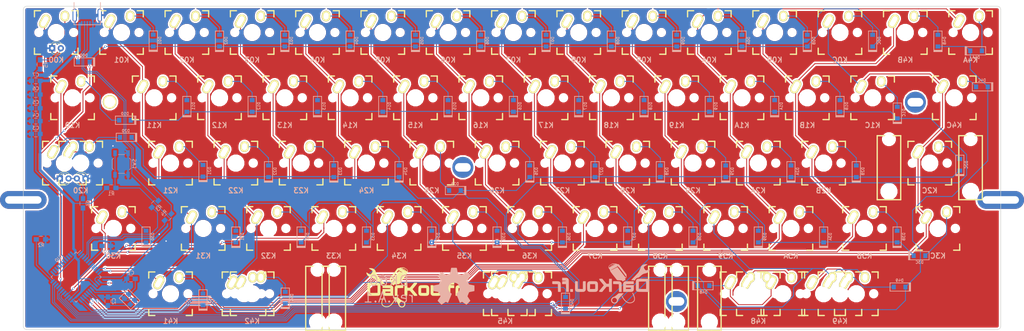
<source format=kicad_pcb>
(kicad_pcb (version 4) (host pcbnew 4.0.5+dfsg1-4)
  (title_block (title "MX/Alps HHKB") (date 2017-04-30) (rev A) (company DarKou))
  (layers (0 F.Cu signal) (31 B.Cu signal) (34 B.Paste user) (35 F.Paste user) (36 B.SilkS user) (37 F.SilkS user) (38 B.Mask user) (39 F.Mask user) (44 Edge.Cuts user))
  (net 0 "")
  (net 1 "Net-(C1-Pad1)")
  (net 2 GND)
  (net 3 "Net-(C2-Pad1)")
  (net 4 VCC)
  (net 5 "Net-(C8-Pad1)")
  (net 6 "Net-(D1-Pad2)")
  (net 7 /Row0)
  (net 8 "Net-(D2-Pad2)")
  (net 9 "Net-(D3-Pad2)")
  (net 10 "Net-(D4-Pad2)")
  (net 11 "Net-(D5-Pad2)")
  (net 12 "Net-(D6-Pad2)")
  (net 13 "Net-(D7-Pad2)")
  (net 14 "Net-(D8-Pad2)")
  (net 15 "Net-(D9-Pad2)")
  (net 16 "Net-(D10-Pad2)")
  (net 17 "Net-(D11-Pad2)")
  (net 18 "Net-(D12-Pad2)")
  (net 19 "Net-(D13-Pad2)")
  (net 20 "Net-(D14-Pad2)")
  (net 21 /Row1)
  (net 22 "Net-(D15-Pad2)")
  (net 23 "Net-(D16-Pad2)")
  (net 24 "Net-(D17-Pad2)")
  (net 25 "Net-(D18-Pad2)")
  (net 26 "Net-(D19-Pad2)")
  (net 27 "Net-(D20-Pad2)")
  (net 28 "Net-(D21-Pad2)")
  (net 29 "Net-(D22-Pad2)")
  (net 30 "Net-(D23-Pad2)")
  (net 31 "Net-(D24-Pad2)")
  (net 32 "Net-(D25-Pad2)")
  (net 33 "Net-(D26-Pad2)")
  (net 34 "Net-(D27-Pad2)")
  (net 35 /Row2)
  (net 36 "Net-(D28-Pad2)")
  (net 37 "Net-(D29-Pad2)")
  (net 38 "Net-(D30-Pad2)")
  (net 39 "Net-(D31-Pad2)")
  (net 40 "Net-(D32-Pad2)")
  (net 41 "Net-(D33-Pad2)")
  (net 42 "Net-(D34-Pad2)")
  (net 43 "Net-(D35-Pad2)")
  (net 44 "Net-(D36-Pad2)")
  (net 45 "Net-(D37-Pad2)")
  (net 46 "Net-(D38-Pad2)")
  (net 47 "Net-(D39-Pad2)")
  (net 48 "Net-(D40-Pad2)")
  (net 49 /Row3)
  (net 50 "Net-(D41-Pad2)")
  (net 51 "Net-(D42-Pad2)")
  (net 52 "Net-(D43-Pad2)")
  (net 53 "Net-(D44-Pad2)")
  (net 54 "Net-(D45-Pad2)")
  (net 55 "Net-(D46-Pad2)")
  (net 56 "Net-(D47-Pad2)")
  (net 57 "Net-(D48-Pad2)")
  (net 58 "Net-(D49-Pad2)")
  (net 59 "Net-(D50-Pad2)")
  (net 60 "Net-(D51-Pad2)")
  (net 61 "Net-(D52-Pad2)")
  (net 62 "Net-(D53-Pad2)")
  (net 63 /Row4)
  (net 64 "Net-(D54-Pad2)")
  (net 65 "Net-(D55-Pad2)")
  (net 66 "Net-(D56-Pad2)")
  (net 67 "Net-(D57-Pad2)")
  (net 68 "Net-(D58-Pad2)")
  (net 69 "Net-(D59-Pad2)")
  (net 70 "Net-(D60-Pad2)")
  (net 71 "Net-(J1-Pad2)")
  (net 72 "Net-(J1-Pad3)")
  (net 73 "Net-(J1-Pad4)")
  (net 74 /Col0)
  (net 75 /Col1)
  (net 76 /Col2)
  (net 77 /Col3)
  (net 78 /Col4)
  (net 79 /Col5)
  (net 80 /Col6)
  (net 81 /Col7)
  (net 82 /Col8)
  (net 83 /Col9)
  (net 84 /Col10)
  (net 85 /Col11)
  (net 86 /Col12)
  (net 87 "Net-(R1-Pad2)")
  (net 88 "Net-(R2-Pad1)")
  (net 89 "Net-(R3-Pad1)")
  (net 90 "Net-(R4-Pad2)")
  (net 91 "Net-(U0-Pad35)")
  (net 92 "Net-(U0-Pad36)")
  (net 93 "Net-(U0-Pad37)")
  (net 94 "Net-(U0-Pad38)")
  (net 95 "Net-(U0-Pad39)")
  (net 96 "Net-(U0-Pad42)")
  (net 97 "Net-(U0-Pad43)")
  (net 98 "Net-(LD0-Pad2)")
  (net 99 "Net-(LD1-Pad2)")
  (net 100 /ESC_LED)
  (net 101 /CAPS_LED)
  (net 102 "Net-(U0-Pad40)")
  (module Housings_QFP:TQFP-44_10x10mm_Pitch0.8mm (layer B.Cu) (at 82 178.5 225)
    (fp_text reference U0 (at 0 7.450001 225) (layer B.SilkS) (effects (justify mirror)))
    (fp_text value ATMEGA32U4)
    (pad 1 smd rect (at -5.7 4 225) (size 1.5 0.55) (layers B.Cu B.Paste B.Mask) (net 101 /CAPS_LED))
    (pad 2 smd rect (at -5.7 3.2 225) (size 1.5 0.55) (layers B.Cu B.Paste B.Mask) (net 4 VCC))
    (pad 3 smd rect (at -5.7 2.4 225) (size 1.5 0.55) (layers B.Cu B.Paste B.Mask) (net 89 "Net-(R3-Pad1)"))
    (pad 4 smd rect (at -5.7 1.6 225) (size 1.5 0.55) (layers B.Cu B.Paste B.Mask) (net 90 "Net-(R4-Pad2)"))
    (pad 5 smd rect (at -5.7 0.8 225) (size 1.5 0.55) (layers B.Cu B.Paste B.Mask) (net 2 GND))
    (pad 6 smd rect (at -5.7 0 225) (size 1.5 0.55) (layers B.Cu B.Paste B.Mask) (net 5 "Net-(C8-Pad1)"))
    (pad 7 smd rect (at -5.7 -0.8 225) (size 1.5 0.55) (layers B.Cu B.Paste B.Mask) (net 4 VCC))
    (pad 8 smd rect (at -5.7 -1.6 225) (size 1.5 0.55) (layers B.Cu B.Paste B.Mask) (net 74 /Col0))
    (pad 9 smd rect (at -5.7 -2.4 225) (size 1.5 0.55) (layers B.Cu B.Paste B.Mask) (net 77 /Col3))
    (pad 10 smd rect (at -5.7 -3.2 225) (size 1.5 0.55) (layers B.Cu B.Paste B.Mask) (net 76 /Col2))
    (pad 11 smd rect (at -5.7 -4 225) (size 1.5 0.55) (layers B.Cu B.Paste B.Mask) (net 75 /Col1))
    (pad 12 smd rect (at -4 -5.7 135) (size 1.5 0.55) (layers B.Cu B.Paste B.Mask) (net 81 /Col7))
    (pad 13 smd rect (at -3.2 -5.7 135) (size 1.5 0.55) (layers B.Cu B.Paste B.Mask) (net 87 "Net-(R1-Pad2)"))
    (pad 14 smd rect (at -2.4 -5.7 135) (size 1.5 0.55) (layers B.Cu B.Paste B.Mask) (net 4 VCC))
    (pad 15 smd rect (at -1.6 -5.7 135) (size 1.5 0.55) (layers B.Cu B.Paste B.Mask) (net 2 GND))
    (pad 16 smd rect (at -0.8 -5.7 135) (size 1.5 0.55) (layers B.Cu B.Paste B.Mask) (net 1 "Net-(C1-Pad1)"))
    (pad 17 smd rect (at 0 -5.7 135) (size 1.5 0.55) (layers B.Cu B.Paste B.Mask) (net 3 "Net-(C2-Pad1)"))
    (pad 18 smd rect (at 0.8 -5.7 135) (size 1.5 0.55) (layers B.Cu B.Paste B.Mask) (net 84 /Col10))
    (pad 19 smd rect (at 1.6 -5.7 135) (size 1.5 0.55) (layers B.Cu B.Paste B.Mask) (net 85 /Col11))
    (pad 20 smd rect (at 2.4 -5.7 135) (size 1.5 0.55) (layers B.Cu B.Paste B.Mask) (net 86 /Col12))
    (pad 21 smd rect (at 3.2 -5.7 135) (size 1.5 0.55) (layers B.Cu B.Paste B.Mask) (net 78 /Col4))
    (pad 22 smd rect (at 4 -5.7 135) (size 1.5 0.55) (layers B.Cu B.Paste B.Mask) (net 79 /Col5))
    (pad 23 smd rect (at 5.7 -4 225) (size 1.5 0.55) (layers B.Cu B.Paste B.Mask) (net 2 GND))
    (pad 24 smd rect (at 5.7 -3.2 225) (size 1.5 0.55) (layers B.Cu B.Paste B.Mask) (net 4 VCC))
    (pad 25 smd rect (at 5.7 -2.4 225) (size 1.5 0.55) (layers B.Cu B.Paste B.Mask) (net 63 /Row4))
    (pad 26 smd rect (at 5.7 -1.6 225) (size 1.5 0.55) (layers B.Cu B.Paste B.Mask) (net 49 /Row3))
    (pad 27 smd rect (at 5.7 -0.8 225) (size 1.5 0.55) (layers B.Cu B.Paste B.Mask) (net 35 /Row2))
    (pad 28 smd rect (at 5.7 0 225) (size 1.5 0.55) (layers B.Cu B.Paste B.Mask) (net 21 /Row1))
    (pad 29 smd rect (at 5.7 0.8 225) (size 1.5 0.55) (layers B.Cu B.Paste B.Mask) (net 80 /Col6))
    (pad 30 smd rect (at 5.7 1.6 225) (size 1.5 0.55) (layers B.Cu B.Paste B.Mask) (net 7 /Row0))
    (pad 31 smd rect (at 5.7 2.4 225) (size 1.5 0.55) (layers B.Cu B.Paste B.Mask) (net 82 /Col8))
    (pad 32 smd rect (at 5.7 3.2 225) (size 1.5 0.55) (layers B.Cu B.Paste B.Mask) (net 83 /Col9))
    (pad 33 smd rect (at 5.7 4 225) (size 1.5 0.55) (layers B.Cu B.Paste B.Mask) (net 88 "Net-(R2-Pad1)"))
    (pad 34 smd rect (at 4 5.7 135) (size 1.5 0.55) (layers B.Cu B.Paste B.Mask) (net 4 VCC))
    (pad 35 smd rect (at 3.2 5.7 135) (size 1.5 0.55) (layers B.Cu B.Paste B.Mask) (net 91 "Net-(U0-Pad35)"))
    (pad 36 smd rect (at 2.4 5.7 135) (size 1.5 0.55) (layers B.Cu B.Paste B.Mask) (net 92 "Net-(U0-Pad36)"))
    (pad 37 smd rect (at 1.6 5.7 135) (size 1.5 0.55) (layers B.Cu B.Paste B.Mask) (net 93 "Net-(U0-Pad37)"))
    (pad 38 smd rect (at 0.8 5.7 135) (size 1.5 0.55) (layers B.Cu B.Paste B.Mask) (net 94 "Net-(U0-Pad38)"))
    (pad 39 smd rect (at 0 5.7 135) (size 1.5 0.55) (layers B.Cu B.Paste B.Mask) (net 95 "Net-(U0-Pad39)"))
    (pad 40 smd rect (at -0.8 5.7 135) (size 1.5 0.55) (layers B.Cu B.Paste B.Mask) (net 102 "Net-(U0-Pad40)"))
    (pad 41 smd rect (at -1.6 5.7 135) (size 1.5 0.55) (layers B.Cu B.Paste B.Mask) (net 100 /ESC_LED))
    (pad 42 smd rect (at -2.4 5.7 135) (size 1.5 0.55) (layers B.Cu B.Paste B.Mask) (net 96 "Net-(U0-Pad42)"))
    (pad 43 smd rect (at -3.2 5.7 135) (size 1.5 0.55) (layers B.Cu B.Paste B.Mask) (net 97 "Net-(U0-Pad43)"))
    (pad 44 smd rect (at -4 5.7 135) (size 1.5 0.55) (layers B.Cu B.Paste B.Mask) (net 4 VCC))
  )
  (module Capacitors_SMD:C_0805_HandSoldering (layer B.Cu) (at 98 179 180)
    (fp_text reference C1 (at 0 1.75 180) (layer B.SilkS) (effects (justify mirror)))
    (fp_text value 22p)
    (pad 1 smd rect (at -1.25 0 180) (size 1.5 1.25) (layers B.Cu B.Paste B.Mask) (net 1 "Net-(C1-Pad1)"))
    (pad 2 smd rect (at 1.25 0 180) (size 1.5 1.25) (layers B.Cu B.Paste B.Mask) (net 2 GND))
  )
  (module Capacitors_SMD:C_0805_HandSoldering (layer B.Cu) (at 91.275 185.55 90)
    (fp_text reference C2 (at 0 1.75 90) (layer B.SilkS) (effects (justify mirror)))
    (fp_text value 22p)
    (pad 1 smd rect (at -1.25 0 90) (size 1.5 1.25) (layers B.Cu B.Paste B.Mask) (net 3 "Net-(C2-Pad1)"))
    (pad 2 smd rect (at 1.25 0 90) (size 1.5 1.25) (layers B.Cu B.Paste B.Mask) (net 2 GND))
  )
  (module Capacitors_SMD:C_0805_HandSoldering (layer B.Cu) (at 70.25 136.75 180)
    (fp_text reference C3 (at 0 1.75 180) (layer B.SilkS) (effects (justify mirror)))
    (fp_text value 0.1u hide)
    (pad 1 smd rect (at -1.25 0 180) (size 1.5 1.25) (layers B.Cu B.Paste B.Mask) (net 4 VCC))
    (pad 2 smd rect (at 1.25 0 180) (size 1.5 1.25) (layers B.Cu B.Paste B.Mask) (net 2 GND))
  )
  (module Capacitors_SMD:C_0805_HandSoldering (layer B.Cu) (at 70.25 133 180)
    (fp_text reference C4 (at 0 1.75 180) (layer B.SilkS) (effects (justify mirror)))
    (fp_text value 0.1u hide)
    (pad 1 smd rect (at -1.25 0 180) (size 1.5 1.25) (layers B.Cu B.Paste B.Mask) (net 4 VCC))
    (pad 2 smd rect (at 1.25 0 180) (size 1.5 1.25) (layers B.Cu B.Paste B.Mask) (net 2 GND))
  )
  (module Capacitors_SMD:C_0805_HandSoldering (layer B.Cu) (at 70.25 129.25 180)
    (fp_text reference C5 (at 0 1.75 180) (layer B.SilkS) (effects (justify mirror)))
    (fp_text value 0.1u hide)
    (pad 1 smd rect (at -1.25 0 180) (size 1.5 1.25) (layers B.Cu B.Paste B.Mask) (net 4 VCC))
    (pad 2 smd rect (at 1.25 0 180) (size 1.5 1.25) (layers B.Cu B.Paste B.Mask) (net 2 GND))
  )
  (module Capacitors_SMD:C_0805_HandSoldering (layer B.Cu) (at 70.25 125.25 180)
    (fp_text reference C6 (at 0 1.75 180) (layer B.SilkS) (effects (justify mirror)))
    (fp_text value 0.1u hide)
    (pad 1 smd rect (at -1.25 0 180) (size 1.5 1.25) (layers B.Cu B.Paste B.Mask) (net 4 VCC))
    (pad 2 smd rect (at 1.25 0 180) (size 1.5 1.25) (layers B.Cu B.Paste B.Mask) (net 2 GND))
  )
  (module Capacitors_SMD:C_0805_HandSoldering (layer B.Cu) (at 70.25 121.25 180)
    (fp_text reference C7 (at 0 1.75 180) (layer B.SilkS) (effects (justify mirror)))
    (fp_text value 4.7u hide)
    (pad 1 smd rect (at -1.25 0 180) (size 1.5 1.25) (layers B.Cu B.Paste B.Mask) (net 4 VCC))
    (pad 2 smd rect (at 1.25 0 180) (size 1.5 1.25) (layers B.Cu B.Paste B.Mask) (net 2 GND))
  )
  (module Capacitors_SMD:C_0805_HandSoldering (layer B.Cu) (at 90.8 169.4)
    (fp_text reference C8 (at 0 1.75) (layer B.SilkS) (effects (justify mirror)))
    (fp_text value 1u)
    (pad 1 smd rect (at -1.25 0) (size 1.5 1.25) (layers B.Cu B.Paste B.Mask) (net 5 "Net-(C8-Pad1)"))
    (pad 2 smd rect (at 1.25 0) (size 1.5 1.25) (layers B.Cu B.Paste B.Mask) (net 2 GND))
  )
  (module Resistors_SMD:R_0805_HandSoldering (layer B.Cu) (at 92.25 152.5)
    (fp_text reference R1 (at 0 1.7) (layer B.SilkS) (effects (justify mirror)))
    (fp_text value 10K)
    (pad 1 smd rect (at -1.35 0) (size 1.5 1.3) (layers B.Cu B.Paste B.Mask) (net 4 VCC))
    (pad 2 smd rect (at 1.35 0) (size 1.5 1.3) (layers B.Cu B.Paste B.Mask) (net 87 "Net-(R1-Pad2)"))
  )
  (module Resistors_SMD:R_0805_HandSoldering (layer B.Cu) (at 71.75 167.5)
    (fp_text reference R2 (at 0 1.700001) (layer B.SilkS) (effects (justify mirror)))
    (fp_text value 10K)
    (pad 1 smd rect (at -1.35 0) (size 1.5 1.3) (layers B.Cu B.Paste B.Mask) (net 88 "Net-(R2-Pad1)"))
    (pad 2 smd rect (at 1.35 0) (size 1.5 1.3) (layers B.Cu B.Paste B.Mask) (net 2 GND))
  )
  (module Resistors_SMD:R_0805_HandSoldering (layer B.Cu) (at 105 157.2 45)
    (fp_text reference R3 (at 0 1.7 45) (layer B.SilkS) (effects (justify mirror)))
    (fp_text value 22)
    (pad 1 smd rect (at -1.35 0 45) (size 1.5 1.3) (layers B.Cu B.Paste B.Mask) (net 89 "Net-(R3-Pad1)"))
    (pad 2 smd rect (at 1.35 0 45) (size 1.5 1.3) (layers B.Cu B.Paste B.Mask) (net 71 "Net-(J1-Pad2)"))
  )
  (module Resistors_SMD:R_0805_HandSoldering (layer B.Cu) (at 108.8 161 225)
    (fp_text reference R4 (at 0 1.7 225) (layer B.SilkS) (effects (justify mirror)))
    (fp_text value 22)
    (pad 1 smd rect (at -1.35 0 225) (size 1.5 1.3) (layers B.Cu B.Paste B.Mask) (net 72 "Net-(J1-Pad3)"))
    (pad 2 smd rect (at 1.35 0 225) (size 1.5 1.3) (layers B.Cu B.Paste B.Mask) (net 90 "Net-(R4-Pad2)"))
  )
  (module Buttons_Switches_SMD:SW_SPST_TL3342 (layer B.Cu) (at 95.25 145.5 90)
    (fp_text reference SW1 (at 0 3.75 90) (layer B.SilkS) (effects (justify mirror)))
    (fp_text value SW_PUSH)
    (pad 1 smd rect (at -3.15 1.9 90) (size 1.7 1) (layers B.Cu B.Paste B.Mask) (net 2 GND))
    (pad 1 smd rect (at 3.15 1.9 90) (size 1.7 1) (layers B.Cu B.Paste B.Mask) (net 2 GND))
    (pad 2 smd rect (at -3.15 -1.9 90) (size 1.7 1) (layers B.Cu B.Paste B.Mask) (net 87 "Net-(R1-Pad2)"))
    (pad 2 smd rect (at 3.15 -1.9 90) (size 1.7 1) (layers B.Cu B.Paste B.Mask) (net 87 "Net-(R1-Pad2)"))
  )
  (module Footprint:Poker_side_edge_long (layer F.Cu) (at 66.6 156)
    (fp_text reference Poker_side_edge_long hide)
    (fp_text value VAL** hide)
    (pad "" thru_hole oval (at 0 0) (size 13.6 5.2) (drill oval 10.6 2.2) (layers *.Cu *.Mask))
  )
  (module Footprint:Poker_side_edge_long (layer F.Cu) (at 351.7 156)
    (fp_text reference Poker_side_edge_long hide)
    (fp_text value VAL** hide)
    (pad "" thru_hole oval (at 0 0) (size 13.6 5.2) (drill oval 10.6 2.2) (layers *.Cu *.Mask))
  )
  (module Footprint:HOLE_M3 (layer F.Cu) (at 91.8 127.4)
    (fp_text reference HOLE_M3 hide)
    (fp_text value VAL** hide)
    (pad 1 thru_hole circle (at 0 0) (size 4 4) (drill 3.2) (layers *.Cu *.Mask F.SilkS))
  )
  (module Footprint:Poker_oval_hole (layer F.Cu) (at 326.8 127.5)
    (fp_text reference Poker_oval_hole hide)
    (fp_text value VAL** hide)
    (pad "" thru_hole circle (at 0 0) (size 6.1 6.1) (drill oval 4.6 2.5) (layers *.Cu *.Mask))
  )
  (module Footprint:Poker_oval_hole (layer F.Cu) (at 257.1 185.6)
    (fp_text reference Poker_oval_hole hide)
    (fp_text value VAL** hide)
    (pad "" thru_hole circle (at 0 0) (size 6.1 6.1) (drill oval 4.6 2.5) (layers *.Cu *.Mask))
  )
  (module Footprint:Poker_oval_hole (layer F.Cu) (at 194.8 146.5)
    (fp_text reference Poker_oval_hole hide)
    (fp_text value VAL** hide)
    (pad "" thru_hole circle (at 0 0) (size 6.1 6.1) (drill oval 4.6 2.5) (layers *.Cu *.Mask))
  )
  (module Footprint:OPEN-HARDWARE (layer B.Cu) (at 192.25 181.25 180)
    (fp_text reference G*** hide)
    (fp_text value LOGO hide)
  )
  (module Footprint:darkou (layer B.Cu) (at 235.15 180.375 180)
    (fp_text reference G*** hide)
    (fp_text value LOGO hide)
  )
  (module Footprint:darkou (layer F.Cu) (at 180.9 181.525)
    (fp_text reference G*** hide)
    (fp_text value LOGO hide)
  )
  (module Footprint:FA-238 (layer B.Cu) (at 97.575 185 315)
    (fp_text reference X1 hide)
    (fp_text value XTAL_GND hide)
    (pad 3 smd rect (at -1.1 0.8 315) (size 1.4 1.2) (drill (offset -0.1 0.05)) (layers B.Cu B.Paste B.Mask) (net 2 GND) (clearance 0.2))
    (pad 2 smd rect (at 1.1 0.8 315) (size 1.4 1.2) (drill (offset 0.1 0.05)) (layers B.Cu B.Paste B.Mask) (net 3 "Net-(C2-Pad1)") (clearance 0.2))
    (pad 1 smd rect (at -1.1 -0.8 315) (size 1.4 1.2) (drill (offset -0.1 -0.05)) (layers B.Cu B.Paste B.Mask) (net 1 "Net-(C1-Pad1)") (clearance 0.2))
    (pad 3 smd rect (at 1.1 -0.8 315) (size 1.4 1.2) (drill (offset 0.1 -0.05)) (layers B.Cu B.Paste B.Mask) (net 2 GND) (clearance 0.2))
  )
  (module LEDs:LED_D3.0mm (layer F.Cu) (at 75 111.75)
    (fp_text reference LD0 hide)
    (fp_text value ESC_LED hide)
    (pad 1 thru_hole rect (at 0 0) (size 1.8 1.8) (drill 0.9) (layers *.Cu *.Mask) (net 2 GND))
    (pad 2 thru_hole circle (at 2.54 0) (size 1.8 1.8) (drill 0.9) (layers *.Cu *.Mask) (net 98 "Net-(LD0-Pad2)"))
  )
  (module LEDs:LED_D3.0mm (layer F.Cu) (at 77.25 149.75)
    (fp_text reference LD1 hide)
    (fp_text value CAPS_LED hide)
    (pad 1 thru_hole rect (at 0 0) (size 1.8 1.8) (drill 0.9) (layers *.Cu *.Mask) (net 2 GND))
    (pad 2 thru_hole circle (at 2.54 0) (size 1.8 1.8) (drill 0.9) (layers *.Cu *.Mask) (net 99 "Net-(LD1-Pad2)"))
  )
  (module Resistors_SMD:R_0805_HandSoldering (layer B.Cu) (at 71.5 116.5 90)
    (fp_text reference R5 (at 0 1.7 90) (layer B.SilkS) (effects (justify mirror)))
    (fp_text value R)
    (pad 1 smd rect (at -1.35 0 90) (size 1.5 1.3) (layers B.Cu B.Paste B.Mask) (net 100 /ESC_LED))
    (pad 2 smd rect (at 1.35 0 90) (size 1.5 1.3) (layers B.Cu B.Paste B.Mask) (net 98 "Net-(LD0-Pad2)"))
  )
  (module Resistors_SMD:R_0805_HandSoldering (layer B.Cu) (at 84 157 90)
    (fp_text reference R6 (at 0 1.7 90) (layer B.SilkS) (effects (justify mirror)))
    (fp_text value R)
    (pad 1 smd rect (at -1.35 0 90) (size 1.5 1.3) (layers B.Cu B.Paste B.Mask) (net 101 /CAPS_LED))
    (pad 2 smd rect (at 1.35 0 90) (size 1.5 1.3) (layers B.Cu B.Paste B.Mask) (net 99 "Net-(LD1-Pad2)"))
  )
  (module LEDs:LED_D3.0mm (layer F.Cu) (at 84.75 149.75 180)
    (fp_text reference LD2 hide)
    (fp_text value CAPS_LED hide)
    (pad 1 thru_hole rect (at 0 0 180) (size 1.8 1.8) (drill 0.9) (layers *.Cu *.Mask) (net 2 GND))
    (pad 2 thru_hole circle (at 2.54 0 180) (size 1.8 1.8) (drill 0.9) (layers *.Cu *.Mask) (net 99 "Net-(LD1-Pad2)"))
  )
  (module Footprint:Mx_Alps_175_STEPPED (layer F.Cu) (at 78.58125 145.25625)
    (fp_text reference K61 hide)
    (fp_text value Ctrl hide)
    (pad HOLE np_thru_hole circle (at 0 0) (size 3.9878 3.9878) (drill 3.9878) (layers *.Cu))
    (pad HOLE np_thru_hole circle (at -5.08 0) (size 1.7018 1.7018) (drill 1.7018) (layers *.Cu))
    (pad HOLE np_thru_hole circle (at 5.08 0) (size 1.7018 1.7018) (drill 1.7018) (layers *.Cu))
    (pad 1 thru_hole oval (at -3.405 -3.27 330.95) (size 2.5 4.17) (drill oval 1.5 3.17) (layers *.Cu *.Mask F.SilkS) (net 34 "Net-(D27-Pad2)"))
    (pad 2 thru_hole oval (at 2.52 -4.79 356.1) (size 2.5 3.08) (drill oval 1.5 2.08) (layers *.Cu *.Mask F.SilkS) (net 74 /Col0))
  )
  (module Footprint:USB_miniB_hirose_5S8 (layer B.Cu) (at 85.25 104.5)
    (fp_text reference J1 hide)
    (fp_text value USB_mini_micro_B hide)
    (pad 1 smd rect (at -1.6 0) (size 0.5 1.4) (layers B.Cu B.Paste B.Mask) (net 4 VCC))
    (pad 2 smd rect (at -0.8 0) (size 0.5 1.4) (layers B.Cu B.Paste B.Mask) (net 71 "Net-(J1-Pad2)"))
    (pad 3 smd rect (at 0 0) (size 0.5 1.4) (layers B.Cu B.Paste B.Mask) (net 72 "Net-(J1-Pad3)"))
    (pad 4 smd rect (at 0.8 0) (size 0.5 1.4) (layers B.Cu B.Paste B.Mask) (net 73 "Net-(J1-Pad4)"))
    (pad 5 smd rect (at 1.6 0) (size 0.5 1.4) (layers B.Cu B.Paste B.Mask) (net 2 GND))
    (pad 6 thru_hole oval (at -3.65 -2.4) (size 1.3 3.8) (drill oval 0.7 3.2) (layers *.Cu *.Mask B.Paste) (net 2 GND))
    (pad 6 thru_hole oval (at 3.65 -2.4) (size 1.3 3.8) (drill oval 0.7 3.2) (layers *.Cu *.Mask B.Paste) (net 2 GND))
  )
  (module Footprint:Mx_Alps_100 (layer F.Cu) (at 300.0375 183.35625)
    (fp_text reference K68 hide)
    (fp_text value R_GUI hide)
    (pad HOLE np_thru_hole circle (at 0 0) (size 3.9878 3.9878) (drill 3.9878) (layers *.Cu))
    (pad HOLE np_thru_hole circle (at -5.08 0) (size 1.7018 1.7018) (drill 1.7018) (layers *.Cu))
    (pad HOLE np_thru_hole circle (at 5.08 0) (size 1.7018 1.7018) (drill 1.7018) (layers *.Cu))
    (pad 1 thru_hole oval (at -3.405 -3.27 330.95) (size 2.5 4.17) (drill oval 1.5 3.17) (layers *.Cu *.Mask F.SilkS) (net 67 "Net-(D57-Pad2)"))
    (pad 2 thru_hole oval (at 2.52 -4.79 356.1) (size 2.5 3.08) (drill oval 1.5 2.08) (layers *.Cu *.Mask F.SilkS) (net 83 /Col9))
  )
  (module Footprint:Mx_Alps_100 (layer F.Cu) (at 309.5625 183.35625)
    (fp_text reference K67 hide)
    (fp_text value R_GUI hide)
    (pad HOLE np_thru_hole circle (at 0 0) (size 3.9878 3.9878) (drill 3.9878) (layers *.Cu))
    (pad HOLE np_thru_hole circle (at -5.08 0) (size 1.7018 1.7018) (drill 1.7018) (layers *.Cu))
    (pad HOLE np_thru_hole circle (at 5.08 0) (size 1.7018 1.7018) (drill 1.7018) (layers *.Cu))
    (pad 1 thru_hole oval (at -3.405 -3.27 330.95) (size 2.5 4.17) (drill oval 1.5 3.17) (layers *.Cu *.Mask F.SilkS) (net 67 "Net-(D57-Pad2)"))
    (pad 2 thru_hole oval (at 2.52 -4.79 356.1) (size 2.5 3.08) (drill oval 1.5 2.08) (layers *.Cu *.Mask F.SilkS) (net 83 /Col9))
  )
  (module Footprint:Mx_Alps_100 (layer F.Cu) (at 323.85 107.15625)
    (fp_text reference K59 hide)
    (fp_text value K4B (at 0 8) (layer B.SilkS) (effects (font (thickness 0.3048)) (justify mirror)))
    (pad HOLE np_thru_hole circle (at 0 0) (size 3.9878 3.9878) (drill 3.9878) (layers *.Cu))
    (pad HOLE np_thru_hole circle (at -5.08 0) (size 1.7018 1.7018) (drill 1.7018) (layers *.Cu))
    (pad HOLE np_thru_hole circle (at 5.08 0) (size 1.7018 1.7018) (drill 1.7018) (layers *.Cu))
    (pad 1 thru_hole oval (at -3.405 -3.27 330.95) (size 2.5 4.17) (drill oval 1.5 3.17) (layers *.Cu *.Mask F.SilkS) (net 85 /Col11))
    (pad 2 thru_hole oval (at 2.52 -4.79 356.1) (size 2.5 3.08) (drill oval 1.5 2.08) (layers *.Cu *.Mask F.SilkS) (net 69 "Net-(D59-Pad2)"))
  )
  (module Footprint:Mx_Alps_100 (layer F.Cu) (at 76.2 107.15625)
    (fp_text reference K1 hide)
    (fp_text value K00 (at 0 8) (layer B.SilkS) (effects (font (thickness 0.3048)) (justify mirror)))
    (pad HOLE np_thru_hole circle (at 0 0) (size 3.9878 3.9878) (drill 3.9878) (layers *.Cu))
    (pad HOLE np_thru_hole circle (at -5.08 0) (size 1.7018 1.7018) (drill 1.7018) (layers *.Cu))
    (pad HOLE np_thru_hole circle (at 5.08 0) (size 1.7018 1.7018) (drill 1.7018) (layers *.Cu))
    (pad 1 thru_hole oval (at -3.405 -3.27 330.95) (size 2.5 4.17) (drill oval 1.5 3.17) (layers *.Cu *.Mask F.SilkS) (net 74 /Col0))
    (pad 2 thru_hole oval (at 2.52 -4.79 356.1) (size 2.5 3.08) (drill oval 1.5 2.08) (layers *.Cu *.Mask F.SilkS) (net 6 "Net-(D1-Pad2)"))
  )
  (module Footprint:Mx_Alps_100 (layer F.Cu) (at 114.3 107.15625)
    (fp_text reference K3 hide)
    (fp_text value K02 (at 0 8) (layer B.SilkS) (effects (font (thickness 0.3048)) (justify mirror)))
    (pad HOLE np_thru_hole circle (at 0 0) (size 3.9878 3.9878) (drill 3.9878) (layers *.Cu))
    (pad HOLE np_thru_hole circle (at -5.08 0) (size 1.7018 1.7018) (drill 1.7018) (layers *.Cu))
    (pad HOLE np_thru_hole circle (at 5.08 0) (size 1.7018 1.7018) (drill 1.7018) (layers *.Cu))
    (pad 1 thru_hole oval (at -3.405 -3.27 330.95) (size 2.5 4.17) (drill oval 1.5 3.17) (layers *.Cu *.Mask F.SilkS) (net 76 /Col2))
    (pad 2 thru_hole oval (at 2.52 -4.79 356.1) (size 2.5 3.08) (drill oval 1.5 2.08) (layers *.Cu *.Mask F.SilkS) (net 9 "Net-(D3-Pad2)"))
  )
  (module Footprint:Mx_Alps_100 (layer F.Cu) (at 133.35 107.15625)
    (fp_text reference K4 hide)
    (fp_text value K03 (at 0 8) (layer B.SilkS) (effects (font (thickness 0.3048)) (justify mirror)))
    (pad HOLE np_thru_hole circle (at 0 0) (size 3.9878 3.9878) (drill 3.9878) (layers *.Cu))
    (pad HOLE np_thru_hole circle (at -5.08 0) (size 1.7018 1.7018) (drill 1.7018) (layers *.Cu))
    (pad HOLE np_thru_hole circle (at 5.08 0) (size 1.7018 1.7018) (drill 1.7018) (layers *.Cu))
    (pad 1 thru_hole oval (at -3.405 -3.27 330.95) (size 2.5 4.17) (drill oval 1.5 3.17) (layers *.Cu *.Mask F.SilkS) (net 77 /Col3))
    (pad 2 thru_hole oval (at 2.52 -4.79 356.1) (size 2.5 3.08) (drill oval 1.5 2.08) (layers *.Cu *.Mask F.SilkS) (net 10 "Net-(D4-Pad2)"))
  )
  (module Footprint:Mx_Alps_100 (layer F.Cu) (at 152.4 107.15625)
    (fp_text reference K5 hide)
    (fp_text value K04 (at 0 8) (layer B.SilkS) (effects (font (thickness 0.3048)) (justify mirror)))
    (pad HOLE np_thru_hole circle (at 0 0) (size 3.9878 3.9878) (drill 3.9878) (layers *.Cu))
    (pad HOLE np_thru_hole circle (at -5.08 0) (size 1.7018 1.7018) (drill 1.7018) (layers *.Cu))
    (pad HOLE np_thru_hole circle (at 5.08 0) (size 1.7018 1.7018) (drill 1.7018) (layers *.Cu))
    (pad 1 thru_hole oval (at -3.405 -3.27 330.95) (size 2.5 4.17) (drill oval 1.5 3.17) (layers *.Cu *.Mask F.SilkS) (net 78 /Col4))
    (pad 2 thru_hole oval (at 2.52 -4.79 356.1) (size 2.5 3.08) (drill oval 1.5 2.08) (layers *.Cu *.Mask F.SilkS) (net 11 "Net-(D5-Pad2)"))
  )
  (module Footprint:Mx_Alps_100 (layer F.Cu) (at 171.45 107.15625)
    (fp_text reference K6 hide)
    (fp_text value K05 (at 0 8) (layer B.SilkS) (effects (font (thickness 0.3048)) (justify mirror)))
    (pad HOLE np_thru_hole circle (at 0 0) (size 3.9878 3.9878) (drill 3.9878) (layers *.Cu))
    (pad HOLE np_thru_hole circle (at -5.08 0) (size 1.7018 1.7018) (drill 1.7018) (layers *.Cu))
    (pad HOLE np_thru_hole circle (at 5.08 0) (size 1.7018 1.7018) (drill 1.7018) (layers *.Cu))
    (pad 1 thru_hole oval (at -3.405 -3.27 330.95) (size 2.5 4.17) (drill oval 1.5 3.17) (layers *.Cu *.Mask F.SilkS) (net 79 /Col5))
    (pad 2 thru_hole oval (at 2.52 -4.79 356.1) (size 2.5 3.08) (drill oval 1.5 2.08) (layers *.Cu *.Mask F.SilkS) (net 12 "Net-(D6-Pad2)"))
  )
  (module Footprint:Mx_Alps_100 (layer F.Cu) (at 190.5 107.15625)
    (fp_text reference K7 hide)
    (fp_text value K06 (at 0 8) (layer B.SilkS) (effects (font (thickness 0.3048)) (justify mirror)))
    (pad HOLE np_thru_hole circle (at 0 0) (size 3.9878 3.9878) (drill 3.9878) (layers *.Cu))
    (pad HOLE np_thru_hole circle (at -5.08 0) (size 1.7018 1.7018) (drill 1.7018) (layers *.Cu))
    (pad HOLE np_thru_hole circle (at 5.08 0) (size 1.7018 1.7018) (drill 1.7018) (layers *.Cu))
    (pad 1 thru_hole oval (at -3.405 -3.27 330.95) (size 2.5 4.17) (drill oval 1.5 3.17) (layers *.Cu *.Mask F.SilkS) (net 80 /Col6))
    (pad 2 thru_hole oval (at 2.52 -4.79 356.1) (size 2.5 3.08) (drill oval 1.5 2.08) (layers *.Cu *.Mask F.SilkS) (net 13 "Net-(D7-Pad2)"))
  )
  (module Footprint:Mx_Alps_100 (layer F.Cu) (at 209.55 107.15625)
    (fp_text reference K8 hide)
    (fp_text value K07 (at 0 8) (layer B.SilkS) (effects (font (thickness 0.3048)) (justify mirror)))
    (pad HOLE np_thru_hole circle (at 0 0) (size 3.9878 3.9878) (drill 3.9878) (layers *.Cu))
    (pad HOLE np_thru_hole circle (at -5.08 0) (size 1.7018 1.7018) (drill 1.7018) (layers *.Cu))
    (pad HOLE np_thru_hole circle (at 5.08 0) (size 1.7018 1.7018) (drill 1.7018) (layers *.Cu))
    (pad 1 thru_hole oval (at -3.405 -3.27 330.95) (size 2.5 4.17) (drill oval 1.5 3.17) (layers *.Cu *.Mask F.SilkS) (net 81 /Col7))
    (pad 2 thru_hole oval (at 2.52 -4.79 356.1) (size 2.5 3.08) (drill oval 1.5 2.08) (layers *.Cu *.Mask F.SilkS) (net 14 "Net-(D8-Pad2)"))
  )
  (module Footprint:Mx_Alps_100 (layer F.Cu) (at 228.6 107.15625)
    (fp_text reference K9 hide)
    (fp_text value K08 (at 0 8) (layer B.SilkS) (effects (font (thickness 0.3048)) (justify mirror)))
    (pad HOLE np_thru_hole circle (at 0 0) (size 3.9878 3.9878) (drill 3.9878) (layers *.Cu))
    (pad HOLE np_thru_hole circle (at -5.08 0) (size 1.7018 1.7018) (drill 1.7018) (layers *.Cu))
    (pad HOLE np_thru_hole circle (at 5.08 0) (size 1.7018 1.7018) (drill 1.7018) (layers *.Cu))
    (pad 1 thru_hole oval (at -3.405 -3.27 330.95) (size 2.5 4.17) (drill oval 1.5 3.17) (layers *.Cu *.Mask F.SilkS) (net 82 /Col8))
    (pad 2 thru_hole oval (at 2.52 -4.79 356.1) (size 2.5 3.08) (drill oval 1.5 2.08) (layers *.Cu *.Mask F.SilkS) (net 15 "Net-(D9-Pad2)"))
  )
  (module Footprint:Mx_Alps_100 (layer F.Cu) (at 247.65 107.15625)
    (fp_text reference K10 hide)
    (fp_text value K09 (at 0 8) (layer B.SilkS) (effects (font (thickness 0.3048)) (justify mirror)))
    (pad HOLE np_thru_hole circle (at 0 0) (size 3.9878 3.9878) (drill 3.9878) (layers *.Cu))
    (pad HOLE np_thru_hole circle (at -5.08 0) (size 1.7018 1.7018) (drill 1.7018) (layers *.Cu))
    (pad HOLE np_thru_hole circle (at 5.08 0) (size 1.7018 1.7018) (drill 1.7018) (layers *.Cu))
    (pad 1 thru_hole oval (at -3.405 -3.27 330.95) (size 2.5 4.17) (drill oval 1.5 3.17) (layers *.Cu *.Mask F.SilkS) (net 83 /Col9))
    (pad 2 thru_hole oval (at 2.52 -4.79 356.1) (size 2.5 3.08) (drill oval 1.5 2.08) (layers *.Cu *.Mask F.SilkS) (net 16 "Net-(D10-Pad2)"))
  )
  (module Footprint:Mx_Alps_100 (layer F.Cu) (at 266.7 107.15625)
    (fp_text reference K11 hide)
    (fp_text value K0A (at 0 8) (layer B.SilkS) (effects (font (thickness 0.3048)) (justify mirror)))
    (pad HOLE np_thru_hole circle (at 0 0) (size 3.9878 3.9878) (drill 3.9878) (layers *.Cu))
    (pad HOLE np_thru_hole circle (at -5.08 0) (size 1.7018 1.7018) (drill 1.7018) (layers *.Cu))
    (pad HOLE np_thru_hole circle (at 5.08 0) (size 1.7018 1.7018) (drill 1.7018) (layers *.Cu))
    (pad 1 thru_hole oval (at -3.405 -3.27 330.95) (size 2.5 4.17) (drill oval 1.5 3.17) (layers *.Cu *.Mask F.SilkS) (net 84 /Col10))
    (pad 2 thru_hole oval (at 2.52 -4.79 356.1) (size 2.5 3.08) (drill oval 1.5 2.08) (layers *.Cu *.Mask F.SilkS) (net 17 "Net-(D11-Pad2)"))
  )
  (module Footprint:Mx_Alps_100 (layer F.Cu) (at 285.75 107.15625)
    (fp_text reference K12 hide)
    (fp_text value K0B (at 0 8) (layer B.SilkS) (effects (font (thickness 0.3048)) (justify mirror)))
    (pad HOLE np_thru_hole circle (at 0 0) (size 3.9878 3.9878) (drill 3.9878) (layers *.Cu))
    (pad HOLE np_thru_hole circle (at -5.08 0) (size 1.7018 1.7018) (drill 1.7018) (layers *.Cu))
    (pad HOLE np_thru_hole circle (at 5.08 0) (size 1.7018 1.7018) (drill 1.7018) (layers *.Cu))
    (pad 1 thru_hole oval (at -3.405 -3.27 330.95) (size 2.5 4.17) (drill oval 1.5 3.17) (layers *.Cu *.Mask F.SilkS) (net 85 /Col11))
    (pad 2 thru_hole oval (at 2.52 -4.79 356.1) (size 2.5 3.08) (drill oval 1.5 2.08) (layers *.Cu *.Mask F.SilkS) (net 18 "Net-(D12-Pad2)"))
  )
  (module Footprint:Mx_Alps_100 (layer F.Cu) (at 304.8 107.15625)
    (fp_text reference K13 hide)
    (fp_text value K0C (at 0 8) (layer B.SilkS) (effects (font (thickness 0.3048)) (justify mirror)))
    (pad HOLE np_thru_hole circle (at 0 0) (size 3.9878 3.9878) (drill 3.9878) (layers *.Cu))
    (pad HOLE np_thru_hole circle (at -5.08 0) (size 1.7018 1.7018) (drill 1.7018) (layers *.Cu))
    (pad HOLE np_thru_hole circle (at 5.08 0) (size 1.7018 1.7018) (drill 1.7018) (layers *.Cu))
    (pad 1 thru_hole oval (at -3.405 -3.27 330.95) (size 2.5 4.17) (drill oval 1.5 3.17) (layers *.Cu *.Mask F.SilkS) (net 86 /Col12))
    (pad 2 thru_hole oval (at 2.52 -4.79 356.1) (size 2.5 3.08) (drill oval 1.5 2.08) (layers *.Cu *.Mask F.SilkS) (net 19 "Net-(D13-Pad2)"))
  )
  (module Footprint:Mx_Alps_100 (layer F.Cu) (at 104.775 126.20625)
    (fp_text reference K15 hide)
    (fp_text value K11 (at 0 8) (layer B.SilkS) (effects (font (thickness 0.3048)) (justify mirror)))
    (pad HOLE np_thru_hole circle (at 0 0) (size 3.9878 3.9878) (drill 3.9878) (layers *.Cu))
    (pad HOLE np_thru_hole circle (at -5.08 0) (size 1.7018 1.7018) (drill 1.7018) (layers *.Cu))
    (pad HOLE np_thru_hole circle (at 5.08 0) (size 1.7018 1.7018) (drill 1.7018) (layers *.Cu))
    (pad 1 thru_hole oval (at -3.405 -3.27 330.95) (size 2.5 4.17) (drill oval 1.5 3.17) (layers *.Cu *.Mask F.SilkS) (net 75 /Col1))
    (pad 2 thru_hole oval (at 2.52 -4.79 356.1) (size 2.5 3.08) (drill oval 1.5 2.08) (layers *.Cu *.Mask F.SilkS) (net 22 "Net-(D15-Pad2)"))
  )
  (module Footprint:Mx_Alps_100 (layer F.Cu) (at 123.825 126.20625)
    (fp_text reference K16 hide)
    (fp_text value K12 (at 0 8) (layer B.SilkS) (effects (font (thickness 0.3048)) (justify mirror)))
    (pad HOLE np_thru_hole circle (at 0 0) (size 3.9878 3.9878) (drill 3.9878) (layers *.Cu))
    (pad HOLE np_thru_hole circle (at -5.08 0) (size 1.7018 1.7018) (drill 1.7018) (layers *.Cu))
    (pad HOLE np_thru_hole circle (at 5.08 0) (size 1.7018 1.7018) (drill 1.7018) (layers *.Cu))
    (pad 1 thru_hole oval (at -3.405 -3.27 330.95) (size 2.5 4.17) (drill oval 1.5 3.17) (layers *.Cu *.Mask F.SilkS) (net 76 /Col2))
    (pad 2 thru_hole oval (at 2.52 -4.79 356.1) (size 2.5 3.08) (drill oval 1.5 2.08) (layers *.Cu *.Mask F.SilkS) (net 23 "Net-(D16-Pad2)"))
  )
  (module Footprint:Mx_Alps_100 (layer F.Cu) (at 142.875 126.20625)
    (fp_text reference K17 hide)
    (fp_text value K13 (at 0 8) (layer B.SilkS) (effects (font (thickness 0.3048)) (justify mirror)))
    (pad HOLE np_thru_hole circle (at 0 0) (size 3.9878 3.9878) (drill 3.9878) (layers *.Cu))
    (pad HOLE np_thru_hole circle (at -5.08 0) (size 1.7018 1.7018) (drill 1.7018) (layers *.Cu))
    (pad HOLE np_thru_hole circle (at 5.08 0) (size 1.7018 1.7018) (drill 1.7018) (layers *.Cu))
    (pad 1 thru_hole oval (at -3.405 -3.27 330.95) (size 2.5 4.17) (drill oval 1.5 3.17) (layers *.Cu *.Mask F.SilkS) (net 77 /Col3))
    (pad 2 thru_hole oval (at 2.52 -4.79 356.1) (size 2.5 3.08) (drill oval 1.5 2.08) (layers *.Cu *.Mask F.SilkS) (net 24 "Net-(D17-Pad2)"))
  )
  (module Footprint:Mx_Alps_100 (layer F.Cu) (at 161.925 126.20625)
    (fp_text reference K18 hide)
    (fp_text value K14 (at 0 8) (layer B.SilkS) (effects (font (thickness 0.3048)) (justify mirror)))
    (pad HOLE np_thru_hole circle (at 0 0) (size 3.9878 3.9878) (drill 3.9878) (layers *.Cu))
    (pad HOLE np_thru_hole circle (at -5.08 0) (size 1.7018 1.7018) (drill 1.7018) (layers *.Cu))
    (pad HOLE np_thru_hole circle (at 5.08 0) (size 1.7018 1.7018) (drill 1.7018) (layers *.Cu))
    (pad 1 thru_hole oval (at -3.405 -3.27 330.95) (size 2.5 4.17) (drill oval 1.5 3.17) (layers *.Cu *.Mask F.SilkS) (net 78 /Col4))
    (pad 2 thru_hole oval (at 2.52 -4.79 356.1) (size 2.5 3.08) (drill oval 1.5 2.08) (layers *.Cu *.Mask F.SilkS) (net 25 "Net-(D18-Pad2)"))
  )
  (module Footprint:Mx_Alps_100 (layer F.Cu) (at 180.975 126.20625)
    (fp_text reference K19 hide)
    (fp_text value K15 (at 0 8) (layer B.SilkS) (effects (font (thickness 0.3048)) (justify mirror)))
    (pad HOLE np_thru_hole circle (at 0 0) (size 3.9878 3.9878) (drill 3.9878) (layers *.Cu))
    (pad HOLE np_thru_hole circle (at -5.08 0) (size 1.7018 1.7018) (drill 1.7018) (layers *.Cu))
    (pad HOLE np_thru_hole circle (at 5.08 0) (size 1.7018 1.7018) (drill 1.7018) (layers *.Cu))
    (pad 1 thru_hole oval (at -3.405 -3.27 330.95) (size 2.5 4.17) (drill oval 1.5 3.17) (layers *.Cu *.Mask F.SilkS) (net 79 /Col5))
    (pad 2 thru_hole oval (at 2.52 -4.79 356.1) (size 2.5 3.08) (drill oval 1.5 2.08) (layers *.Cu *.Mask F.SilkS) (net 26 "Net-(D19-Pad2)"))
  )
  (module Footprint:Mx_Alps_100 (layer F.Cu) (at 200.025 126.20625)
    (fp_text reference K20 hide)
    (fp_text value K16 (at 0 8) (layer B.SilkS) (effects (font (thickness 0.3048)) (justify mirror)))
    (pad HOLE np_thru_hole circle (at 0 0) (size 3.9878 3.9878) (drill 3.9878) (layers *.Cu))
    (pad HOLE np_thru_hole circle (at -5.08 0) (size 1.7018 1.7018) (drill 1.7018) (layers *.Cu))
    (pad HOLE np_thru_hole circle (at 5.08 0) (size 1.7018 1.7018) (drill 1.7018) (layers *.Cu))
    (pad 1 thru_hole oval (at -3.405 -3.27 330.95) (size 2.5 4.17) (drill oval 1.5 3.17) (layers *.Cu *.Mask F.SilkS) (net 80 /Col6))
    (pad 2 thru_hole oval (at 2.52 -4.79 356.1) (size 2.5 3.08) (drill oval 1.5 2.08) (layers *.Cu *.Mask F.SilkS) (net 27 "Net-(D20-Pad2)"))
  )
  (module Footprint:Mx_Alps_100 (layer F.Cu) (at 219.075 126.20625)
    (fp_text reference K21 hide)
    (fp_text value K17 (at 0 8) (layer B.SilkS) (effects (font (thickness 0.3048)) (justify mirror)))
    (pad HOLE np_thru_hole circle (at 0 0) (size 3.9878 3.9878) (drill 3.9878) (layers *.Cu))
    (pad HOLE np_thru_hole circle (at -5.08 0) (size 1.7018 1.7018) (drill 1.7018) (layers *.Cu))
    (pad HOLE np_thru_hole circle (at 5.08 0) (size 1.7018 1.7018) (drill 1.7018) (layers *.Cu))
    (pad 1 thru_hole oval (at -3.405 -3.27 330.95) (size 2.5 4.17) (drill oval 1.5 3.17) (layers *.Cu *.Mask F.SilkS) (net 81 /Col7))
    (pad 2 thru_hole oval (at 2.52 -4.79 356.1) (size 2.5 3.08) (drill oval 1.5 2.08) (layers *.Cu *.Mask F.SilkS) (net 28 "Net-(D21-Pad2)"))
  )
  (module Footprint:Mx_Alps_100 (layer F.Cu) (at 238.125 126.20625)
    (fp_text reference K22 hide)
    (fp_text value K18 (at 0 8) (layer B.SilkS) (effects (font (thickness 0.3048)) (justify mirror)))
    (pad HOLE np_thru_hole circle (at 0 0) (size 3.9878 3.9878) (drill 3.9878) (layers *.Cu))
    (pad HOLE np_thru_hole circle (at -5.08 0) (size 1.7018 1.7018) (drill 1.7018) (layers *.Cu))
    (pad HOLE np_thru_hole circle (at 5.08 0) (size 1.7018 1.7018) (drill 1.7018) (layers *.Cu))
    (pad 1 thru_hole oval (at -3.405 -3.27 330.95) (size 2.5 4.17) (drill oval 1.5 3.17) (layers *.Cu *.Mask F.SilkS) (net 82 /Col8))
    (pad 2 thru_hole oval (at 2.52 -4.79 356.1) (size 2.5 3.08) (drill oval 1.5 2.08) (layers *.Cu *.Mask F.SilkS) (net 29 "Net-(D22-Pad2)"))
  )
  (module Footprint:Mx_Alps_100 (layer F.Cu) (at 257.175 126.20625)
    (fp_text reference K23 hide)
    (fp_text value K19 (at 0 8) (layer B.SilkS) (effects (font (thickness 0.3048)) (justify mirror)))
    (pad HOLE np_thru_hole circle (at 0 0) (size 3.9878 3.9878) (drill 3.9878) (layers *.Cu))
    (pad HOLE np_thru_hole circle (at -5.08 0) (size 1.7018 1.7018) (drill 1.7018) (layers *.Cu))
    (pad HOLE np_thru_hole circle (at 5.08 0) (size 1.7018 1.7018) (drill 1.7018) (layers *.Cu))
    (pad 1 thru_hole oval (at -3.405 -3.27 330.95) (size 2.5 4.17) (drill oval 1.5 3.17) (layers *.Cu *.Mask F.SilkS) (net 83 /Col9))
    (pad 2 thru_hole oval (at 2.52 -4.79 356.1) (size 2.5 3.08) (drill oval 1.5 2.08) (layers *.Cu *.Mask F.SilkS) (net 30 "Net-(D23-Pad2)"))
  )
  (module Footprint:Mx_Alps_100 (layer F.Cu) (at 276.225 126.20625)
    (fp_text reference K24 hide)
    (fp_text value K1A (at 0 8) (layer B.SilkS) (effects (font (thickness 0.3048)) (justify mirror)))
    (pad HOLE np_thru_hole circle (at 0 0) (size 3.9878 3.9878) (drill 3.9878) (layers *.Cu))
    (pad HOLE np_thru_hole circle (at -5.08 0) (size 1.7018 1.7018) (drill 1.7018) (layers *.Cu))
    (pad HOLE np_thru_hole circle (at 5.08 0) (size 1.7018 1.7018) (drill 1.7018) (layers *.Cu))
    (pad 1 thru_hole oval (at -3.405 -3.27 330.95) (size 2.5 4.17) (drill oval 1.5 3.17) (layers *.Cu *.Mask F.SilkS) (net 84 /Col10))
    (pad 2 thru_hole oval (at 2.52 -4.79 356.1) (size 2.5 3.08) (drill oval 1.5 2.08) (layers *.Cu *.Mask F.SilkS) (net 31 "Net-(D24-Pad2)"))
  )
  (module Footprint:Mx_Alps_100 (layer F.Cu) (at 295.275 126.20625)
    (fp_text reference K25 hide)
    (fp_text value K1B (at 0 8) (layer B.SilkS) (effects (font (thickness 0.3048)) (justify mirror)))
    (pad HOLE np_thru_hole circle (at 0 0) (size 3.9878 3.9878) (drill 3.9878) (layers *.Cu))
    (pad HOLE np_thru_hole circle (at -5.08 0) (size 1.7018 1.7018) (drill 1.7018) (layers *.Cu))
    (pad HOLE np_thru_hole circle (at 5.08 0) (size 1.7018 1.7018) (drill 1.7018) (layers *.Cu))
    (pad 1 thru_hole oval (at -3.405 -3.27 330.95) (size 2.5 4.17) (drill oval 1.5 3.17) (layers *.Cu *.Mask F.SilkS) (net 85 /Col11))
    (pad 2 thru_hole oval (at 2.52 -4.79 356.1) (size 2.5 3.08) (drill oval 1.5 2.08) (layers *.Cu *.Mask F.SilkS) (net 32 "Net-(D25-Pad2)"))
  )
  (module Footprint:Mx_Alps_100 (layer F.Cu) (at 314.325 126.20625)
    (fp_text reference K26 hide)
    (fp_text value K1C (at 0 8) (layer B.SilkS) (effects (font (thickness 0.3048)) (justify mirror)))
    (pad HOLE np_thru_hole circle (at 0 0) (size 3.9878 3.9878) (drill 3.9878) (layers *.Cu))
    (pad HOLE np_thru_hole circle (at -5.08 0) (size 1.7018 1.7018) (drill 1.7018) (layers *.Cu))
    (pad HOLE np_thru_hole circle (at 5.08 0) (size 1.7018 1.7018) (drill 1.7018) (layers *.Cu))
    (pad 1 thru_hole oval (at -3.405 -3.27 330.95) (size 2.5 4.17) (drill oval 1.5 3.17) (layers *.Cu *.Mask F.SilkS) (net 86 /Col12))
    (pad 2 thru_hole oval (at 2.52 -4.79 356.1) (size 2.5 3.08) (drill oval 1.5 2.08) (layers *.Cu *.Mask F.SilkS) (net 33 "Net-(D26-Pad2)"))
  )
  (module Footprint:Mx_Alps_100 (layer F.Cu) (at 109.5375 145.25625)
    (fp_text reference K28 hide)
    (fp_text value K21 (at 0 8) (layer B.SilkS) (effects (font (thickness 0.3048)) (justify mirror)))
    (pad HOLE np_thru_hole circle (at 0 0) (size 3.9878 3.9878) (drill 3.9878) (layers *.Cu))
    (pad HOLE np_thru_hole circle (at -5.08 0) (size 1.7018 1.7018) (drill 1.7018) (layers *.Cu))
    (pad HOLE np_thru_hole circle (at 5.08 0) (size 1.7018 1.7018) (drill 1.7018) (layers *.Cu))
    (pad 1 thru_hole oval (at -3.405 -3.27 330.95) (size 2.5 4.17) (drill oval 1.5 3.17) (layers *.Cu *.Mask F.SilkS) (net 75 /Col1))
    (pad 2 thru_hole oval (at 2.52 -4.79 356.1) (size 2.5 3.08) (drill oval 1.5 2.08) (layers *.Cu *.Mask F.SilkS) (net 36 "Net-(D28-Pad2)"))
  )
  (module Footprint:Mx_Alps_100 (layer F.Cu) (at 128.5875 145.25625)
    (fp_text reference K29 hide)
    (fp_text value K22 (at 0 8) (layer B.SilkS) (effects (font (thickness 0.3048)) (justify mirror)))
    (pad HOLE np_thru_hole circle (at 0 0) (size 3.9878 3.9878) (drill 3.9878) (layers *.Cu))
    (pad HOLE np_thru_hole circle (at -5.08 0) (size 1.7018 1.7018) (drill 1.7018) (layers *.Cu))
    (pad HOLE np_thru_hole circle (at 5.08 0) (size 1.7018 1.7018) (drill 1.7018) (layers *.Cu))
    (pad 1 thru_hole oval (at -3.405 -3.27 330.95) (size 2.5 4.17) (drill oval 1.5 3.17) (layers *.Cu *.Mask F.SilkS) (net 76 /Col2))
    (pad 2 thru_hole oval (at 2.52 -4.79 356.1) (size 2.5 3.08) (drill oval 1.5 2.08) (layers *.Cu *.Mask F.SilkS) (net 37 "Net-(D29-Pad2)"))
  )
  (module Footprint:Mx_Alps_100 (layer F.Cu) (at 147.6375 145.25625)
    (fp_text reference K30 hide)
    (fp_text value K23 (at 0 8) (layer B.SilkS) (effects (font (thickness 0.3048)) (justify mirror)))
    (pad HOLE np_thru_hole circle (at 0 0) (size 3.9878 3.9878) (drill 3.9878) (layers *.Cu))
    (pad HOLE np_thru_hole circle (at -5.08 0) (size 1.7018 1.7018) (drill 1.7018) (layers *.Cu))
    (pad HOLE np_thru_hole circle (at 5.08 0) (size 1.7018 1.7018) (drill 1.7018) (layers *.Cu))
    (pad 1 thru_hole oval (at -3.405 -3.27 330.95) (size 2.5 4.17) (drill oval 1.5 3.17) (layers *.Cu *.Mask F.SilkS) (net 77 /Col3))
    (pad 2 thru_hole oval (at 2.52 -4.79 356.1) (size 2.5 3.08) (drill oval 1.5 2.08) (layers *.Cu *.Mask F.SilkS) (net 38 "Net-(D30-Pad2)"))
  )
  (module Footprint:Mx_Alps_100 (layer F.Cu) (at 166.6875 145.25625)
    (fp_text reference K31 hide)
    (fp_text value K24 (at 0 8) (layer B.SilkS) (effects (font (thickness 0.3048)) (justify mirror)))
    (pad HOLE np_thru_hole circle (at 0 0) (size 3.9878 3.9878) (drill 3.9878) (layers *.Cu))
    (pad HOLE np_thru_hole circle (at -5.08 0) (size 1.7018 1.7018) (drill 1.7018) (layers *.Cu))
    (pad HOLE np_thru_hole circle (at 5.08 0) (size 1.7018 1.7018) (drill 1.7018) (layers *.Cu))
    (pad 1 thru_hole oval (at -3.405 -3.27 330.95) (size 2.5 4.17) (drill oval 1.5 3.17) (layers *.Cu *.Mask F.SilkS) (net 78 /Col4))
    (pad 2 thru_hole oval (at 2.52 -4.79 356.1) (size 2.5 3.08) (drill oval 1.5 2.08) (layers *.Cu *.Mask F.SilkS) (net 39 "Net-(D31-Pad2)"))
  )
  (module Footprint:Mx_Alps_100 (layer F.Cu) (at 185.7375 145.25625)
    (fp_text reference K32 hide)
    (fp_text value K25 (at 0 8) (layer B.SilkS) (effects (font (thickness 0.3048)) (justify mirror)))
    (pad HOLE np_thru_hole circle (at 0 0) (size 3.9878 3.9878) (drill 3.9878) (layers *.Cu))
    (pad HOLE np_thru_hole circle (at -5.08 0) (size 1.7018 1.7018) (drill 1.7018) (layers *.Cu))
    (pad HOLE np_thru_hole circle (at 5.08 0) (size 1.7018 1.7018) (drill 1.7018) (layers *.Cu))
    (pad 1 thru_hole oval (at -3.405 -3.27 330.95) (size 2.5 4.17) (drill oval 1.5 3.17) (layers *.Cu *.Mask F.SilkS) (net 79 /Col5))
    (pad 2 thru_hole oval (at 2.52 -4.79 356.1) (size 2.5 3.08) (drill oval 1.5 2.08) (layers *.Cu *.Mask F.SilkS) (net 40 "Net-(D32-Pad2)"))
  )
  (module Footprint:Mx_Alps_100 (layer F.Cu) (at 204.7875 145.25625)
    (fp_text reference K33 hide)
    (fp_text value K26 (at 0 8) (layer B.SilkS) (effects (font (thickness 0.3048)) (justify mirror)))
    (pad HOLE np_thru_hole circle (at 0 0) (size 3.9878 3.9878) (drill 3.9878) (layers *.Cu))
    (pad HOLE np_thru_hole circle (at -5.08 0) (size 1.7018 1.7018) (drill 1.7018) (layers *.Cu))
    (pad HOLE np_thru_hole circle (at 5.08 0) (size 1.7018 1.7018) (drill 1.7018) (layers *.Cu))
    (pad 1 thru_hole oval (at -3.405 -3.27 330.95) (size 2.5 4.17) (drill oval 1.5 3.17) (layers *.Cu *.Mask F.SilkS) (net 80 /Col6))
    (pad 2 thru_hole oval (at 2.52 -4.79 356.1) (size 2.5 3.08) (drill oval 1.5 2.08) (layers *.Cu *.Mask F.SilkS) (net 41 "Net-(D33-Pad2)"))
  )
  (module Footprint:Mx_Alps_100 (layer F.Cu) (at 223.8375 145.25625)
    (fp_text reference K34 hide)
    (fp_text value K27 (at 0 8) (layer B.SilkS) (effects (font (thickness 0.3048)) (justify mirror)))
    (pad HOLE np_thru_hole circle (at 0 0) (size 3.9878 3.9878) (drill 3.9878) (layers *.Cu))
    (pad HOLE np_thru_hole circle (at -5.08 0) (size 1.7018 1.7018) (drill 1.7018) (layers *.Cu))
    (pad HOLE np_thru_hole circle (at 5.08 0) (size 1.7018 1.7018) (drill 1.7018) (layers *.Cu))
    (pad 1 thru_hole oval (at -3.405 -3.27 330.95) (size 2.5 4.17) (drill oval 1.5 3.17) (layers *.Cu *.Mask F.SilkS) (net 81 /Col7))
    (pad 2 thru_hole oval (at 2.52 -4.79 356.1) (size 2.5 3.08) (drill oval 1.5 2.08) (layers *.Cu *.Mask F.SilkS) (net 42 "Net-(D34-Pad2)"))
  )
  (module Footprint:Mx_Alps_100 (layer F.Cu) (at 242.8875 145.25625)
    (fp_text reference K35 hide)
    (fp_text value K28 (at 0 8) (layer B.SilkS) (effects (font (thickness 0.3048)) (justify mirror)))
    (pad HOLE np_thru_hole circle (at 0 0) (size 3.9878 3.9878) (drill 3.9878) (layers *.Cu))
    (pad HOLE np_thru_hole circle (at -5.08 0) (size 1.7018 1.7018) (drill 1.7018) (layers *.Cu))
    (pad HOLE np_thru_hole circle (at 5.08 0) (size 1.7018 1.7018) (drill 1.7018) (layers *.Cu))
    (pad 1 thru_hole oval (at -3.405 -3.27 330.95) (size 2.5 4.17) (drill oval 1.5 3.17) (layers *.Cu *.Mask F.SilkS) (net 82 /Col8))
    (pad 2 thru_hole oval (at 2.52 -4.79 356.1) (size 2.5 3.08) (drill oval 1.5 2.08) (layers *.Cu *.Mask F.SilkS) (net 43 "Net-(D35-Pad2)"))
  )
  (module Footprint:Mx_Alps_100 (layer F.Cu) (at 261.9375 145.25625)
    (fp_text reference K36 hide)
    (fp_text value K29 (at 0 8) (layer B.SilkS) (effects (font (thickness 0.3048)) (justify mirror)))
    (pad HOLE np_thru_hole circle (at 0 0) (size 3.9878 3.9878) (drill 3.9878) (layers *.Cu))
    (pad HOLE np_thru_hole circle (at -5.08 0) (size 1.7018 1.7018) (drill 1.7018) (layers *.Cu))
    (pad HOLE np_thru_hole circle (at 5.08 0) (size 1.7018 1.7018) (drill 1.7018) (layers *.Cu))
    (pad 1 thru_hole oval (at -3.405 -3.27 330.95) (size 2.5 4.17) (drill oval 1.5 3.17) (layers *.Cu *.Mask F.SilkS) (net 83 /Col9))
    (pad 2 thru_hole oval (at 2.52 -4.79 356.1) (size 2.5 3.08) (drill oval 1.5 2.08) (layers *.Cu *.Mask F.SilkS) (net 44 "Net-(D36-Pad2)"))
  )
  (module Footprint:Mx_Alps_100 (layer F.Cu) (at 280.9875 145.25625)
    (fp_text reference K37 hide)
    (fp_text value K2A (at 0 8) (layer B.SilkS) (effects (font (thickness 0.3048)) (justify mirror)))
    (pad HOLE np_thru_hole circle (at 0 0) (size 3.9878 3.9878) (drill 3.9878) (layers *.Cu))
    (pad HOLE np_thru_hole circle (at -5.08 0) (size 1.7018 1.7018) (drill 1.7018) (layers *.Cu))
    (pad HOLE np_thru_hole circle (at 5.08 0) (size 1.7018 1.7018) (drill 1.7018) (layers *.Cu))
    (pad 1 thru_hole oval (at -3.405 -3.27 330.95) (size 2.5 4.17) (drill oval 1.5 3.17) (layers *.Cu *.Mask F.SilkS) (net 84 /Col10))
    (pad 2 thru_hole oval (at 2.52 -4.79 356.1) (size 2.5 3.08) (drill oval 1.5 2.08) (layers *.Cu *.Mask F.SilkS) (net 45 "Net-(D37-Pad2)"))
  )
  (module Footprint:Mx_Alps_100 (layer F.Cu) (at 300.0375 145.25625)
    (fp_text reference K38 hide)
    (fp_text value K2B (at 0 8) (layer B.SilkS) (effects (font (thickness 0.3048)) (justify mirror)))
    (pad HOLE np_thru_hole circle (at 0 0) (size 3.9878 3.9878) (drill 3.9878) (layers *.Cu))
    (pad HOLE np_thru_hole circle (at -5.08 0) (size 1.7018 1.7018) (drill 1.7018) (layers *.Cu))
    (pad HOLE np_thru_hole circle (at 5.08 0) (size 1.7018 1.7018) (drill 1.7018) (layers *.Cu))
    (pad 1 thru_hole oval (at -3.405 -3.27 330.95) (size 2.5 4.17) (drill oval 1.5 3.17) (layers *.Cu *.Mask F.SilkS) (net 85 /Col11))
    (pad 2 thru_hole oval (at 2.52 -4.79 356.1) (size 2.5 3.08) (drill oval 1.5 2.08) (layers *.Cu *.Mask F.SilkS) (net 46 "Net-(D38-Pad2)"))
  )
  (module Footprint:Mx_Alps_100 (layer F.Cu) (at 119.0625 164.30625)
    (fp_text reference K41 hide)
    (fp_text value K31 (at 0 8) (layer B.SilkS) (effects (font (thickness 0.3048)) (justify mirror)))
    (pad HOLE np_thru_hole circle (at 0 0) (size 3.9878 3.9878) (drill 3.9878) (layers *.Cu))
    (pad HOLE np_thru_hole circle (at -5.08 0) (size 1.7018 1.7018) (drill 1.7018) (layers *.Cu))
    (pad HOLE np_thru_hole circle (at 5.08 0) (size 1.7018 1.7018) (drill 1.7018) (layers *.Cu))
    (pad 1 thru_hole oval (at -3.405 -3.27 330.95) (size 2.5 4.17) (drill oval 1.5 3.17) (layers *.Cu *.Mask F.SilkS) (net 75 /Col1))
    (pad 2 thru_hole oval (at 2.52 -4.79 356.1) (size 2.5 3.08) (drill oval 1.5 2.08) (layers *.Cu *.Mask F.SilkS) (net 50 "Net-(D41-Pad2)"))
  )
  (module Footprint:Mx_Alps_100 (layer F.Cu) (at 138.1125 164.30625)
    (fp_text reference K42 hide)
    (fp_text value K32 (at 0 8) (layer B.SilkS) (effects (font (thickness 0.3048)) (justify mirror)))
    (pad HOLE np_thru_hole circle (at 0 0) (size 3.9878 3.9878) (drill 3.9878) (layers *.Cu))
    (pad HOLE np_thru_hole circle (at -5.08 0) (size 1.7018 1.7018) (drill 1.7018) (layers *.Cu))
    (pad HOLE np_thru_hole circle (at 5.08 0) (size 1.7018 1.7018) (drill 1.7018) (layers *.Cu))
    (pad 1 thru_hole oval (at -3.405 -3.27 330.95) (size 2.5 4.17) (drill oval 1.5 3.17) (layers *.Cu *.Mask F.SilkS) (net 76 /Col2))
    (pad 2 thru_hole oval (at 2.52 -4.79 356.1) (size 2.5 3.08) (drill oval 1.5 2.08) (layers *.Cu *.Mask F.SilkS) (net 51 "Net-(D42-Pad2)"))
  )
  (module Footprint:Mx_Alps_100 (layer F.Cu) (at 157.1625 164.30625)
    (fp_text reference K43 hide)
    (fp_text value K33 (at 0 8) (layer B.SilkS) (effects (font (thickness 0.3048)) (justify mirror)))
    (pad HOLE np_thru_hole circle (at 0 0) (size 3.9878 3.9878) (drill 3.9878) (layers *.Cu))
    (pad HOLE np_thru_hole circle (at -5.08 0) (size 1.7018 1.7018) (drill 1.7018) (layers *.Cu))
    (pad HOLE np_thru_hole circle (at 5.08 0) (size 1.7018 1.7018) (drill 1.7018) (layers *.Cu))
    (pad 1 thru_hole oval (at -3.405 -3.27 330.95) (size 2.5 4.17) (drill oval 1.5 3.17) (layers *.Cu *.Mask F.SilkS) (net 77 /Col3))
    (pad 2 thru_hole oval (at 2.52 -4.79 356.1) (size 2.5 3.08) (drill oval 1.5 2.08) (layers *.Cu *.Mask F.SilkS) (net 52 "Net-(D43-Pad2)"))
  )
  (module Footprint:Mx_Alps_100 (layer F.Cu) (at 176.2125 164.30625)
    (fp_text reference K44 hide)
    (fp_text value K34 (at 0 8) (layer B.SilkS) (effects (font (thickness 0.3048)) (justify mirror)))
    (pad HOLE np_thru_hole circle (at 0 0) (size 3.9878 3.9878) (drill 3.9878) (layers *.Cu))
    (pad HOLE np_thru_hole circle (at -5.08 0) (size 1.7018 1.7018) (drill 1.7018) (layers *.Cu))
    (pad HOLE np_thru_hole circle (at 5.08 0) (size 1.7018 1.7018) (drill 1.7018) (layers *.Cu))
    (pad 1 thru_hole oval (at -3.405 -3.27 330.95) (size 2.5 4.17) (drill oval 1.5 3.17) (layers *.Cu *.Mask F.SilkS) (net 78 /Col4))
    (pad 2 thru_hole oval (at 2.52 -4.79 356.1) (size 2.5 3.08) (drill oval 1.5 2.08) (layers *.Cu *.Mask F.SilkS) (net 53 "Net-(D44-Pad2)"))
  )
  (module Footprint:Mx_Alps_100 (layer F.Cu) (at 195.2625 164.30625)
    (fp_text reference K45 hide)
    (fp_text value K35 (at 0 8) (layer B.SilkS) (effects (font (thickness 0.3048)) (justify mirror)))
    (pad HOLE np_thru_hole circle (at 0 0) (size 3.9878 3.9878) (drill 3.9878) (layers *.Cu))
    (pad HOLE np_thru_hole circle (at -5.08 0) (size 1.7018 1.7018) (drill 1.7018) (layers *.Cu))
    (pad HOLE np_thru_hole circle (at 5.08 0) (size 1.7018 1.7018) (drill 1.7018) (layers *.Cu))
    (pad 1 thru_hole oval (at -3.405 -3.27 330.95) (size 2.5 4.17) (drill oval 1.5 3.17) (layers *.Cu *.Mask F.SilkS) (net 79 /Col5))
    (pad 2 thru_hole oval (at 2.52 -4.79 356.1) (size 2.5 3.08) (drill oval 1.5 2.08) (layers *.Cu *.Mask F.SilkS) (net 54 "Net-(D45-Pad2)"))
  )
  (module Footprint:Mx_Alps_100 (layer F.Cu) (at 214.3125 164.30625)
    (fp_text reference K46 hide)
    (fp_text value K36 (at 0 8) (layer B.SilkS) (effects (font (thickness 0.3048)) (justify mirror)))
    (pad HOLE np_thru_hole circle (at 0 0) (size 3.9878 3.9878) (drill 3.9878) (layers *.Cu))
    (pad HOLE np_thru_hole circle (at -5.08 0) (size 1.7018 1.7018) (drill 1.7018) (layers *.Cu))
    (pad HOLE np_thru_hole circle (at 5.08 0) (size 1.7018 1.7018) (drill 1.7018) (layers *.Cu))
    (pad 1 thru_hole oval (at -3.405 -3.27 330.95) (size 2.5 4.17) (drill oval 1.5 3.17) (layers *.Cu *.Mask F.SilkS) (net 80 /Col6))
    (pad 2 thru_hole oval (at 2.52 -4.79 356.1) (size 2.5 3.08) (drill oval 1.5 2.08) (layers *.Cu *.Mask F.SilkS) (net 55 "Net-(D46-Pad2)"))
  )
  (module Footprint:Mx_Alps_100 (layer F.Cu) (at 233.3625 164.30625)
    (fp_text reference K47 hide)
    (fp_text value K37 (at 0 8) (layer B.SilkS) (effects (font (thickness 0.3048)) (justify mirror)))
    (pad HOLE np_thru_hole circle (at 0 0) (size 3.9878 3.9878) (drill 3.9878) (layers *.Cu))
    (pad HOLE np_thru_hole circle (at -5.08 0) (size 1.7018 1.7018) (drill 1.7018) (layers *.Cu))
    (pad HOLE np_thru_hole circle (at 5.08 0) (size 1.7018 1.7018) (drill 1.7018) (layers *.Cu))
    (pad 1 thru_hole oval (at -3.405 -3.27 330.95) (size 2.5 4.17) (drill oval 1.5 3.17) (layers *.Cu *.Mask F.SilkS) (net 81 /Col7))
    (pad 2 thru_hole oval (at 2.52 -4.79 356.1) (size 2.5 3.08) (drill oval 1.5 2.08) (layers *.Cu *.Mask F.SilkS) (net 56 "Net-(D47-Pad2)"))
  )
  (module Footprint:Mx_Alps_100 (layer F.Cu) (at 252.4125 164.30625)
    (fp_text reference K48 hide)
    (fp_text value K38 (at 0 8) (layer B.SilkS) (effects (font (thickness 0.3048)) (justify mirror)))
    (pad HOLE np_thru_hole circle (at 0 0) (size 3.9878 3.9878) (drill 3.9878) (layers *.Cu))
    (pad HOLE np_thru_hole circle (at -5.08 0) (size 1.7018 1.7018) (drill 1.7018) (layers *.Cu))
    (pad HOLE np_thru_hole circle (at 5.08 0) (size 1.7018 1.7018) (drill 1.7018) (layers *.Cu))
    (pad 1 thru_hole oval (at -3.405 -3.27 330.95) (size 2.5 4.17) (drill oval 1.5 3.17) (layers *.Cu *.Mask F.SilkS) (net 82 /Col8))
    (pad 2 thru_hole oval (at 2.52 -4.79 356.1) (size 2.5 3.08) (drill oval 1.5 2.08) (layers *.Cu *.Mask F.SilkS) (net 57 "Net-(D48-Pad2)"))
  )
  (module Footprint:Mx_Alps_100 (layer F.Cu) (at 271.4625 164.30625)
    (fp_text reference K49 hide)
    (fp_text value K39 (at 0 8) (layer B.SilkS) (effects (font (thickness 0.3048)) (justify mirror)))
    (pad HOLE np_thru_hole circle (at 0 0) (size 3.9878 3.9878) (drill 3.9878) (layers *.Cu))
    (pad HOLE np_thru_hole circle (at -5.08 0) (size 1.7018 1.7018) (drill 1.7018) (layers *.Cu))
    (pad HOLE np_thru_hole circle (at 5.08 0) (size 1.7018 1.7018) (drill 1.7018) (layers *.Cu))
    (pad 1 thru_hole oval (at -3.405 -3.27 330.95) (size 2.5 4.17) (drill oval 1.5 3.17) (layers *.Cu *.Mask F.SilkS) (net 83 /Col9))
    (pad 2 thru_hole oval (at 2.52 -4.79 356.1) (size 2.5 3.08) (drill oval 1.5 2.08) (layers *.Cu *.Mask F.SilkS) (net 58 "Net-(D49-Pad2)"))
  )
  (module Footprint:Mx_Alps_100 (layer F.Cu) (at 290.5125 164.30625)
    (fp_text reference K50 hide)
    (fp_text value K3A (at 0 8) (layer B.SilkS) (effects (font (thickness 0.3048)) (justify mirror)))
    (pad HOLE np_thru_hole circle (at 0 0) (size 3.9878 3.9878) (drill 3.9878) (layers *.Cu))
    (pad HOLE np_thru_hole circle (at -5.08 0) (size 1.7018 1.7018) (drill 1.7018) (layers *.Cu))
    (pad HOLE np_thru_hole circle (at 5.08 0) (size 1.7018 1.7018) (drill 1.7018) (layers *.Cu))
    (pad 1 thru_hole oval (at -3.405 -3.27 330.95) (size 2.5 4.17) (drill oval 1.5 3.17) (layers *.Cu *.Mask F.SilkS) (net 84 /Col10))
    (pad 2 thru_hole oval (at 2.52 -4.79 356.1) (size 2.5 3.08) (drill oval 1.5 2.08) (layers *.Cu *.Mask F.SilkS) (net 59 "Net-(D50-Pad2)"))
  )
  (module Footprint:Mx_Alps_100 (layer F.Cu) (at 333.375 164.30625)
    (fp_text reference K52 hide)
    (fp_text value K3C (at 0 8) (layer B.SilkS) (effects (font (thickness 0.3048)) (justify mirror)))
    (pad HOLE np_thru_hole circle (at 0 0) (size 3.9878 3.9878) (drill 3.9878) (layers *.Cu))
    (pad HOLE np_thru_hole circle (at -5.08 0) (size 1.7018 1.7018) (drill 1.7018) (layers *.Cu))
    (pad HOLE np_thru_hole circle (at 5.08 0) (size 1.7018 1.7018) (drill 1.7018) (layers *.Cu))
    (pad 1 thru_hole oval (at -3.405 -3.27 330.95) (size 2.5 4.17) (drill oval 1.5 3.17) (layers *.Cu *.Mask F.SilkS) (net 86 /Col12))
    (pad 2 thru_hole oval (at 2.52 -4.79 356.1) (size 2.5 3.08) (drill oval 1.5 2.08) (layers *.Cu *.Mask F.SilkS) (net 61 "Net-(D52-Pad2)"))
  )
  (module Footprint:Mx_Alps_100 (layer F.Cu) (at 109.5375 183.35625)
    (fp_text reference K53 hide)
    (fp_text value K41 (at 0 8) (layer B.SilkS) (effects (font (thickness 0.3048)) (justify mirror)))
    (pad HOLE np_thru_hole circle (at 0 0) (size 3.9878 3.9878) (drill 3.9878) (layers *.Cu))
    (pad HOLE np_thru_hole circle (at -5.08 0) (size 1.7018 1.7018) (drill 1.7018) (layers *.Cu))
    (pad HOLE np_thru_hole circle (at 5.08 0) (size 1.7018 1.7018) (drill 1.7018) (layers *.Cu))
    (pad 1 thru_hole oval (at -3.405 -3.27 330.95) (size 2.5 4.17) (drill oval 1.5 3.17) (layers *.Cu *.Mask F.SilkS) (net 75 /Col1))
    (pad 2 thru_hole oval (at 2.52 -4.79 356.1) (size 2.5 3.08) (drill oval 1.5 2.08) (layers *.Cu *.Mask F.SilkS) (net 62 "Net-(D53-Pad2)"))
  )
  (module Footprint:Mx_Alps_100 (layer F.Cu) (at 304.8 183.35625)
    (fp_text reference K57 hide)
    (fp_text value K49 (at 0 8) (layer B.SilkS) (effects (font (thickness 0.3048)) (justify mirror)))
    (pad HOLE np_thru_hole circle (at 0 0) (size 3.9878 3.9878) (drill 3.9878) (layers *.Cu))
    (pad HOLE np_thru_hole circle (at -5.08 0) (size 1.7018 1.7018) (drill 1.7018) (layers *.Cu))
    (pad HOLE np_thru_hole circle (at 5.08 0) (size 1.7018 1.7018) (drill 1.7018) (layers *.Cu))
    (pad 1 thru_hole oval (at -3.405 -3.27 330.95) (size 2.5 4.17) (drill oval 1.5 3.17) (layers *.Cu *.Mask F.SilkS) (net 83 /Col9))
    (pad 2 thru_hole oval (at 2.52 -4.79 356.1) (size 2.5 3.08) (drill oval 1.5 2.08) (layers *.Cu *.Mask F.SilkS) (net 67 "Net-(D57-Pad2)"))
  )
  (module Footprint:Mx_Alps_100 (layer F.Cu) (at 342.9 107.15625)
    (fp_text reference K58 hide)
    (fp_text value K4A (at 0 8) (layer B.SilkS) (effects (font (thickness 0.3048)) (justify mirror)))
    (pad HOLE np_thru_hole circle (at 0 0) (size 3.9878 3.9878) (drill 3.9878) (layers *.Cu))
    (pad HOLE np_thru_hole circle (at -5.08 0) (size 1.7018 1.7018) (drill 1.7018) (layers *.Cu))
    (pad HOLE np_thru_hole circle (at 5.08 0) (size 1.7018 1.7018) (drill 1.7018) (layers *.Cu))
    (pad 1 thru_hole oval (at -3.405 -3.27 330.95) (size 2.5 4.17) (drill oval 1.5 3.17) (layers *.Cu *.Mask F.SilkS) (net 84 /Col10))
    (pad 2 thru_hole oval (at 2.52 -4.79 356.1) (size 2.5 3.08) (drill oval 1.5 2.08) (layers *.Cu *.Mask F.SilkS) (net 68 "Net-(D58-Pad2)"))
  )
  (module Footprint:Mx_Alps_100 (layer F.Cu) (at 95.25 107.15625)
    (fp_text reference K2 hide)
    (fp_text value K01 (at 0 8) (layer B.SilkS) (effects (font (thickness 0.3048)) (justify mirror)))
    (pad HOLE np_thru_hole circle (at 0 0) (size 3.9878 3.9878) (drill 3.9878) (layers *.Cu))
    (pad HOLE np_thru_hole circle (at -5.08 0) (size 1.7018 1.7018) (drill 1.7018) (layers *.Cu))
    (pad HOLE np_thru_hole circle (at 5.08 0) (size 1.7018 1.7018) (drill 1.7018) (layers *.Cu))
    (pad 1 thru_hole oval (at -3.405 -3.27 330.95) (size 2.5 4.17) (drill oval 1.5 3.17) (layers *.Cu *.Mask F.SilkS) (net 75 /Col1))
    (pad 2 thru_hole oval (at 2.52 -4.79 356.1) (size 2.5 3.08) (drill oval 1.5 2.08) (layers *.Cu *.Mask F.SilkS) (net 8 "Net-(D2-Pad2)"))
  )
  (module Footprint:Mx_Alps_175 (layer F.Cu) (at 83.34375 145.25625)
    (fp_text reference K27 hide)
    (fp_text value K20 (at 0 8) (layer B.SilkS) (effects (font (thickness 0.3048)) (justify mirror)))
    (pad HOLE np_thru_hole circle (at 0 0) (size 3.9878 3.9878) (drill 3.9878) (layers *.Cu))
    (pad HOLE np_thru_hole circle (at -5.08 0) (size 1.7018 1.7018) (drill 1.7018) (layers *.Cu))
    (pad HOLE np_thru_hole circle (at 5.08 0) (size 1.7018 1.7018) (drill 1.7018) (layers *.Cu))
    (pad 1 thru_hole oval (at -3.405 -3.27 330.95) (size 2.5 4.17) (drill oval 1.5 3.17) (layers *.Cu *.Mask F.SilkS) (net 74 /Col0))
    (pad 2 thru_hole oval (at 2.52 -4.79 356.1) (size 2.5 3.08) (drill oval 1.5 2.08) (layers *.Cu *.Mask F.SilkS) (net 34 "Net-(D27-Pad2)"))
  )
  (module Footprint:Mx_Alps_175 (layer F.Cu) (at 92.86875 164.30625)
    (fp_text reference K40 hide)
    (fp_text value K30 (at 0 8) (layer B.SilkS) (effects (font (thickness 0.3048)) (justify mirror)))
    (pad HOLE np_thru_hole circle (at 0 0) (size 3.9878 3.9878) (drill 3.9878) (layers *.Cu))
    (pad HOLE np_thru_hole circle (at -5.08 0) (size 1.7018 1.7018) (drill 1.7018) (layers *.Cu))
    (pad HOLE np_thru_hole circle (at 5.08 0) (size 1.7018 1.7018) (drill 1.7018) (layers *.Cu))
    (pad 1 thru_hole oval (at -3.405 -3.27 330.95) (size 2.5 4.17) (drill oval 1.5 3.17) (layers *.Cu *.Mask F.SilkS) (net 74 /Col0))
    (pad 2 thru_hole oval (at 2.52 -4.79 356.1) (size 2.5 3.08) (drill oval 1.5 2.08) (layers *.Cu *.Mask F.SilkS) (net 48 "Net-(D40-Pad2)"))
  )
  (module Footprint:Mx_Alps_125 (layer F.Cu) (at 311.94375 164.30625)
    (fp_text reference K51 hide)
    (fp_text value K3B (at 0 8) (layer B.SilkS) (effects (font (thickness 0.3048)) (justify mirror)))
    (pad HOLE np_thru_hole circle (at 0 0) (size 3.9878 3.9878) (drill 3.9878) (layers *.Cu))
    (pad HOLE np_thru_hole circle (at -5.08 0) (size 1.7018 1.7018) (drill 1.7018) (layers *.Cu))
    (pad HOLE np_thru_hole circle (at 5.08 0) (size 1.7018 1.7018) (drill 1.7018) (layers *.Cu))
    (pad 1 thru_hole oval (at -3.405 -3.27 330.95) (size 2.5 4.17) (drill oval 1.5 3.17) (layers *.Cu *.Mask F.SilkS) (net 85 /Col11))
    (pad 2 thru_hole oval (at 2.52 -4.79 356.1) (size 2.5 3.08) (drill oval 1.5 2.08) (layers *.Cu *.Mask F.SilkS) (net 60 "Net-(D51-Pad2)"))
  )
  (module Footprint:Mx_Alps_125 (layer F.Cu) (at 288.13125 183.35625)
    (fp_text reference K65 hide)
    (fp_text value R_ALT hide)
    (pad HOLE np_thru_hole circle (at 0 0) (size 3.9878 3.9878) (drill 3.9878) (layers *.Cu))
    (pad HOLE np_thru_hole circle (at -5.08 0) (size 1.7018 1.7018) (drill 1.7018) (layers *.Cu))
    (pad HOLE np_thru_hole circle (at 5.08 0) (size 1.7018 1.7018) (drill 1.7018) (layers *.Cu))
    (pad 1 thru_hole oval (at -3.405 -3.27 330.95) (size 2.5 4.17) (drill oval 1.5 3.17) (layers *.Cu *.Mask F.SilkS) (net 66 "Net-(D56-Pad2)"))
    (pad 2 thru_hole oval (at 2.52 -4.79 356.1) (size 2.5 3.08) (drill oval 1.5 2.08) (layers *.Cu *.Mask F.SilkS) (net 82 /Col8))
  )
  (module Footprint:Mx_Alps_125 (layer F.Cu) (at 130.96875 183.35625)
    (fp_text reference K62 hide)
    (fp_text value L_ALT hide)
    (pad HOLE np_thru_hole circle (at 0 0) (size 3.9878 3.9878) (drill 3.9878) (layers *.Cu))
    (pad HOLE np_thru_hole circle (at -5.08 0) (size 1.7018 1.7018) (drill 1.7018) (layers *.Cu))
    (pad HOLE np_thru_hole circle (at 5.08 0) (size 1.7018 1.7018) (drill 1.7018) (layers *.Cu))
    (pad 1 thru_hole oval (at -3.405 -3.27 330.95) (size 2.5 4.17) (drill oval 1.5 3.17) (layers *.Cu *.Mask F.SilkS) (net 76 /Col2))
    (pad 2 thru_hole oval (at 2.52 -4.79 356.1) (size 2.5 3.08) (drill oval 1.5 2.08) (layers *.Cu *.Mask F.SilkS) (net 64 "Net-(D54-Pad2)"))
  )
  (module Footprint:Mx_Alps_150 (layer F.Cu) (at 80.9625 126.20625)
    (fp_text reference K14 hide)
    (fp_text value K10 (at 0 8) (layer B.SilkS) (effects (font (thickness 0.3048)) (justify mirror)))
    (pad HOLE np_thru_hole circle (at 0 0) (size 3.9878 3.9878) (drill 3.9878) (layers *.Cu))
    (pad HOLE np_thru_hole circle (at -5.08 0) (size 1.7018 1.7018) (drill 1.7018) (layers *.Cu))
    (pad HOLE np_thru_hole circle (at 5.08 0) (size 1.7018 1.7018) (drill 1.7018) (layers *.Cu))
    (pad 1 thru_hole oval (at -3.405 -3.27 330.95) (size 2.5 4.17) (drill oval 1.5 3.17) (layers *.Cu *.Mask F.SilkS) (net 74 /Col0))
    (pad 2 thru_hole oval (at 2.52 -4.79 356.1) (size 2.5 3.08) (drill oval 1.5 2.08) (layers *.Cu *.Mask F.SilkS) (net 20 "Net-(D14-Pad2)"))
  )
  (module Footprint:Mx_Alps_150 (layer F.Cu) (at 133.35 183.35625)
    (fp_text reference K54 hide)
    (fp_text value K42 (at 0 8) (layer B.SilkS) (effects (font (thickness 0.3048)) (justify mirror)))
    (pad HOLE np_thru_hole circle (at 0 0) (size 3.9878 3.9878) (drill 3.9878) (layers *.Cu))
    (pad HOLE np_thru_hole circle (at -5.08 0) (size 1.7018 1.7018) (drill 1.7018) (layers *.Cu))
    (pad HOLE np_thru_hole circle (at 5.08 0) (size 1.7018 1.7018) (drill 1.7018) (layers *.Cu))
    (pad 1 thru_hole oval (at -3.405 -3.27 330.95) (size 2.5 4.17) (drill oval 1.5 3.17) (layers *.Cu *.Mask F.SilkS) (net 76 /Col2))
    (pad 2 thru_hole oval (at 2.52 -4.79 356.1) (size 2.5 3.08) (drill oval 1.5 2.08) (layers *.Cu *.Mask F.SilkS) (net 64 "Net-(D54-Pad2)"))
  )
  (module Footprint:Mx_Alps_150 (layer F.Cu) (at 280.9875 183.35625)
    (fp_text reference K56 hide)
    (fp_text value K48 (at 0 8) (layer B.SilkS) (effects (font (thickness 0.3048)) (justify mirror)))
    (pad HOLE np_thru_hole circle (at 0 0) (size 3.9878 3.9878) (drill 3.9878) (layers *.Cu))
    (pad HOLE np_thru_hole circle (at -5.08 0) (size 1.7018 1.7018) (drill 1.7018) (layers *.Cu))
    (pad HOLE np_thru_hole circle (at 5.08 0) (size 1.7018 1.7018) (drill 1.7018) (layers *.Cu))
    (pad 1 thru_hole oval (at -3.405 -3.27 330.95) (size 2.5 4.17) (drill oval 1.5 3.17) (layers *.Cu *.Mask F.SilkS) (net 82 /Col8))
    (pad 2 thru_hole oval (at 2.52 -4.79 356.1) (size 2.5 3.08) (drill oval 1.5 2.08) (layers *.Cu *.Mask F.SilkS) (net 66 "Net-(D56-Pad2)"))
  )
  (module Footprint:Mx_Alps_150 (layer F.Cu) (at 338.1375 126.20625)
    (fp_text reference K60 hide)
    (fp_text value K4C (at 0 8) (layer B.SilkS) (effects (font (thickness 0.3048)) (justify mirror)))
    (pad HOLE np_thru_hole circle (at 0 0) (size 3.9878 3.9878) (drill 3.9878) (layers *.Cu))
    (pad HOLE np_thru_hole circle (at -5.08 0) (size 1.7018 1.7018) (drill 1.7018) (layers *.Cu))
    (pad HOLE np_thru_hole circle (at 5.08 0) (size 1.7018 1.7018) (drill 1.7018) (layers *.Cu))
    (pad 1 thru_hole oval (at -3.405 -3.27 330.95) (size 2.5 4.17) (drill oval 1.5 3.17) (layers *.Cu *.Mask F.SilkS) (net 86 /Col12))
    (pad 2 thru_hole oval (at 2.52 -4.79 356.1) (size 2.5 3.08) (drill oval 1.5 2.08) (layers *.Cu *.Mask F.SilkS) (net 70 "Net-(D60-Pad2)"))
  )
  (module Footprint:Mx_Alps_150 (layer F.Cu) (at 276.225 183.35625)
    (fp_text reference K66 hide)
    (fp_text value R_ALT hide)
    (pad HOLE np_thru_hole circle (at 0 0) (size 3.9878 3.9878) (drill 3.9878) (layers *.Cu))
    (pad HOLE np_thru_hole circle (at -5.08 0) (size 1.7018 1.7018) (drill 1.7018) (layers *.Cu))
    (pad HOLE np_thru_hole circle (at 5.08 0) (size 1.7018 1.7018) (drill 1.7018) (layers *.Cu))
    (pad 1 thru_hole oval (at -3.405 -3.27 330.95) (size 2.5 4.17) (drill oval 1.5 3.17) (layers *.Cu *.Mask F.SilkS) (net 66 "Net-(D56-Pad2)"))
    (pad 2 thru_hole oval (at 2.52 -4.79 356.1) (size 2.5 3.08) (drill oval 1.5 2.08) (layers *.Cu *.Mask F.SilkS) (net 82 /Col8))
  )
  (module Footprint:Mx_Alps_600 (layer F.Cu) (at 214.3125 183.35625)
    (fp_text reference K64 hide)
    (fp_text value SPACE hide)
    (pad HOLE np_thru_hole circle (at 0 0) (size 3.9878 3.9878) (drill 3.9878) (layers *.Cu))
    (pad HOLE np_thru_hole circle (at -5.08 0) (size 1.7018 1.7018) (drill 1.7018) (layers *.Cu))
    (pad HOLE np_thru_hole circle (at 5.08 0) (size 1.7018 1.7018) (drill 1.7018) (layers *.Cu))
    (pad 1 thru_hole oval (at -3.405 -3.27 330.95) (size 2.5 4.17) (drill oval 1.5 3.17) (layers *.Cu *.Mask F.SilkS) (net 65 "Net-(D55-Pad2)"))
    (pad 2 thru_hole oval (at 2.52 -4.79 356.1) (size 2.5 3.08) (drill oval 1.5 2.08) (layers *.Cu *.Mask F.SilkS) (net 79 /Col5))
  )
  (module Footprint:Mx_Alps_700 (layer F.Cu) (at 209.55 183.35625)
    (fp_text reference K63 hide)
    (fp_text value SPACE hide)
    (pad HOLE np_thru_hole circle (at 0 0) (size 3.9878 3.9878) (drill 3.9878) (layers *.Cu))
    (pad HOLE np_thru_hole circle (at -5.08 0) (size 1.7018 1.7018) (drill 1.7018) (layers *.Cu))
    (pad HOLE np_thru_hole circle (at 5.08 0) (size 1.7018 1.7018) (drill 1.7018) (layers *.Cu))
    (pad 1 thru_hole oval (at -3.405 -3.27 330.95) (size 2.5 4.17) (drill oval 1.5 3.17) (layers *.Cu *.Mask F.SilkS) (net 79 /Col5))
    (pad 2 thru_hole oval (at 2.52 -4.79 356.1) (size 2.5 3.08) (drill oval 1.5 2.08) (layers *.Cu *.Mask F.SilkS) (net 65 "Net-(D55-Pad2)"))
  )
  (module Footprint:Mx_Alps_625 (layer F.Cu) (at 207.16875 183.35625)
    (fp_text reference K55 hide)
    (fp_text value K45 (at 0 8) (layer B.SilkS) (effects (font (thickness 0.3048)) (justify mirror)))
    (pad HOLE np_thru_hole circle (at 0 0) (size 3.9878 3.9878) (drill 3.9878) (layers *.Cu))
    (pad HOLE np_thru_hole circle (at -5.08 0) (size 1.7018 1.7018) (drill 1.7018) (layers *.Cu))
    (pad HOLE np_thru_hole circle (at 5.08 0) (size 1.7018 1.7018) (drill 1.7018) (layers *.Cu))
    (pad 1 thru_hole oval (at -3.405 -3.27 330.95) (size 2.5 4.17) (drill oval 1.5 3.17) (layers *.Cu *.Mask F.SilkS) (net 79 /Col5))
    (pad 2 thru_hole oval (at 2.52 -4.79 356.1) (size 2.5 3.08) (drill oval 1.5 2.08) (layers *.Cu *.Mask F.SilkS) (net 65 "Net-(D55-Pad2)"))
  )
  (module Footprint:MXST (layer F.Cu) (at 342.9 145.25625)
    (fp_text reference MXST hide)
    (fp_text value VAL** hide)
    (pad "" np_thru_hole circle (at 0 -6.985) (size 3.048 3.048) (drill 3.048) (layers *.Cu *.Mask))
    (pad "" np_thru_hole circle (at 0 8.255) (size 3.9802 3.9802) (drill 3.9802) (layers *.Cu *.Mask))
  )
  (module Footprint:MXST (layer F.Cu) (at 157.1625 183.35625)
    (fp_text reference MXST hide)
    (fp_text value VAL** hide)
    (pad "" np_thru_hole circle (at 0 -6.985) (size 3.048 3.048) (drill 3.048) (layers *.Cu *.Mask))
    (pad "" np_thru_hole circle (at 0 8.255) (size 3.9802 3.9802) (drill 3.9802) (layers *.Cu *.Mask))
  )
  (module Footprint:MXST (layer F.Cu) (at 257.175 183.35625)
    (fp_text reference MXST hide)
    (fp_text value VAL** hide)
    (pad "" np_thru_hole circle (at 0 -6.985) (size 3.048 3.048) (drill 3.048) (layers *.Cu *.Mask))
    (pad "" np_thru_hole circle (at 0 8.255) (size 3.9802 3.9802) (drill 3.9802) (layers *.Cu *.Mask))
  )
  (module Footprint:MXST (layer F.Cu) (at 152.4 183.35625)
    (fp_text reference MXST hide)
    (fp_text value VAL** hide)
    (pad "" np_thru_hole circle (at 0 -6.985) (size 3.048 3.048) (drill 3.048) (layers *.Cu *.Mask))
    (pad "" np_thru_hole circle (at 0 8.255) (size 3.9802 3.9802) (drill 3.9802) (layers *.Cu *.Mask))
  )
  (module Footprint:MXST (layer F.Cu) (at 266.7 183.35625)
    (fp_text reference MXST hide)
    (fp_text value VAL** hide)
    (pad "" np_thru_hole circle (at 0 -6.985) (size 3.048 3.048) (drill 3.048) (layers *.Cu *.Mask))
    (pad "" np_thru_hole circle (at 0 8.255) (size 3.9802 3.9802) (drill 3.9802) (layers *.Cu *.Mask))
  )
  (module Footprint:MXST (layer F.Cu) (at 252.4125 183.35625)
    (fp_text reference MXST hide)
    (fp_text value VAL** hide)
    (pad "" np_thru_hole circle (at 0 -6.985) (size 3.048 3.048) (drill 3.048) (layers *.Cu *.Mask))
    (pad "" np_thru_hole circle (at 0 8.255) (size 3.9802 3.9802) (drill 3.9802) (layers *.Cu *.Mask))
  )
  (module Footprint:MXST (layer F.Cu) (at 319.0875 145.25625)
    (fp_text reference MXST hide)
    (fp_text value VAL** hide)
    (pad "" np_thru_hole circle (at 0 -6.985) (size 3.048 3.048) (drill 3.048) (layers *.Cu *.Mask))
    (pad "" np_thru_hole circle (at 0 8.255) (size 3.9802 3.9802) (drill 3.9802) (layers *.Cu *.Mask))
  )
  (module Footprint:Mx_Alps_225 (layer F.Cu) (at 330.99375 145.25625)
    (fp_text reference K39 hide)
    (fp_text value K2C (at 0 8) (layer B.SilkS) (effects (font (thickness 0.3048)) (justify mirror)))
    (pad HOLE np_thru_hole circle (at 0 0) (size 3.9878 3.9878) (drill 3.9878) (layers *.Cu))
    (pad HOLE np_thru_hole circle (at -5.08 0) (size 1.7018 1.7018) (drill 1.7018) (layers *.Cu))
    (pad HOLE np_thru_hole circle (at 5.08 0) (size 1.7018 1.7018) (drill 1.7018) (layers *.Cu))
    (pad 1 thru_hole oval (at -3.405 -3.27 330.95) (size 2.5 4.17) (drill oval 1.5 3.17) (layers *.Cu *.Mask F.SilkS) (net 86 /Col12))
    (pad 2 thru_hole oval (at 2.52 -4.79 356.1) (size 2.5 3.08) (drill oval 1.5 2.08) (layers *.Cu *.Mask F.SilkS) (net 47 "Net-(D39-Pad2)"))
  )
  (module Footprint:D_SOD123 (layer B.Cu) (at 346.2 123 180)
    (fp_text reference D60 hide)
    (fp_text value D4C (at 0 1.925 180) (layer B.SilkS) (effects (font (size 0.8 0.8)) (justify mirror)))
    (pad 2 smd rect (at 1.7 0 180) (size 1.2 1.4) (layers B.Cu B.Paste B.Mask) (net 70 "Net-(D60-Pad2)"))
    (pad 1 smd rect (at -1.7 0 180) (size 1.2 1.4) (layers B.Cu B.Paste B.Mask) (net 63 /Row4))
  )
  (module Footprint:D_SOD123 (layer B.Cu) (at 333.375 109.5375 90)
    (fp_text reference D59 hide)
    (fp_text value D4B (at 0 1.925 90) (layer B.SilkS) (effects (font (size 0.8 0.8)) (justify mirror)))
    (pad 2 smd rect (at 1.7 0 90) (size 1.2 1.4) (layers B.Cu B.Paste B.Mask) (net 69 "Net-(D59-Pad2)"))
    (pad 1 smd rect (at -1.7 0 90) (size 1.2 1.4) (layers B.Cu B.Paste B.Mask) (net 63 /Row4))
  )
  (module Footprint:D_SOD123 (layer B.Cu) (at 344.5 112.5)
    (fp_text reference D58 hide)
    (fp_text value D4A (at 0 1.925) (layer B.SilkS) (effects (font (size 0.8 0.8)) (justify mirror)))
    (pad 2 smd rect (at 1.7 0) (size 1.2 1.4) (layers B.Cu B.Paste B.Mask) (net 68 "Net-(D58-Pad2)"))
    (pad 1 smd rect (at -1.7 0) (size 1.2 1.4) (layers B.Cu B.Paste B.Mask) (net 63 /Row4))
  )
  (module Footprint:D_SOD123 (layer B.Cu) (at 322.2 181.4 180)
    (fp_text reference D57 hide)
    (fp_text value D49 (at 0 1.925 180) (layer B.SilkS) (effects (font (size 0.8 0.8)) (justify mirror)))
    (pad 2 smd rect (at 1.7 0 180) (size 1.2 1.4) (layers B.Cu B.Paste B.Mask) (net 67 "Net-(D57-Pad2)"))
    (pad 1 smd rect (at -1.7 0 180) (size 1.2 1.4) (layers B.Cu B.Paste B.Mask) (net 63 /Row4))
  )
  (module Footprint:D_SOD123 (layer B.Cu) (at 265 181)
    (fp_text reference D56 hide)
    (fp_text value D48 (at 0 1.925) (layer B.SilkS) (effects (font (size 0.8 0.8)) (justify mirror)))
    (pad 2 smd rect (at 1.7 0) (size 1.2 1.4) (layers B.Cu B.Paste B.Mask) (net 66 "Net-(D56-Pad2)"))
    (pad 1 smd rect (at -1.7 0) (size 1.2 1.4) (layers B.Cu B.Paste B.Mask) (net 63 /Row4))
  )
  (module Footprint:D_SOD123 (layer B.Cu) (at 224.75 186 90)
    (fp_text reference D55 hide)
    (fp_text value D45 (at 0 1.925 90) (layer B.SilkS) (effects (font (size 0.8 0.8)) (justify mirror)))
    (pad 2 smd rect (at 1.7 0 90) (size 1.2 1.4) (layers B.Cu B.Paste B.Mask) (net 65 "Net-(D55-Pad2)"))
    (pad 1 smd rect (at -1.7 0 90) (size 1.2 1.4) (layers B.Cu B.Paste B.Mask) (net 63 /Row4))
  )
  (module Footprint:D_SOD123 (layer B.Cu) (at 143 184.5 90)
    (fp_text reference D54 hide)
    (fp_text value D42 (at 0 1.925 90) (layer B.SilkS) (effects (font (size 0.8 0.8)) (justify mirror)))
    (pad 2 smd rect (at 1.7 0 90) (size 1.2 1.4) (layers B.Cu B.Paste B.Mask) (net 64 "Net-(D54-Pad2)"))
    (pad 1 smd rect (at -1.7 0 90) (size 1.2 1.4) (layers B.Cu B.Paste B.Mask) (net 63 /Row4))
  )
  (module Footprint:D_SOD123 (layer B.Cu) (at 119 185 90)
    (fp_text reference D53 hide)
    (fp_text value D41 (at 0 1.925 90) (layer B.SilkS) (effects (font (size 0.8 0.8)) (justify mirror)))
    (pad 2 smd rect (at 1.7 0 90) (size 1.2 1.4) (layers B.Cu B.Paste B.Mask) (net 62 "Net-(D53-Pad2)"))
    (pad 1 smd rect (at -1.7 0 90) (size 1.2 1.4) (layers B.Cu B.Paste B.Mask) (net 63 /Row4))
  )
  (module Footprint:D_SOD123 (layer B.Cu) (at 328 172.25)
    (fp_text reference D52 hide)
    (fp_text value D3C (at 0 1.925) (layer B.SilkS) (effects (font (size 0.8 0.8)) (justify mirror)))
    (pad 2 smd rect (at 1.7 0) (size 1.2 1.4) (layers B.Cu B.Paste B.Mask) (net 61 "Net-(D52-Pad2)"))
    (pad 1 smd rect (at -1.7 0) (size 1.2 1.4) (layers B.Cu B.Paste B.Mask) (net 49 /Row3))
  )
  (module Footprint:D_SOD123 (layer B.Cu) (at 321.46875 166.6875 90)
    (fp_text reference D51 hide)
    (fp_text value D3B (at 0 1.925 90) (layer B.SilkS) (effects (font (size 0.8 0.8)) (justify mirror)))
    (pad 2 smd rect (at 1.7 0 90) (size 1.2 1.4) (layers B.Cu B.Paste B.Mask) (net 60 "Net-(D51-Pad2)"))
    (pad 1 smd rect (at -1.7 0 90) (size 1.2 1.4) (layers B.Cu B.Paste B.Mask) (net 49 /Row3))
  )
  (module Footprint:D_SOD123 (layer B.Cu) (at 300.0375 166.6875 90)
    (fp_text reference D50 hide)
    (fp_text value D3A (at 0 1.925 90) (layer B.SilkS) (effects (font (size 0.8 0.8)) (justify mirror)))
    (pad 2 smd rect (at 1.7 0 90) (size 1.2 1.4) (layers B.Cu B.Paste B.Mask) (net 59 "Net-(D50-Pad2)"))
    (pad 1 smd rect (at -1.7 0 90) (size 1.2 1.4) (layers B.Cu B.Paste B.Mask) (net 49 /Row3))
  )
  (module Footprint:D_SOD123 (layer B.Cu) (at 280.9875 166.6875 90)
    (fp_text reference D49 hide)
    (fp_text value D39 (at 0 1.925 90) (layer B.SilkS) (effects (font (size 0.8 0.8)) (justify mirror)))
    (pad 2 smd rect (at 1.7 0 90) (size 1.2 1.4) (layers B.Cu B.Paste B.Mask) (net 58 "Net-(D49-Pad2)"))
    (pad 1 smd rect (at -1.7 0 90) (size 1.2 1.4) (layers B.Cu B.Paste B.Mask) (net 49 /Row3))
  )
  (module Footprint:D_SOD123 (layer B.Cu) (at 261.9375 166.6875 90)
    (fp_text reference D48 hide)
    (fp_text value D38 (at 0 1.925 90) (layer B.SilkS) (effects (font (size 0.8 0.8)) (justify mirror)))
    (pad 2 smd rect (at 1.7 0 90) (size 1.2 1.4) (layers B.Cu B.Paste B.Mask) (net 57 "Net-(D48-Pad2)"))
    (pad 1 smd rect (at -1.7 0 90) (size 1.2 1.4) (layers B.Cu B.Paste B.Mask) (net 49 /Row3))
  )
  (module Footprint:D_SOD123 (layer B.Cu) (at 242.8875 166.6875 90)
    (fp_text reference D47 hide)
    (fp_text value D37 (at 0 1.925 90) (layer B.SilkS) (effects (font (size 0.8 0.8)) (justify mirror)))
    (pad 2 smd rect (at 1.7 0 90) (size 1.2 1.4) (layers B.Cu B.Paste B.Mask) (net 56 "Net-(D47-Pad2)"))
    (pad 1 smd rect (at -1.7 0 90) (size 1.2 1.4) (layers B.Cu B.Paste B.Mask) (net 49 /Row3))
  )
  (module Footprint:D_SOD123 (layer B.Cu) (at 223.8375 166.6875 90)
    (fp_text reference D46 hide)
    (fp_text value D36 (at 0 1.925 90) (layer B.SilkS) (effects (font (size 0.8 0.8)) (justify mirror)))
    (pad 2 smd rect (at 1.7 0 90) (size 1.2 1.4) (layers B.Cu B.Paste B.Mask) (net 55 "Net-(D46-Pad2)"))
    (pad 1 smd rect (at -1.7 0 90) (size 1.2 1.4) (layers B.Cu B.Paste B.Mask) (net 49 /Row3))
  )
  (module Footprint:D_SOD123 (layer B.Cu) (at 204.7875 166.6875 90)
    (fp_text reference D45 hide)
    (fp_text value D35 (at 0 1.925 90) (layer B.SilkS) (effects (font (size 0.8 0.8)) (justify mirror)))
    (pad 2 smd rect (at 1.7 0 90) (size 1.2 1.4) (layers B.Cu B.Paste B.Mask) (net 54 "Net-(D45-Pad2)"))
    (pad 1 smd rect (at -1.7 0 90) (size 1.2 1.4) (layers B.Cu B.Paste B.Mask) (net 49 /Row3))
  )
  (module Footprint:D_SOD123 (layer B.Cu) (at 185.7375 166.6875 90)
    (fp_text reference D44 hide)
    (fp_text value D34 (at 0 1.925 90) (layer B.SilkS) (effects (font (size 0.8 0.8)) (justify mirror)))
    (pad 2 smd rect (at 1.7 0 90) (size 1.2 1.4) (layers B.Cu B.Paste B.Mask) (net 53 "Net-(D44-Pad2)"))
    (pad 1 smd rect (at -1.7 0 90) (size 1.2 1.4) (layers B.Cu B.Paste B.Mask) (net 49 /Row3))
  )
  (module Footprint:D_SOD123 (layer B.Cu) (at 166.6875 166.6875 90)
    (fp_text reference D43 hide)
    (fp_text value D33 (at 0 1.925 90) (layer B.SilkS) (effects (font (size 0.8 0.8)) (justify mirror)))
    (pad 2 smd rect (at 1.7 0 90) (size 1.2 1.4) (layers B.Cu B.Paste B.Mask) (net 52 "Net-(D43-Pad2)"))
    (pad 1 smd rect (at -1.7 0 90) (size 1.2 1.4) (layers B.Cu B.Paste B.Mask) (net 49 /Row3))
  )
  (module Footprint:D_SOD123 (layer B.Cu) (at 147.6375 166.6875 90)
    (fp_text reference D42 hide)
    (fp_text value D32 (at 0 1.925 90) (layer B.SilkS) (effects (font (size 0.8 0.8)) (justify mirror)))
    (pad 2 smd rect (at 1.7 0 90) (size 1.2 1.4) (layers B.Cu B.Paste B.Mask) (net 51 "Net-(D42-Pad2)"))
    (pad 1 smd rect (at -1.7 0 90) (size 1.2 1.4) (layers B.Cu B.Paste B.Mask) (net 49 /Row3))
  )
  (module Footprint:D_SOD123 (layer B.Cu) (at 128.5875 166.6875 90)
    (fp_text reference D41 hide)
    (fp_text value D31 (at 0 1.925 90) (layer B.SilkS) (effects (font (size 0.8 0.8)) (justify mirror)))
    (pad 2 smd rect (at 1.7 0 90) (size 1.2 1.4) (layers B.Cu B.Paste B.Mask) (net 50 "Net-(D41-Pad2)"))
    (pad 1 smd rect (at -1.7 0 90) (size 1.2 1.4) (layers B.Cu B.Paste B.Mask) (net 49 /Row3))
  )
  (module Footprint:D_SOD123 (layer B.Cu) (at 102.39375 166.6875 90)
    (fp_text reference D40 hide)
    (fp_text value D30 (at 0 1.925 90) (layer B.SilkS) (effects (font (size 0.8 0.8)) (justify mirror)))
    (pad 2 smd rect (at 1.7 0 90) (size 1.2 1.4) (layers B.Cu B.Paste B.Mask) (net 48 "Net-(D40-Pad2)"))
    (pad 1 smd rect (at -1.7 0 90) (size 1.2 1.4) (layers B.Cu B.Paste B.Mask) (net 49 /Row3))
  )
  (module Footprint:D_SOD123 (layer B.Cu) (at 339.75 145.75 90)
    (fp_text reference D39 hide)
    (fp_text value D2C (at 0 1.925 90) (layer B.SilkS) (effects (font (size 0.8 0.8)) (justify mirror)))
    (pad 2 smd rect (at 1.7 0 90) (size 1.2 1.4) (layers B.Cu B.Paste B.Mask) (net 47 "Net-(D39-Pad2)"))
    (pad 1 smd rect (at -1.7 0 90) (size 1.2 1.4) (layers B.Cu B.Paste B.Mask) (net 35 /Row2))
  )
  (module Footprint:D_SOD123 (layer B.Cu) (at 309.5625 147.6375 90)
    (fp_text reference D38 hide)
    (fp_text value D2B (at 0 1.925 90) (layer B.SilkS) (effects (font (size 0.8 0.8)) (justify mirror)))
    (pad 2 smd rect (at 1.7 0 90) (size 1.2 1.4) (layers B.Cu B.Paste B.Mask) (net 46 "Net-(D38-Pad2)"))
    (pad 1 smd rect (at -1.7 0 90) (size 1.2 1.4) (layers B.Cu B.Paste B.Mask) (net 35 /Row2))
  )
  (module Footprint:D_SOD123 (layer B.Cu) (at 290.5125 147.6375 90)
    (fp_text reference D37 hide)
    (fp_text value D2A (at 0 1.925 90) (layer B.SilkS) (effects (font (size 0.8 0.8)) (justify mirror)))
    (pad 2 smd rect (at 1.7 0 90) (size 1.2 1.4) (layers B.Cu B.Paste B.Mask) (net 45 "Net-(D37-Pad2)"))
    (pad 1 smd rect (at -1.7 0 90) (size 1.2 1.4) (layers B.Cu B.Paste B.Mask) (net 35 /Row2))
  )
  (module Footprint:D_SOD123 (layer B.Cu) (at 271.4625 147.6375 90)
    (fp_text reference D36 hide)
    (fp_text value D29 (at 0 1.925 90) (layer B.SilkS) (effects (font (size 0.8 0.8)) (justify mirror)))
    (pad 2 smd rect (at 1.7 0 90) (size 1.2 1.4) (layers B.Cu B.Paste B.Mask) (net 44 "Net-(D36-Pad2)"))
    (pad 1 smd rect (at -1.7 0 90) (size 1.2 1.4) (layers B.Cu B.Paste B.Mask) (net 35 /Row2))
  )
  (module Footprint:D_SOD123 (layer B.Cu) (at 252.4125 147.6375 90)
    (fp_text reference D35 hide)
    (fp_text value D28 (at 0 1.925 90) (layer B.SilkS) (effects (font (size 0.8 0.8)) (justify mirror)))
    (pad 2 smd rect (at 1.7 0 90) (size 1.2 1.4) (layers B.Cu B.Paste B.Mask) (net 43 "Net-(D35-Pad2)"))
    (pad 1 smd rect (at -1.7 0 90) (size 1.2 1.4) (layers B.Cu B.Paste B.Mask) (net 35 /Row2))
  )
  (module Footprint:D_SOD123 (layer B.Cu) (at 233.3625 147.6375 90)
    (fp_text reference D34 hide)
    (fp_text value D27 (at 0 1.925 90) (layer B.SilkS) (effects (font (size 0.8 0.8)) (justify mirror)))
    (pad 2 smd rect (at 1.7 0 90) (size 1.2 1.4) (layers B.Cu B.Paste B.Mask) (net 42 "Net-(D34-Pad2)"))
    (pad 1 smd rect (at -1.7 0 90) (size 1.2 1.4) (layers B.Cu B.Paste B.Mask) (net 35 /Row2))
  )
  (module Footprint:D_SOD123 (layer B.Cu) (at 214.3125 147.6375 90)
    (fp_text reference D33 hide)
    (fp_text value D26 (at 0 1.925 90) (layer B.SilkS) (effects (font (size 0.8 0.8)) (justify mirror)))
    (pad 2 smd rect (at 1.7 0 90) (size 1.2 1.4) (layers B.Cu B.Paste B.Mask) (net 41 "Net-(D33-Pad2)"))
    (pad 1 smd rect (at -1.7 0 90) (size 1.2 1.4) (layers B.Cu B.Paste B.Mask) (net 35 /Row2))
  )
  (module Footprint:D_SOD123 (layer B.Cu) (at 192.5 153.25 180)
    (fp_text reference D32 hide)
    (fp_text value D25 (at 0 1.925 180) (layer B.SilkS) (effects (font (size 0.8 0.8)) (justify mirror)))
    (pad 2 smd rect (at 1.7 0 180) (size 1.2 1.4) (layers B.Cu B.Paste B.Mask) (net 40 "Net-(D32-Pad2)"))
    (pad 1 smd rect (at -1.7 0 180) (size 1.2 1.4) (layers B.Cu B.Paste B.Mask) (net 35 /Row2))
  )
  (module Footprint:D_SOD123 (layer B.Cu) (at 176.2125 147.6375 90)
    (fp_text reference D31 hide)
    (fp_text value D24 (at 0 1.925 90) (layer B.SilkS) (effects (font (size 0.8 0.8)) (justify mirror)))
    (pad 2 smd rect (at 1.7 0 90) (size 1.2 1.4) (layers B.Cu B.Paste B.Mask) (net 39 "Net-(D31-Pad2)"))
    (pad 1 smd rect (at -1.7 0 90) (size 1.2 1.4) (layers B.Cu B.Paste B.Mask) (net 35 /Row2))
  )
  (module Footprint:D_SOD123 (layer B.Cu) (at 157.1625 147.6375 90)
    (fp_text reference D30 hide)
    (fp_text value D23 (at 0 1.925 90) (layer B.SilkS) (effects (font (size 0.8 0.8)) (justify mirror)))
    (pad 2 smd rect (at 1.7 0 90) (size 1.2 1.4) (layers B.Cu B.Paste B.Mask) (net 38 "Net-(D30-Pad2)"))
    (pad 1 smd rect (at -1.7 0 90) (size 1.2 1.4) (layers B.Cu B.Paste B.Mask) (net 35 /Row2))
  )
  (module Footprint:D_SOD123 (layer B.Cu) (at 138.1125 147.6375 90)
    (fp_text reference D29 hide)
    (fp_text value D22 (at 0 1.925 90) (layer B.SilkS) (effects (font (size 0.8 0.8)) (justify mirror)))
    (pad 2 smd rect (at 1.7 0 90) (size 1.2 1.4) (layers B.Cu B.Paste B.Mask) (net 37 "Net-(D29-Pad2)"))
    (pad 1 smd rect (at -1.7 0 90) (size 1.2 1.4) (layers B.Cu B.Paste B.Mask) (net 35 /Row2))
  )
  (module Footprint:D_SOD123 (layer B.Cu) (at 119 147.5 90)
    (fp_text reference D28 hide)
    (fp_text value D21 (at 0 1.925 90) (layer B.SilkS) (effects (font (size 0.8 0.8)) (justify mirror)))
    (pad 2 smd rect (at 1.7 0 90) (size 1.2 1.4) (layers B.Cu B.Paste B.Mask) (net 36 "Net-(D28-Pad2)"))
    (pad 1 smd rect (at -1.7 0 90) (size 1.2 1.4) (layers B.Cu B.Paste B.Mask) (net 35 /Row2))
  )
  (module Footprint:D_SOD123 (layer B.Cu) (at 96.5 137.75 180)
    (fp_text reference D27 hide)
    (fp_text value D20 (at 0 1.925 180) (layer B.SilkS) (effects (font (size 0.8 0.8)) (justify mirror)))
    (pad 2 smd rect (at 1.7 0 180) (size 1.2 1.4) (layers B.Cu B.Paste B.Mask) (net 34 "Net-(D27-Pad2)"))
    (pad 1 smd rect (at -1.7 0 180) (size 1.2 1.4) (layers B.Cu B.Paste B.Mask) (net 35 /Row2))
  )
  (module Footprint:D_SOD123 (layer B.Cu) (at 321.525 130.525 90)
    (fp_text reference D26 hide)
    (fp_text value D1C (at 0 1.925 90) (layer B.SilkS) (effects (font (size 0.8 0.8)) (justify mirror)))
    (pad 2 smd rect (at 1.7 0 90) (size 1.2 1.4) (layers B.Cu B.Paste B.Mask) (net 33 "Net-(D26-Pad2)"))
    (pad 1 smd rect (at -1.7 0 90) (size 1.2 1.4) (layers B.Cu B.Paste B.Mask) (net 21 /Row1))
  )
  (module Footprint:D_SOD123 (layer B.Cu) (at 304.8 128.5875 90)
    (fp_text reference D25 hide)
    (fp_text value D1B (at 0 1.925 90) (layer B.SilkS) (effects (font (size 0.8 0.8)) (justify mirror)))
    (pad 2 smd rect (at 1.7 0 90) (size 1.2 1.4) (layers B.Cu B.Paste B.Mask) (net 32 "Net-(D25-Pad2)"))
    (pad 1 smd rect (at -1.7 0 90) (size 1.2 1.4) (layers B.Cu B.Paste B.Mask) (net 21 /Row1))
  )
  (module Footprint:D_SOD123 (layer B.Cu) (at 285.75 128.5875 90)
    (fp_text reference D24 hide)
    (fp_text value D1A (at 0 1.925 90) (layer B.SilkS) (effects (font (size 0.8 0.8)) (justify mirror)))
    (pad 2 smd rect (at 1.7 0 90) (size 1.2 1.4) (layers B.Cu B.Paste B.Mask) (net 31 "Net-(D24-Pad2)"))
    (pad 1 smd rect (at -1.7 0 90) (size 1.2 1.4) (layers B.Cu B.Paste B.Mask) (net 21 /Row1))
  )
  (module Footprint:D_SOD123 (layer B.Cu) (at 266.7 128.5875 90)
    (fp_text reference D23 hide)
    (fp_text value D19 (at 0 1.925 90) (layer B.SilkS) (effects (font (size 0.8 0.8)) (justify mirror)))
    (pad 2 smd rect (at 1.7 0 90) (size 1.2 1.4) (layers B.Cu B.Paste B.Mask) (net 30 "Net-(D23-Pad2)"))
    (pad 1 smd rect (at -1.7 0 90) (size 1.2 1.4) (layers B.Cu B.Paste B.Mask) (net 21 /Row1))
  )
  (module Footprint:D_SOD123 (layer B.Cu) (at 247.65 128.5875 90)
    (fp_text reference D22 hide)
    (fp_text value D18 (at 0 1.925 90) (layer B.SilkS) (effects (font (size 0.8 0.8)) (justify mirror)))
    (pad 2 smd rect (at 1.7 0 90) (size 1.2 1.4) (layers B.Cu B.Paste B.Mask) (net 29 "Net-(D22-Pad2)"))
    (pad 1 smd rect (at -1.7 0 90) (size 1.2 1.4) (layers B.Cu B.Paste B.Mask) (net 21 /Row1))
  )
  (module Footprint:D_SOD123 (layer B.Cu) (at 228.6 128.5875 90)
    (fp_text reference D21 hide)
    (fp_text value D17 (at 0 1.925 90) (layer B.SilkS) (effects (font (size 0.8 0.8)) (justify mirror)))
    (pad 2 smd rect (at 1.7 0 90) (size 1.2 1.4) (layers B.Cu B.Paste B.Mask) (net 28 "Net-(D21-Pad2)"))
    (pad 1 smd rect (at -1.7 0 90) (size 1.2 1.4) (layers B.Cu B.Paste B.Mask) (net 21 /Row1))
  )
  (module Footprint:D_SOD123 (layer B.Cu) (at 209.55 128.5875 90)
    (fp_text reference D20 hide)
    (fp_text value D16 (at 0 1.925 90) (layer B.SilkS) (effects (font (size 0.8 0.8)) (justify mirror)))
    (pad 2 smd rect (at 1.7 0 90) (size 1.2 1.4) (layers B.Cu B.Paste B.Mask) (net 27 "Net-(D20-Pad2)"))
    (pad 1 smd rect (at -1.7 0 90) (size 1.2 1.4) (layers B.Cu B.Paste B.Mask) (net 21 /Row1))
  )
  (module Footprint:D_SOD123 (layer B.Cu) (at 190.5 128.5875 90)
    (fp_text reference D19 hide)
    (fp_text value D15 (at 0 1.925 90) (layer B.SilkS) (effects (font (size 0.8 0.8)) (justify mirror)))
    (pad 2 smd rect (at 1.7 0 90) (size 1.2 1.4) (layers B.Cu B.Paste B.Mask) (net 26 "Net-(D19-Pad2)"))
    (pad 1 smd rect (at -1.7 0 90) (size 1.2 1.4) (layers B.Cu B.Paste B.Mask) (net 21 /Row1))
  )
  (module Footprint:D_SOD123 (layer B.Cu) (at 171.45 128.5875 90)
    (fp_text reference D18 hide)
    (fp_text value D14 (at 0 1.925 90) (layer B.SilkS) (effects (font (size 0.8 0.8)) (justify mirror)))
    (pad 2 smd rect (at 1.7 0 90) (size 1.2 1.4) (layers B.Cu B.Paste B.Mask) (net 25 "Net-(D18-Pad2)"))
    (pad 1 smd rect (at -1.7 0 90) (size 1.2 1.4) (layers B.Cu B.Paste B.Mask) (net 21 /Row1))
  )
  (module Footprint:D_SOD123 (layer B.Cu) (at 152.4 128.5875 90)
    (fp_text reference D17 hide)
    (fp_text value D13 (at 0 1.925 90) (layer B.SilkS) (effects (font (size 0.8 0.8)) (justify mirror)))
    (pad 2 smd rect (at 1.7 0 90) (size 1.2 1.4) (layers B.Cu B.Paste B.Mask) (net 24 "Net-(D17-Pad2)"))
    (pad 1 smd rect (at -1.7 0 90) (size 1.2 1.4) (layers B.Cu B.Paste B.Mask) (net 21 /Row1))
  )
  (module Footprint:D_SOD123 (layer B.Cu) (at 133.35 128.5875 90)
    (fp_text reference D16 hide)
    (fp_text value D12 (at 0 1.925 90) (layer B.SilkS) (effects (font (size 0.8 0.8)) (justify mirror)))
    (pad 2 smd rect (at 1.7 0 90) (size 1.2 1.4) (layers B.Cu B.Paste B.Mask) (net 23 "Net-(D16-Pad2)"))
    (pad 1 smd rect (at -1.7 0 90) (size 1.2 1.4) (layers B.Cu B.Paste B.Mask) (net 21 /Row1))
  )
  (module Footprint:D_SOD123 (layer B.Cu) (at 114.3 128.5875 90)
    (fp_text reference D15 hide)
    (fp_text value D11 (at 0 1.925 90) (layer B.SilkS) (effects (font (size 0.8 0.8)) (justify mirror)))
    (pad 2 smd rect (at 1.7 0 90) (size 1.2 1.4) (layers B.Cu B.Paste B.Mask) (net 22 "Net-(D15-Pad2)"))
    (pad 1 smd rect (at -1.7 0 90) (size 1.2 1.4) (layers B.Cu B.Paste B.Mask) (net 21 /Row1))
  )
  (module Footprint:D_SOD123 (layer B.Cu) (at 96.25 132.75 180)
    (fp_text reference D14 hide)
    (fp_text value D10 (at 0 1.925 180) (layer B.SilkS) (effects (font (size 0.8 0.8)) (justify mirror)))
    (pad 2 smd rect (at 1.7 0 180) (size 1.2 1.4) (layers B.Cu B.Paste B.Mask) (net 20 "Net-(D14-Pad2)"))
    (pad 1 smd rect (at -1.7 0 180) (size 1.2 1.4) (layers B.Cu B.Paste B.Mask) (net 21 /Row1))
  )
  (module Footprint:D_SOD123 (layer B.Cu) (at 314.325 109.5375 90)
    (fp_text reference D13 hide)
    (fp_text value D0C (at 0 1.925 90) (layer B.SilkS) (effects (font (size 0.8 0.8)) (justify mirror)))
    (pad 2 smd rect (at 1.7 0 90) (size 1.2 1.4) (layers B.Cu B.Paste B.Mask) (net 19 "Net-(D13-Pad2)"))
    (pad 1 smd rect (at -1.7 0 90) (size 1.2 1.4) (layers B.Cu B.Paste B.Mask) (net 7 /Row0))
  )
  (module Footprint:D_SOD123 (layer B.Cu) (at 295.275 109.5375 90)
    (fp_text reference D12 hide)
    (fp_text value D0B (at 0 1.925 90) (layer B.SilkS) (effects (font (size 0.8 0.8)) (justify mirror)))
    (pad 2 smd rect (at 1.7 0 90) (size 1.2 1.4) (layers B.Cu B.Paste B.Mask) (net 18 "Net-(D12-Pad2)"))
    (pad 1 smd rect (at -1.7 0 90) (size 1.2 1.4) (layers B.Cu B.Paste B.Mask) (net 7 /Row0))
  )
  (module Footprint:D_SOD123 (layer B.Cu) (at 276.225 109.5375 90)
    (fp_text reference D11 hide)
    (fp_text value D0A (at 0 1.925 90) (layer B.SilkS) (effects (font (size 0.8 0.8)) (justify mirror)))
    (pad 2 smd rect (at 1.7 0 90) (size 1.2 1.4) (layers B.Cu B.Paste B.Mask) (net 17 "Net-(D11-Pad2)"))
    (pad 1 smd rect (at -1.7 0 90) (size 1.2 1.4) (layers B.Cu B.Paste B.Mask) (net 7 /Row0))
  )
  (module Footprint:D_SOD123 (layer B.Cu) (at 257.175 109.5375 90)
    (fp_text reference D10 hide)
    (fp_text value D09 (at 0 1.925 90) (layer B.SilkS) (effects (font (size 0.8 0.8)) (justify mirror)))
    (pad 2 smd rect (at 1.7 0 90) (size 1.2 1.4) (layers B.Cu B.Paste B.Mask) (net 16 "Net-(D10-Pad2)"))
    (pad 1 smd rect (at -1.7 0 90) (size 1.2 1.4) (layers B.Cu B.Paste B.Mask) (net 7 /Row0))
  )
  (module Footprint:D_SOD123 (layer B.Cu) (at 238.125 109.5375 90)
    (fp_text reference D9 hide)
    (fp_text value D08 (at 0 1.925 90) (layer B.SilkS) (effects (font (size 0.8 0.8)) (justify mirror)))
    (pad 2 smd rect (at 1.7 0 90) (size 1.2 1.4) (layers B.Cu B.Paste B.Mask) (net 15 "Net-(D9-Pad2)"))
    (pad 1 smd rect (at -1.7 0 90) (size 1.2 1.4) (layers B.Cu B.Paste B.Mask) (net 7 /Row0))
  )
  (module Footprint:D_SOD123 (layer B.Cu) (at 219.075 109.5375 90)
    (fp_text reference D8 hide)
    (fp_text value D07 (at 0 1.925 90) (layer B.SilkS) (effects (font (size 0.8 0.8)) (justify mirror)))
    (pad 2 smd rect (at 1.7 0 90) (size 1.2 1.4) (layers B.Cu B.Paste B.Mask) (net 14 "Net-(D8-Pad2)"))
    (pad 1 smd rect (at -1.7 0 90) (size 1.2 1.4) (layers B.Cu B.Paste B.Mask) (net 7 /Row0))
  )
  (module Footprint:D_SOD123 (layer B.Cu) (at 200.025 109.5375 90)
    (fp_text reference D7 hide)
    (fp_text value D06 (at 0 1.925 90) (layer B.SilkS) (effects (font (size 0.8 0.8)) (justify mirror)))
    (pad 2 smd rect (at 1.7 0 90) (size 1.2 1.4) (layers B.Cu B.Paste B.Mask) (net 13 "Net-(D7-Pad2)"))
    (pad 1 smd rect (at -1.7 0 90) (size 1.2 1.4) (layers B.Cu B.Paste B.Mask) (net 7 /Row0))
  )
  (module Footprint:D_SOD123 (layer B.Cu) (at 161.925 109.5375 90)
    (fp_text reference D5 hide)
    (fp_text value D04 (at 0 1.925 90) (layer B.SilkS) (effects (font (size 0.8 0.8)) (justify mirror)))
    (pad 2 smd rect (at 1.7 0 90) (size 1.2 1.4) (layers B.Cu B.Paste B.Mask) (net 11 "Net-(D5-Pad2)"))
    (pad 1 smd rect (at -1.7 0 90) (size 1.2 1.4) (layers B.Cu B.Paste B.Mask) (net 7 /Row0))
  )
  (module Footprint:D_SOD123 (layer B.Cu) (at 142.875 109.5375 90)
    (fp_text reference D4 hide)
    (fp_text value D03 (at 0 1.925 90) (layer B.SilkS) (effects (font (size 0.8 0.8)) (justify mirror)))
    (pad 2 smd rect (at 1.7 0 90) (size 1.2 1.4) (layers B.Cu B.Paste B.Mask) (net 10 "Net-(D4-Pad2)"))
    (pad 1 smd rect (at -1.7 0 90) (size 1.2 1.4) (layers B.Cu B.Paste B.Mask) (net 7 /Row0))
  )
  (module Footprint:D_SOD123 (layer B.Cu) (at 123.825 109.5375 90)
    (fp_text reference D3 hide)
    (fp_text value D02 (at 0 1.925 90) (layer B.SilkS) (effects (font (size 0.8 0.8)) (justify mirror)))
    (pad 2 smd rect (at 1.7 0 90) (size 1.2 1.4) (layers B.Cu B.Paste B.Mask) (net 9 "Net-(D3-Pad2)"))
    (pad 1 smd rect (at -1.7 0 90) (size 1.2 1.4) (layers B.Cu B.Paste B.Mask) (net 7 /Row0))
  )
  (module Footprint:D_SOD123 (layer B.Cu) (at 104.5 109.5 90)
    (fp_text reference D2 hide)
    (fp_text value D01 (at 0 1.925 90) (layer B.SilkS) (effects (font (size 0.8 0.8)) (justify mirror)))
    (pad 2 smd rect (at 1.7 0 90) (size 1.2 1.4) (layers B.Cu B.Paste B.Mask) (net 8 "Net-(D2-Pad2)"))
    (pad 1 smd rect (at -1.7 0 90) (size 1.2 1.4) (layers B.Cu B.Paste B.Mask) (net 7 /Row0))
  )
  (module Footprint:D_SOD123 (layer B.Cu) (at 84.25 115.75 180)
    (fp_text reference D1 hide)
    (fp_text value D00 (at 0 1.925 180) (layer B.SilkS) (effects (font (size 0.8 0.8)) (justify mirror)))
    (pad 2 smd rect (at 1.7 0 180) (size 1.2 1.4) (layers B.Cu B.Paste B.Mask) (net 6 "Net-(D1-Pad2)"))
    (pad 1 smd rect (at -1.7 0 180) (size 1.2 1.4) (layers B.Cu B.Paste B.Mask) (net 7 /Row0))
  )
  (module Footprint:D_SOD123 (layer B.Cu) (at 180.975 109.5375 90)
    (fp_text reference D6 hide)
    (fp_text value D05 (at 0 1.925 90) (layer B.SilkS) (effects (font (size 0.8 0.8)) (justify mirror)))
    (pad 2 smd rect (at 1.7 0 90) (size 1.2 1.4) (layers B.Cu B.Paste B.Mask) (net 12 "Net-(D6-Pad2)"))
    (pad 1 smd rect (at -1.7 0 90) (size 1.2 1.4) (layers B.Cu B.Paste B.Mask) (net 7 /Row0))
  )
  (gr_arc (start 350.7 100.5) (end 350.7 99.5) (angle 90) (layer Edge.Cuts) (width 0.15))
  (gr_arc (start 350.7 192.8) (end 351.7 192.8) (angle 90) (layer Edge.Cuts) (width 0.15))
  (gr_arc (start 67.6 192.8) (end 67.6 193.8) (angle 90) (layer Edge.Cuts) (width 0.15))
  (gr_line (start 66.6 100.5) (end 66.6 100.6) (angle 90) (layer Edge.Cuts) (width 0.15))
  (gr_arc (start 67.6 100.5) (end 66.6 100.5) (angle 90) (layer Edge.Cuts) (width 0.15))
  (gr_line (start 66.6 192.8) (end 66.6 100.6) (angle 90) (layer Edge.Cuts) (width 0.15))
  (gr_line (start 350.7 193.8) (end 67.6 193.8) (angle 90) (layer Edge.Cuts) (width 0.15))
  (gr_line (start 351.7 100.5) (end 351.7 192.8) (angle 90) (layer Edge.Cuts) (width 0.15))
  (gr_line (start 67.6 99.5) (end 350.7 99.5) (angle 90) (layer Edge.Cuts) (width 0.15))
  (gr_text "DK60\nrev.A.1" (at 173.25 182) (layer B.SilkS) (effects (font (size 3 3) (thickness 0.3)) (justify mirror)))
  (segment (start 175.175 184.5) (end 175.425 184.5) (width 0.25) (layer B.Cu) (net 0))
  (segment (start 74.25 133) (end 74 133) (width 0.25) (layer B.Cu) (net 0))
  (segment (start 74 133) (end 74.25 133) (width 0.25) (layer B.Cu) (net 0))
  (segment (start 99.25 179) (end 99.25 181.769365) (width 0.25) (layer B.Cu) (net 1))
  (segment (start 99.25 181.769365) (end 97.362868 183.656497) (width 0.25) (layer B.Cu) (net 1))
  (segment (start 97.6 183.419365) (end 97.362868 183.656497) (width 0.25) (layer B.Cu) (net 1))
  (segment (start 94.325 183) (end 96.706371 183) (width 0.25) (layer B.Cu) (net 1))
  (segment (start 93.675 183) (end 94.325 183) (width 0.25) (layer B.Cu) (net 1))
  (segment (start 86.596194 182.096194) (end 87.5 183) (width 0.25) (layer B.Cu) (net 1))
  (segment (start 87.5 183) (end 93.675 183) (width 0.25) (layer B.Cu) (net 1))
  (segment (start 96.706371 183) (end 97.362868 183.656497) (width 0.25) (layer B.Cu) (net 1))
  (segment (start 86.596194 181.964823) (end 86.596194 182.096194) (width 0.25) (layer B.Cu) (net 1))
  (segment (start 86.596194 181.964823) (end 86.714823 181.964823) (width 0.25) (layer B.Cu) (net 1))
  (segment (start 96.75 178.5) (end 97.75 177.5) (width 0.5) (layer B.Cu) (net 2))
  (segment (start 108.25 168) (end 107.5 167.25) (width 0.75) (layer F.Cu) (net 2))
  (segment (start 107.5 167.25) (end 106.25 166) (width 0.75) (layer F.Cu) (net 2))
  (via (at 108.25 168) (size 0.6) (drill 0.4) (layers F.Cu B.Cu) (net 2))
  (segment (start 96.75 179) (end 96.75 178.5) (width 0.5) (layer B.Cu) (net 2))
  (segment (start 104.75 167.25) (end 105 167.25) (width 0.5) (layer B.Cu) (net 2))
  (segment (start 94.85 169.4) (end 97 167.25) (width 0.5) (layer B.Cu) (net 2))
  (segment (start 92.05 169.4) (end 94.85 169.4) (width 0.5) (layer B.Cu) (net 2))
  (segment (start 97 167.25) (end 104.75 167.25) (width 0.5) (layer B.Cu) (net 2))
  (via (at 106.25 166) (size 0.6) (drill 0.4) (layers F.Cu B.Cu) (net 2))
  (segment (start 105 167.25) (end 106.25 166) (width 0.5) (layer B.Cu) (net 2))
  (segment (start 95 154.6) (end 95 154.75) (width 0.75) (layer F.Cu) (net 2))
  (segment (start 95 154.75) (end 106.25 166) (width 0.75) (layer F.Cu) (net 2))
  (segment (start 95 142.5) (end 95 154.6) (width 0.75) (layer F.Cu) (net 2))
  (segment (start 92.75 140.25) (end 95 142.5) (width 0.75) (layer F.Cu) (net 2))
  (segment (start 92.5 182.25) (end 93.5 182.25) (width 0.5) (layer B.Cu) (net 2))
  (segment (start 93.5 182.25) (end 96.75 179) (width 0.5) (layer B.Cu) (net 2))
  (segment (start 97.15 142.35) (end 97.15 142.15) (width 0.5) (layer B.Cu) (net 2))
  (segment (start 97.15 142.15) (end 95.25 140.25) (width 0.5) (layer B.Cu) (net 2))
  (segment (start 95.25 140.25) (end 92.75 140.25) (width 0.5) (layer B.Cu) (net 2))
  (segment (start 88.5 117.25) (end 88.5 136) (width 0.75) (layer F.Cu) (net 2))
  (via (at 92.75 140.25) (size 0.6) (drill 0.4) (layers F.Cu B.Cu) (net 2))
  (segment (start 88.5 136) (end 92.75 140.25) (width 0.75) (layer F.Cu) (net 2))
  (segment (start 88.5 114.5) (end 88.5 117.25) (width 0.75) (layer F.Cu) (net 2))
  (segment (start 88.5 117.25) (end 88.5 119.25) (width 0.75) (layer F.Cu) (net 2))
  (segment (start 88.9 105.1) (end 88.5 105.5) (width 0.75) (layer F.Cu) (net 2))
  (segment (start 88.5 105.5) (end 88.5 114.5) (width 0.75) (layer F.Cu) (net 2))
  (segment (start 88.9 102.1) (end 88.9 105.1) (width 0.75) (layer F.Cu) (net 2))
  (segment (start 81.6 102.1) (end 81.6 103.15) (width 0.75) (layer B.Cu) (net 2))
  (segment (start 68.75 121.25) (end 68.5 121.25) (width 0.25) (layer B.Cu) (net 2))
  (segment (start 68.5 121.25) (end 68.75 121.25) (width 0.25) (layer B.Cu) (net 2))
  (segment (start 80.797918 185.358936) (end 80.891064 185.358936) (width 0.25) (layer B.Cu) (net 2))
  (segment (start 80.891064 185.358936) (end 85.5 180.75) (width 0.25) (layer B.Cu) (net 2))
  (segment (start 86.512742 180.75) (end 87.16188 181.399138) (width 0.25) (layer B.Cu) (net 2))
  (segment (start 85.5 180.75) (end 86.512742 180.75) (width 0.25) (layer B.Cu) (net 2))
  (segment (start 81.6 102.1) (end 81.6 101.35) (width 0.75) (layer B.Cu) (net 2))
  (segment (start 92.75 140.25) (end 91 140.25) (width 0.25) (layer B.Cu) (net 2))
  (segment (start 91 140.25) (end 86.5 144.75) (width 0.25) (layer B.Cu) (net 2))
  (segment (start 86.5 144.75) (end 86.5 148) (width 0.25) (layer B.Cu) (net 2))
  (segment (start 86.5 148) (end 84.75 149.75) (width 0.25) (layer B.Cu) (net 2))
  (segment (start 88.9 102.1) (end 81.6 102.1) (width 0.75) (layer B.Cu) (net 2))
  (segment (start 86.85 104.5) (end 86.85 103.35) (width 0.5) (layer B.Cu) (net 2))
  (segment (start 88.1 102.1) (end 88.9 102.1) (width 0.75) (layer B.Cu) (net 2))
  (segment (start 86.85 103.35) (end 88.1 102.1) (width 0.75) (layer B.Cu) (net 2))
  (segment (start 97.15 142.35) (end 97.15 148.65) (width 0.5) (layer B.Cu) (net 2))
  (segment (start 87.16188 181.399138) (end 87.16188 181.41188) (width 0.5) (layer B.Cu) (net 2))
  (segment (start 87.16188 181.41188) (end 88 182.25) (width 0.5) (layer B.Cu) (net 2))
  (segment (start 88 182.25) (end 92.5 182.25) (width 0.5) (layer B.Cu) (net 2))
  (segment (start 98.918503 185.212132) (end 99.287868 185.212132) (width 0.5) (layer B.Cu) (net 2))
  (segment (start 92.5 182.25) (end 92.4 182.25) (width 0.25) (layer B.Cu) (net 2))
  (segment (start 96.75 179) (end 96.5 179) (width 0.5) (layer B.Cu) (net 2))
  (segment (start 86.85 104.5) (end 86.85 104.15) (width 0.5) (layer B.Cu) (net 2))
  (segment (start 90.45 167.8) (end 88.7 167.8) (width 0.25) (layer B.Cu) (net 2))
  (segment (start 87.75 171.618629) (end 85.464823 173.903806) (width 0.25) (layer B.Cu) (net 2))
  (segment (start 87.75 168.75) (end 87.75 171.618629) (width 0.25) (layer B.Cu) (net 2))
  (segment (start 88.7 167.8) (end 87.75 168.75) (width 0.25) (layer B.Cu) (net 2))
  (segment (start 90.45 167.8) (end 92.05 169.4) (width 0.25) (layer B.Cu) (net 2))
  (segment (start 85.464823 173.885177) (end 86.125 173.225) (width 0.25) (layer B.Cu) (net 2))
  (segment (start 75 111.75) (end 74.85 111.75) (width 0.25) (layer B.Cu) (net 2))
  (segment (start 96.75 179) (end 96.8 179) (width 0.25) (layer B.Cu) (net 2))
  (segment (start 88.5 102.1) (end 88.7 102.1) (width 0.25) (layer B.Cu) (net 2))
  (segment (start 91.275 184.3) (end 95.743629 184.3) (width 0.25) (layer B.Cu) (net 2))
  (segment (start 95.743629 184.3) (end 96.231497 184.787868) (width 0.25) (layer B.Cu) (net 2))
  (segment (start 96.231497 184.787868) (end 96.231497 184.881497) (width 0.25) (layer B.Cu) (net 2))
  (segment (start 96.231497 184.881497) (end 96.75 185.4) (width 0.25) (layer B.Cu) (net 2))
  (segment (start 98.381371 184.675) (end 98.918503 185.212132) (width 0.25) (layer B.Cu) (net 2))
  (segment (start 97.85 184.675) (end 98.381371 184.675) (width 0.25) (layer B.Cu) (net 2))
  (segment (start 97.125 185.4) (end 97.85 184.675) (width 0.25) (layer B.Cu) (net 2))
  (segment (start 96.75 185.4) (end 97.125 185.4) (width 0.25) (layer B.Cu) (net 2))
  (segment (start 85.464823 173.903806) (end 85.464823 173.885177) (width 0.25) (layer B.Cu) (net 2))
  (segment (start 75 111.75) (end 74.825 111.75) (width 0.25) (layer B.Cu) (net 2))
  (segment (start 95.75 185.125) (end 96.556371 185.125) (width 0.25) (layer B.Cu) (net 2))
  (segment (start 97.15 148.65) (end 97.15 149.013602) (width 0.25) (layer B.Cu) (net 2))
  (segment (start 96.75 141.95) (end 97.15 142.35) (width 0.25) (layer B.Cu) (net 2))
  (segment (start 85.464823 173.903806) (end 85.464823 173.785177) (width 0.25) (layer B.Cu) (net 2))
  (segment (start 97.1 142.35) (end 97.15 142.35) (width 0.25) (layer B.Cu) (net 2))
  (segment (start 77.25 149.75) (end 77.25 149.25) (width 0.25) (layer B.Cu) (net 2))
  (segment (start 77.25 149.25) (end 78.25 148.25) (width 0.25) (layer B.Cu) (net 2))
  (segment (start 83.25 148.25) (end 84.75 149.75) (width 0.25) (layer B.Cu) (net 2))
  (segment (start 78.25 148.25) (end 83.25 148.25) (width 0.25) (layer B.Cu) (net 2))
  (segment (start 80.797918 185.358936) (end 80.797918 185.202082) (width 0.25) (layer B.Cu) (net 2))
  (segment (start 85.464823 173.903806) (end 85.596194 173.903806) (width 0.25) (layer B.Cu) (net 2))
  (segment (start 97.15 148.65) (end 97.15 148.95) (width 0.25) (layer B.Cu) (net 2))
  (segment (start 91.275 186.8) (end 97.330635 186.8) (width 0.25) (layer B.Cu) (net 3))
  (segment (start 97.330635 186.8) (end 97.787132 186.343503) (width 0.25) (layer B.Cu) (net 3))
  (segment (start 86.030509 182.530509) (end 86.030509 182.580509) (width 0.25) (layer B.Cu) (net 3))
  (segment (start 86.030509 182.580509) (end 90.25 186.8) (width 0.25) (layer B.Cu) (net 3))
  (segment (start 90.25 186.8) (end 91.275 186.8) (width 0.25) (layer B.Cu) (net 3))
  (segment (start 83 109.75) (end 83 112.25) (width 0.75) (layer B.Cu) (net 4))
  (segment (start 83.65 104.5) (end 83 104.5) (width 0.5) (layer B.Cu) (net 4))
  (segment (start 83 109.75) (end 83 104.5) (width 0.75) (layer B.Cu) (net 4))
  (segment (start 74 121.25) (end 71.5 121.25) (width 0.75) (layer B.Cu) (net 4))
  (segment (start 83 112.25) (end 74 121.25) (width 0.75) (layer B.Cu) (net 4))
  (segment (start 71.5 136.75) (end 71.5 147.25) (width 0.75) (layer B.Cu) (net 4))
  (segment (start 71.5 147.25) (end 81.25 157) (width 0.75) (layer B.Cu) (net 4))
  (segment (start 71.5 125.25) (end 71.5 121.25) (width 0.75) (layer B.Cu) (net 4))
  (segment (start 71.5 129.25) (end 71.5 125.25) (width 0.75) (layer B.Cu) (net 4))
  (segment (start 71.5 133) (end 71.5 129.25) (width 0.75) (layer B.Cu) (net 4))
  (segment (start 71.5 136.75) (end 71.5 133) (width 0.75) (layer B.Cu) (net 4))
  (segment (start 71.75 137) (end 71.5 136.75) (width 0.75) (layer B.Cu) (net 4))
  (segment (start 85.5 157) (end 86.4 157) (width 0.25) (layer B.Cu) (net 4))
  (segment (start 81.25 157) (end 85.5 157) (width 0.25) (layer B.Cu) (net 4))
  (segment (start 86.4 157) (end 90.9 152.5) (width 0.25) (layer B.Cu) (net 4))
  (segment (start 82.75 179) (end 82.75 173.724517) (width 0.75) (layer B.Cu) (net 4))
  (segment (start 82.75 173.724517) (end 82.5 173.474517) (width 0.75) (layer B.Cu) (net 4))
  (segment (start 82.690686 179) (end 82.75 179) (width 0.25) (layer B.Cu) (net 4))
  (segment (start 82.75 179) (end 85.894113 179) (width 0.25) (layer B.Cu) (net 4))
  (segment (start 85.894113 179) (end 87.727565 180.833452) (width 0.25) (layer B.Cu) (net 4))
  (segment (start 82.690686 178.940685) (end 82.690686 179) (width 0.25) (layer B.Cu) (net 4))
  (segment (start 82.690686 179) (end 82.690686 182.334797) (width 0.25) (layer B.Cu) (net 4))
  (segment (start 82.690686 182.334797) (end 80.232233 184.79325) (width 0.25) (layer B.Cu) (net 4))
  (segment (start 82.631371 179) (end 82.690686 178.940685) (width 0.25) (layer B.Cu) (net 4))
  (segment (start 82.690686 178.940685) (end 86.596194 175.035177) (width 0.25) (layer B.Cu) (net 4))
  (segment (start 82.5 173.474517) (end 83.767767 172.20675) (width 0.25) (layer B.Cu) (net 4))
  (segment (start 80.797918 171.641064) (end 81.141064 171.641064) (width 0.25) (layer B.Cu) (net 4))
  (segment (start 81.141064 171.641064) (end 81.75 172.25) (width 0.25) (layer B.Cu) (net 4))
  (segment (start 81.25 157) (end 81.25 170.25) (width 0.75) (layer B.Cu) (net 4))
  (segment (start 81.75 170.75) (end 81.75 172.25) (width 0.75) (layer B.Cu) (net 4))
  (segment (start 81.25 170.25) (end 81.75 170.75) (width 0.75) (layer B.Cu) (net 4))
  (segment (start 81.75 172.25) (end 81.75 172.724517) (width 0.75) (layer B.Cu) (net 4))
  (segment (start 75.141064 177.297918) (end 75.141064 177.391064) (width 0.25) (layer B.Cu) (net 4))
  (segment (start 75.141064 177.391064) (end 75.75 178) (width 0.25) (layer B.Cu) (net 4))
  (segment (start 75.75 178) (end 76.474517 178) (width 0.25) (layer B.Cu) (net 4))
  (segment (start 76.474517 178) (end 81.75 172.724517) (width 0.25) (layer B.Cu) (net 4))
  (segment (start 80.797918 171.641064) (end 80.858936 171.641064) (width 0.25) (layer B.Cu) (net 4))
  (segment (start 81.75 172.724517) (end 82.5 173.474517) (width 0.75) (layer B.Cu) (net 4))
  (segment (start 87.727565 180.833452) (end 87.727565 180.727565) (width 0.5) (layer B.Cu) (net 4))
  (segment (start 80.232233 184.79325) (end 80.232233 184.767767) (width 0.5) (layer B.Cu) (net 4))
  (segment (start 82.5 173.343146) (end 82.631371 173.343146) (width 0.5) (layer B.Cu) (net 4))
  (segment (start 82.5 173.474517) (end 82.5 173.343146) (width 0.5) (layer B.Cu) (net 4))
  (segment (start 82.5 173.474517) (end 82.724517 173.25) (width 0.25) (layer B.Cu) (net 4))
  (segment (start 82.5 173.25) (end 82.724517 173.25) (width 0.25) (layer B.Cu) (net 4))
  (segment (start 75.141064 177.141064) (end 75.141064 177.297918) (width 0.25) (layer B.Cu) (net 4))
  (segment (start 75.141064 177.297918) (end 75.047918 177.297918) (width 0.25) (layer B.Cu) (net 4))
  (segment (start 86.596194 175.035177) (end 86.464823 175.035177) (width 0.25) (layer B.Cu) (net 4))
  (segment (start 80.797918 171.641064) (end 80.891064 171.641064) (width 0.25) (layer B.Cu) (net 4))
  (segment (start 89.55 169.4) (end 89.55 170.95) (width 0.25) (layer B.Cu) (net 5))
  (segment (start 89.55 170.95) (end 86.030509 174.469491) (width 0.25) (layer B.Cu) (net 5))
  (segment (start 86.030509 174.469491) (end 86.055509 174.469491) (width 0.25) (layer B.Cu) (net 5))
  (segment (start 86.030509 174.469491) (end 86.030509 174.219491) (width 0.25) (layer B.Cu) (net 5))
  (segment (start 78.72 108.92) (end 78.72 110.47) (width 0.25) (layer F.Cu) (net 6))
  (segment (start 78.72 102.36625) (end 78.72 108.92) (width 0.25) (layer F.Cu) (net 6))
  (segment (start 82.55 114.3) (end 82.55 115.75) (width 0.25) (layer B.Cu) (net 6))
  (segment (start 82.5 114.25) (end 82.55 114.3) (width 0.25) (layer B.Cu) (net 6))
  (via (at 82.5 114.25) (size 0.6) (drill 0.4) (layers F.Cu B.Cu) (net 6))
  (segment (start 78.72 110.47) (end 82.5 114.25) (width 0.25) (layer F.Cu) (net 6))
  (segment (start 85.95 115.75) (end 85.95 117.2) (width 0.25) (layer B.Cu) (net 7))
  (segment (start 84 130.25) (end 78.5 135.75) (width 0.25) (layer F.Cu) (net 7))
  (segment (start 84 124.5) (end 84 130.25) (width 0.25) (layer F.Cu) (net 7))
  (segment (start 86 122.5) (end 84 124.5) (width 0.25) (layer F.Cu) (net 7))
  (segment (start 86 121.5) (end 86 122.5) (width 0.25) (layer F.Cu) (net 7))
  (segment (start 86 117.25) (end 86 121.5) (width 0.25) (layer F.Cu) (net 7))
  (via (at 86 117.25) (size 0.6) (drill 0.4) (layers F.Cu B.Cu) (net 7))
  (segment (start 85.95 117.2) (end 86 117.25) (width 0.25) (layer B.Cu) (net 7))
  (segment (start 295.275 111.2375) (end 295.275 110.975) (width 0.25) (layer B.Cu) (net 7))
  (segment (start 295.275 110.975) (end 298.25 108) (width 0.25) (layer B.Cu) (net 7))
  (segment (start 316.25 109.3125) (end 314.325 111.2375) (width 0.25) (layer B.Cu) (net 7))
  (segment (start 316.25 106.5) (end 316.25 109.3125) (width 0.25) (layer B.Cu) (net 7))
  (segment (start 310 100.25) (end 316.25 106.5) (width 0.25) (layer B.Cu) (net 7))
  (segment (start 300.25 100.25) (end 310 100.25) (width 0.25) (layer B.Cu) (net 7))
  (segment (start 298.25 102.25) (end 300.25 100.25) (width 0.25) (layer B.Cu) (net 7))
  (segment (start 298.25 108) (end 298.25 102.25) (width 0.25) (layer B.Cu) (net 7))
  (segment (start 77.5 155) (end 77.5 153) (width 0.25) (layer F.Cu) (net 7))
  (segment (start 77.5 179) (end 77.5 155) (width 0.25) (layer F.Cu) (net 7))
  (segment (start 76.83812 181.399138) (end 77.5 180.737258) (width 0.25) (layer B.Cu) (net 7))
  (via (at 77.5 179) (size 0.6) (drill 0.4) (layers F.Cu B.Cu) (net 7))
  (segment (start 77.5 179) (end 77.5 180.737258) (width 0.25) (layer B.Cu) (net 7))
  (segment (start 71.75 142.5) (end 71.75 144.75) (width 0.25) (layer F.Cu) (net 7))
  (segment (start 76.25 138) (end 73.75 140.5) (width 0.25) (layer F.Cu) (net 7))
  (via (at 76.25 138) (size 0.6) (drill 0.4) (layers F.Cu B.Cu) (net 7))
  (segment (start 78.5 135.75) (end 76.25 138) (width 0.25) (layer B.Cu) (net 7))
  (via (at 78.5 135.75) (size 0.6) (drill 0.4) (layers F.Cu B.Cu) (net 7))
  (segment (start 73.75 140.5) (end 71.75 142.5) (width 0.25) (layer F.Cu) (net 7))
  (segment (start 77.5 153) (end 71.75 147.25) (width 0.25) (layer F.Cu) (net 7))
  (segment (start 71.75 147.25) (end 71.75 144.75) (width 0.25) (layer F.Cu) (net 7))
  (via (at 90.5 111.25) (size 0.6) (drill 0.4) (layers F.Cu B.Cu) (net 7))
  (segment (start 83.75 130.5) (end 78.5 135.75) (width 0.25) (layer F.Cu) (net 7))
  (segment (start 90.5 111.25) (end 90.5 111.2) (width 0.25) (layer B.Cu) (net 7))
  (segment (start 104.5 111.2) (end 90.5 111.2) (width 0.25) (layer B.Cu) (net 7))
  (segment (start 90.5 111.2) (end 85.95 115.75) (width 0.25) (layer B.Cu) (net 7))
  (segment (start 238.125 111.2375) (end 257.175 111.2375) (width 0.25) (layer B.Cu) (net 7))
  (segment (start 219.075 111.2375) (end 238.125 111.2375) (width 0.25) (layer B.Cu) (net 7))
  (segment (start 200.025 111.2375) (end 219.075 111.2375) (width 0.25) (layer B.Cu) (net 7))
  (segment (start 180.975 111.2375) (end 200.025 111.2375) (width 0.25) (layer B.Cu) (net 7))
  (segment (start 161.925 111.2375) (end 180.975 111.2375) (width 0.25) (layer B.Cu) (net 7))
  (segment (start 142.875 111.2375) (end 161.925 111.2375) (width 0.25) (layer B.Cu) (net 7))
  (segment (start 123.825 111.2375) (end 142.875 111.2375) (width 0.25) (layer B.Cu) (net 7))
  (segment (start 276.225 111.2375) (end 257.175 111.2375) (width 0.25) (layer B.Cu) (net 7))
  (segment (start 295.275 111.2375) (end 276.225 111.2375) (width 0.25) (layer B.Cu) (net 7))
  (segment (start 104.5 111.2) (end 123.7875 111.2) (width 0.25) (layer B.Cu) (net 7))
  (segment (start 123.7875 111.2) (end 123.825 111.2375) (width 0.25) (layer B.Cu) (net 7))
  (segment (start 76.83812 181.399138) (end 76.83812 181.41188) (width 0.25) (layer B.Cu) (net 7))
  (segment (start 104.5 111.075) (end 104.925 111.075) (width 0.25) (layer B.Cu) (net 7))
  (segment (start 123.825 111.1125) (end 123.825 110.925) (width 0.25) (layer B.Cu) (net 7))
  (segment (start 180.975 111.1125) (end 181.1375 111.1125) (width 0.25) (layer B.Cu) (net 7))
  (segment (start 200.025 111.1125) (end 200.1375 111.1125) (width 0.25) (layer B.Cu) (net 7))
  (segment (start 104.5 107.8) (end 104.5 105.6) (width 0.25) (layer B.Cu) (net 8))
  (segment (start 101.26625 102.36625) (end 104.5 105.6) (width 0.25) (layer B.Cu) (net 8))
  (segment (start 101.26625 102.36625) (end 97.77 102.36625) (width 0.25) (layer B.Cu) (net 8))
  (segment (start 123.81875 105.63125) (end 123.81875 107.83125) (width 0.25) (layer B.Cu) (net 9))
  (segment (start 123.81875 107.83125) (end 123.825 107.8375) (width 0.25) (layer B.Cu) (net 9))
  (segment (start 116.82 102.36625) (end 120.55375 102.36625) (width 0.25) (layer B.Cu) (net 9))
  (segment (start 120.55375 102.36625) (end 123.81875 105.63125) (width 0.25) (layer B.Cu) (net 9))
  (segment (start 123.81875 105.63125) (end 123.825 105.6375) (width 0.25) (layer B.Cu) (net 9))
  (segment (start 142.86875 105.63125) (end 142.86875 107.83125) (width 0.25) (layer B.Cu) (net 10))
  (segment (start 142.86875 107.83125) (end 142.875 107.8375) (width 0.25) (layer B.Cu) (net 10))
  (segment (start 135.87 102.36625) (end 139.60375 102.36625) (width 0.25) (layer B.Cu) (net 10))
  (segment (start 139.60375 102.36625) (end 142.86875 105.63125) (width 0.25) (layer B.Cu) (net 10))
  (segment (start 142.86875 105.63125) (end 142.875 105.6375) (width 0.25) (layer B.Cu) (net 10))
  (segment (start 161.925 107.8375) (end 161.925 105.6375) (width 0.25) (layer B.Cu) (net 11))
  (segment (start 158.65375 102.36625) (end 161.925 105.6375) (width 0.25) (layer B.Cu) (net 11))
  (segment (start 158.65375 102.36625) (end 154.92 102.36625) (width 0.25) (layer B.Cu) (net 11))
  (segment (start 180.975 107.8375) (end 180.975 105.6375) (width 0.25) (layer B.Cu) (net 12))
  (segment (start 177.70375 102.36625) (end 180.975 105.6375) (width 0.25) (layer B.Cu) (net 12))
  (segment (start 177.70375 102.36625) (end 173.97 102.36625) (width 0.25) (layer B.Cu) (net 12))
  (segment (start 200.025 107.8375) (end 200.025 105.6375) (width 0.25) (layer B.Cu) (net 13))
  (segment (start 196.75375 102.36625) (end 200.025 105.6375) (width 0.25) (layer B.Cu) (net 13))
  (segment (start 196.75375 102.36625) (end 193.02 102.36625) (width 0.25) (layer B.Cu) (net 13))
  (segment (start 219.075 107.8375) (end 219.075 105.6375) (width 0.25) (layer B.Cu) (net 14))
  (segment (start 215.80375 102.36625) (end 219.075 105.6375) (width 0.25) (layer B.Cu) (net 14))
  (segment (start 215.80375 102.36625) (end 212.07 102.36625) (width 0.25) (layer B.Cu) (net 14))
  (segment (start 238.125 107.8375) (end 238.125 105.6375) (width 0.25) (layer B.Cu) (net 15))
  (segment (start 234.85375 102.36625) (end 238.125 105.6375) (width 0.25) (layer B.Cu) (net 15))
  (segment (start 234.85375 102.36625) (end 231.12 102.36625) (width 0.25) (layer B.Cu) (net 15))
  (segment (start 257.175 107.8375) (end 257.175 105.6375) (width 0.25) (layer B.Cu) (net 16))
  (segment (start 253.90375 102.36625) (end 257.175 105.6375) (width 0.25) (layer B.Cu) (net 16))
  (segment (start 253.90375 102.36625) (end 250.17 102.36625) (width 0.25) (layer B.Cu) (net 16))
  (segment (start 276.19375 105.60625) (end 276.19375 107.80625) (width 0.25) (layer B.Cu) (net 17))
  (segment (start 276.19375 107.80625) (end 276.225 107.8375) (width 0.25) (layer B.Cu) (net 17))
  (segment (start 269.22 102.36625) (end 272.95375 102.36625) (width 0.25) (layer B.Cu) (net 17))
  (segment (start 272.95375 102.36625) (end 276.19375 105.60625) (width 0.25) (layer B.Cu) (net 17))
  (segment (start 276.19375 105.60625) (end 276.225 105.6375) (width 0.25) (layer B.Cu) (net 17))
  (segment (start 295.275 107.8375) (end 295.275 105.6375) (width 0.25) (layer B.Cu) (net 18))
  (segment (start 292.00375 102.36625) (end 295.275 105.6375) (width 0.25) (layer B.Cu) (net 18))
  (segment (start 292.00375 102.36625) (end 288.27 102.36625) (width 0.25) (layer B.Cu) (net 18))
  (segment (start 314.325 107.8375) (end 314.325 105.6375) (width 0.25) (layer B.Cu) (net 19))
  (segment (start 311.05375 102.36625) (end 314.325 105.6375) (width 0.25) (layer B.Cu) (net 19))
  (segment (start 311.05375 102.36625) (end 307.32 102.36625) (width 0.25) (layer B.Cu) (net 19))
  (segment (start 94.55 132.75) (end 92.35 132.75) (width 0.25) (layer B.Cu) (net 20))
  (segment (start 84.91625 121.41625) (end 89 125.5) (width 0.25) (layer B.Cu) (net 20))
  (segment (start 89 125.5) (end 89 129.4) (width 0.25) (layer B.Cu) (net 20))
  (segment (start 89 129.4) (end 92.35 132.75) (width 0.25) (layer B.Cu) (net 20))
  (segment (start 84.91625 121.41625) (end 83.4825 121.41625) (width 0.25) (layer B.Cu) (net 20))
  (segment (start 83.4825 121.41625) (end 84.41625 121.41625) (width 0.25) (layer F.Cu) (net 20))
  (segment (start 114.3 130.2875) (end 133.35 130.2875) (width 0.25) (layer B.Cu) (net 21))
  (segment (start 111.75 132.75) (end 111.8375 132.75) (width 0.25) (layer B.Cu) (net 21))
  (segment (start 111.8375 132.75) (end 114.3 130.2875) (width 0.25) (layer B.Cu) (net 21))
  (segment (start 338.25 151) (end 339.5 151) (width 0.25) (layer B.Cu) (net 21))
  (segment (start 341.75 142.75) (end 331.225 132.225) (width 0.25) (layer B.Cu) (net 21))
  (segment (start 341.75 148.75) (end 341.75 142.75) (width 0.25) (layer B.Cu) (net 21))
  (segment (start 339.5 151) (end 341.75 148.75) (width 0.25) (layer B.Cu) (net 21))
  (segment (start 321.525 132.225) (end 331.225 132.225) (width 0.25) (layer B.Cu) (net 21))
  (segment (start 216.25 151) (end 215.5 151.75) (width 0.25) (layer B.Cu) (net 21))
  (segment (start 338.25 151) (end 216.25 151) (width 0.25) (layer B.Cu) (net 21))
  (segment (start 207.5 159.75) (end 207.5 160.5) (width 0.25) (layer B.Cu) (net 21))
  (segment (start 228.15 184.825) (end 228.15 180.25) (width 0.25) (layer B.Cu) (net 21))
  (segment (start 226.7 186.275) (end 228.15 184.825) (width 0.25) (layer B.Cu) (net 21))
  (segment (start 217.475 169.575) (end 212.325 169.575) (width 0.25) (layer B.Cu) (net 21))
  (segment (start 228.15 180.25) (end 217.475 169.575) (width 0.25) (layer B.Cu) (net 21))
  (segment (start 223.85 186.3) (end 226.7 186.3) (width 0.25) (layer B.Cu) (net 21))
  (segment (start 207.5 164.75) (end 207.5 160.75) (width 0.25) (layer B.Cu) (net 21))
  (segment (start 212.325 169.575) (end 207.5 164.75) (width 0.25) (layer B.Cu) (net 21))
  (segment (start 226.7 186.3) (end 226.7 186.275) (width 0.25) (layer B.Cu) (net 21))
  (segment (start 207.5 160.5) (end 207.5 160.75) (width 0.25) (layer B.Cu) (net 21))
  (segment (start 215.5 151.75) (end 207.5 159.75) (width 0.25) (layer B.Cu) (net 21))
  (segment (start 77.0625 184.6375) (end 77.0625 183.4375) (width 0.25) (layer B.Cu) (net 21))
  (segment (start 77.0625 183.4375) (end 77.969491 182.530509) (width 0.25) (layer B.Cu) (net 21))
  (segment (start 142.525 189.925) (end 142.65 189.8) (width 0.25) (layer B.Cu) (net 21))
  (segment (start 82.35 189.925) (end 142.525 189.925) (width 0.25) (layer B.Cu) (net 21))
  (segment (start 77.0625 184.6375) (end 82.35 189.925) (width 0.25) (layer B.Cu) (net 21))
  (segment (start 223.85 186.3) (end 222.6 186.3) (width 0.25) (layer B.Cu) (net 21))
  (segment (start 145.125 187.325) (end 142.65 189.8) (width 0.25) (layer B.Cu) (net 21))
  (segment (start 221.575 187.325) (end 145.125 187.325) (width 0.25) (layer B.Cu) (net 21))
  (segment (start 222.6 186.3) (end 221.575 187.325) (width 0.25) (layer B.Cu) (net 21))
  (segment (start 97.95 132.75) (end 111.75 132.75) (width 0.25) (layer B.Cu) (net 21))
  (segment (start 133.4 130.225) (end 133.35 130.275) (width 0.25) (layer B.Cu) (net 21))
  (segment (start 133.35 130.275) (end 133.35 130.2875) (width 0.25) (layer B.Cu) (net 21))
  (segment (start 304.8 130.2875) (end 319.5875 130.2875) (width 0.25) (layer B.Cu) (net 21))
  (segment (start 319.5875 130.2875) (end 321.525 132.225) (width 0.25) (layer B.Cu) (net 21))
  (segment (start 223.725 186.3) (end 223.85 186.3) (width 0.25) (layer B.Cu) (net 21))
  (segment (start 133.35 130.1625) (end 152.4 130.1625) (width 0.25) (layer B.Cu) (net 21))
  (segment (start 152.4 130.1625) (end 171.45 130.1625) (width 0.25) (layer B.Cu) (net 21))
  (segment (start 171.45 130.1625) (end 190.5 130.1625) (width 0.25) (layer B.Cu) (net 21))
  (segment (start 190.5 130.1625) (end 191.25 130.1625) (width 0.25) (layer B.Cu) (net 21))
  (segment (start 191.25 130.1625) (end 209.55 130.1625) (width 0.25) (layer B.Cu) (net 21))
  (segment (start 209.55 130.1625) (end 228.6 130.1625) (width 0.25) (layer B.Cu) (net 21))
  (segment (start 228.6 130.1625) (end 247.65 130.1625) (width 0.25) (layer B.Cu) (net 21))
  (segment (start 247.65 130.1625) (end 266.7 130.1625) (width 0.25) (layer B.Cu) (net 21))
  (segment (start 266.7 130.1625) (end 285.75 130.1625) (width 0.25) (layer B.Cu) (net 21))
  (segment (start 285.75 130.1625) (end 304.8 130.1625) (width 0.25) (layer B.Cu) (net 21))
  (segment (start 114.3 126.8875) (end 114.3 124.6) (width 0.25) (layer B.Cu) (net 22))
  (segment (start 111.11625 121.41625) (end 107.295 121.41625) (width 0.25) (layer B.Cu) (net 22))
  (segment (start 114.3 124.6) (end 111.11625 121.41625) (width 0.25) (layer B.Cu) (net 22))
  (segment (start 133.35 126.8875) (end 133.35 124.6875) (width 0.25) (layer B.Cu) (net 23))
  (segment (start 130.07875 121.41625) (end 133.35 124.6875) (width 0.25) (layer B.Cu) (net 23))
  (segment (start 130.07875 121.41625) (end 126.345 121.41625) (width 0.25) (layer B.Cu) (net 23))
  (segment (start 152.4 126.8875) (end 152.4 124.6875) (width 0.25) (layer B.Cu) (net 24))
  (segment (start 149.12875 121.41625) (end 152.4 124.6875) (width 0.25) (layer B.Cu) (net 24))
  (segment (start 149.12875 121.41625) (end 145.395 121.41625) (width 0.25) (layer B.Cu) (net 24))
  (segment (start 171.45 126.8875) (end 171.45 124.6875) (width 0.25) (layer B.Cu) (net 25))
  (segment (start 171.45 124.6875) (end 171.375 124.6125) (width 0.25) (layer B.Cu) (net 25))
  (segment (start 171.375 124.6125) (end 171.375 124.55) (width 0.25) (layer B.Cu) (net 25))
  (segment (start 171.375 124.55) (end 171.375 124.6125) (width 0.25) (layer B.Cu) (net 25))
  (segment (start 164.445 121.41625) (end 168.17875 121.41625) (width 0.25) (layer B.Cu) (net 25))
  (segment (start 168.17875 121.41625) (end 171.375 124.6125) (width 0.25) (layer B.Cu) (net 25))
  (segment (start 171.375 124.6125) (end 171.45 124.6875) (width 0.25) (layer B.Cu) (net 25))
  (segment (start 190.5 126.8875) (end 190.5 124.6875) (width 0.25) (layer B.Cu) (net 26))
  (segment (start 187.22875 121.41625) (end 190.5 124.6875) (width 0.25) (layer B.Cu) (net 26))
  (segment (start 187.22875 121.41625) (end 183.495 121.41625) (width 0.25) (layer B.Cu) (net 26))
  (segment (start 209.55 126.8875) (end 209.55 124.6875) (width 0.25) (layer B.Cu) (net 27))
  (segment (start 206.27875 121.41625) (end 209.55 124.6875) (width 0.25) (layer B.Cu) (net 27))
  (segment (start 206.27875 121.41625) (end 202.545 121.41625) (width 0.25) (layer B.Cu) (net 27))
  (segment (start 228.6 126.8875) (end 228.6 124.6875) (width 0.25) (layer B.Cu) (net 28))
  (segment (start 225.32875 121.41625) (end 228.6 124.6875) (width 0.25) (layer B.Cu) (net 28))
  (segment (start 225.32875 121.41625) (end 221.595 121.41625) (width 0.25) (layer B.Cu) (net 28))
  (segment (start 247.65 126.8875) (end 247.65 124.6875) (width 0.25) (layer B.Cu) (net 29))
  (segment (start 244.37875 121.41625) (end 247.65 124.6875) (width 0.25) (layer B.Cu) (net 29))
  (segment (start 244.37875 121.41625) (end 240.645 121.41625) (width 0.25) (layer B.Cu) (net 29))
  (segment (start 266.7 126.8875) (end 266.7 124.6875) (width 0.25) (layer B.Cu) (net 30))
  (segment (start 263.42875 121.41625) (end 266.7 124.6875) (width 0.25) (layer B.Cu) (net 30))
  (segment (start 263.42875 121.41625) (end 259.695 121.41625) (width 0.25) (layer B.Cu) (net 30))
  (segment (start 285.75 126.8875) (end 285.75 124.6875) (width 0.25) (layer B.Cu) (net 31))
  (segment (start 282.47875 121.41625) (end 285.75 124.6875) (width 0.25) (layer B.Cu) (net 31))
  (segment (start 282.47875 121.41625) (end 278.745 121.41625) (width 0.25) (layer B.Cu) (net 31))
  (segment (start 304.8 126.8875) (end 304.8 124.6875) (width 0.25) (layer B.Cu) (net 32))
  (segment (start 301.52875 121.41625) (end 304.8 124.6875) (width 0.25) (layer B.Cu) (net 32))
  (segment (start 301.52875 121.41625) (end 297.795 121.41625) (width 0.25) (layer B.Cu) (net 32))
  (segment (start 321.525 128.825) (end 321.525 126.09625) (width 0.25) (layer B.Cu) (net 33))
  (segment (start 321.525 126.09625) (end 316.845 121.41625) (width 0.25) (layer B.Cu) (net 33))
  (segment (start 94.8 137.75) (end 92.6 137.75) (width 0.25) (layer B.Cu) (net 34))
  (segment (start 88.58 137.75) (end 85.86375 140.46625) (width 0.25) (layer B.Cu) (net 34))
  (segment (start 92.6 137.75) (end 88.58 137.75) (width 0.25) (layer B.Cu) (net 34))
  (segment (start 85.86375 140.46625) (end 85.86375 140.11375) (width 0.25) (layer B.Cu) (net 34))
  (segment (start 85.86375 140.11375) (end 83.75 138) (width 0.25) (layer B.Cu) (net 34))
  (segment (start 79.1625 138) (end 75.17625 141.98625) (width 0.25) (layer B.Cu) (net 34))
  (segment (start 83.75 138) (end 79.1625 138) (width 0.25) (layer B.Cu) (net 34))
  (segment (start 75.175 141.9875) (end 75.17625 141.98625) (width 0.25) (layer B.Cu) (net 34))
  (segment (start 194.2 153.25) (end 210.4 153.25) (width 0.25) (layer B.Cu) (net 35))
  (segment (start 210.4 153.25) (end 214.3125 149.3375) (width 0.25) (layer B.Cu) (net 35))
  (segment (start 194.25 153.25) (end 194.2 153.25) (width 0.25) (layer B.Cu) (net 35))
  (segment (start 233.3625 149.3375) (end 214.3125 149.3375) (width 0.25) (layer B.Cu) (net 35))
  (segment (start 176.2125 149.3375) (end 176.2125 149.9625) (width 0.25) (layer B.Cu) (net 35))
  (segment (start 176.2125 149.9625) (end 181.75 155.5) (width 0.25) (layer B.Cu) (net 35))
  (segment (start 181.75 155.5) (end 191.95 155.5) (width 0.25) (layer B.Cu) (net 35))
  (segment (start 191.95 155.5) (end 194.2 153.25) (width 0.25) (layer B.Cu) (net 35))
  (segment (start 339.75 147.45) (end 339.55 147.45) (width 0.25) (layer B.Cu) (net 35))
  (segment (start 339.55 147.45) (end 337.6625 149.3375) (width 0.25) (layer B.Cu) (net 35))
  (segment (start 337.6625 149.3375) (end 309.5625 149.3375) (width 0.25) (layer B.Cu) (net 35))
  (segment (start 222.75 185.544301) (end 222.580697 185.544301) (width 0.25) (layer B.Cu) (net 35))
  (segment (start 221.25 186.874998) (end 221.25 186.85) (width 0.25) (layer B.Cu) (net 35))
  (segment (start 222.580697 185.544301) (end 221.25 186.874998) (width 0.25) (layer B.Cu) (net 35))
  (segment (start 227.699998 184.638604) (end 226.794301 185.544301) (width 0.25) (layer B.Cu) (net 35))
  (segment (start 227.699998 184.550002) (end 227.699998 184.638604) (width 0.25) (layer B.Cu) (net 35))
  (segment (start 207.049998 164.936396) (end 212.138604 170.025002) (width 0.25) (layer B.Cu) (net 35))
  (segment (start 212.138604 170.025002) (end 217.288604 170.025002) (width 0.25) (layer B.Cu) (net 35))
  (segment (start 217.288604 170.025002) (end 227.699998 180.436396) (width 0.25) (layer B.Cu) (net 35))
  (segment (start 227.699998 180.436396) (end 227.699998 184.550002) (width 0.25) (layer B.Cu) (net 35))
  (segment (start 207.049998 164.5) (end 207.049998 164.936396) (width 0.25) (layer B.Cu) (net 35))
  (segment (start 226.794301 185.544301) (end 222.75 185.544301) (width 0.25) (layer B.Cu) (net 35))
  (segment (start 196.45 155.5) (end 194.2 153.25) (width 0.25) (layer B.Cu) (net 35))
  (segment (start 201.863602 155.5) (end 196.45 155.5) (width 0.25) (layer B.Cu) (net 35))
  (segment (start 207.049998 160.686396) (end 201.863602 155.5) (width 0.25) (layer B.Cu) (net 35))
  (segment (start 207.049998 164.5) (end 207.049998 160.686396) (width 0.25) (layer B.Cu) (net 35))
  (segment (start 222.75 185.544301) (end 222.655699 185.544301) (width 0.25) (layer B.Cu) (net 35))
  (segment (start 176.2125 149.2625) (end 176.175 149.225) (width 0.25) (layer B.Cu) (net 35))
  (segment (start 233.5 149.275) (end 233.4375 149.3375) (width 0.25) (layer B.Cu) (net 35))
  (segment (start 81.912503 188.812497) (end 81.912503 188.837503) (width 0.25) (layer B.Cu) (net 35))
  (segment (start 142.324996 189.450004) (end 143.95 187.825) (width 0.25) (layer B.Cu) (net 35))
  (segment (start 82.525004 189.450004) (end 142.324996 189.450004) (width 0.25) (layer B.Cu) (net 35))
  (segment (start 81.912503 188.837503) (end 82.525004 189.450004) (width 0.25) (layer B.Cu) (net 35))
  (segment (start 221.25 186.85) (end 144.925 186.85) (width 0.25) (layer B.Cu) (net 35))
  (segment (start 144.925 186.85) (end 143.95 187.825) (width 0.25) (layer B.Cu) (net 35))
  (segment (start 77.75 184.649994) (end 81.912503 188.812497) (width 0.25) (layer B.Cu) (net 35))
  (segment (start 77.625 184.524994) (end 77.75 184.649994) (width 0.25) (layer B.Cu) (net 35))
  (segment (start 233.4375 149.3375) (end 233.3625 149.3375) (width 0.25) (layer B.Cu) (net 35))
  (segment (start 176.2125 149.2625) (end 176.2125 149.3375) (width 0.25) (layer B.Cu) (net 35))
  (segment (start 98.2 137.75) (end 98.2 137.825) (width 0.25) (layer B.Cu) (net 35))
  (segment (start 98.2 137.825) (end 101.6 141.225) (width 0.25) (layer B.Cu) (net 35))
  (segment (start 112.4 149.25) (end 118.95 149.25) (width 0.25) (layer B.Cu) (net 35))
  (segment (start 118.95 149.25) (end 119 149.2) (width 0.25) (layer B.Cu) (net 35))
  (segment (start 104.925 149.25) (end 112.4 149.25) (width 0.25) (layer B.Cu) (net 35))
  (segment (start 112.4 149.25) (end 113 149.25) (width 0.25) (layer B.Cu) (net 35))
  (segment (start 101.6 145.925) (end 104.925 149.25) (width 0.25) (layer B.Cu) (net 35))
  (segment (start 101.6 141.225) (end 101.6 145.925) (width 0.25) (layer B.Cu) (net 35))
  (segment (start 77.625 183.875) (end 78.403806 183.096194) (width 0.25) (layer B.Cu) (net 35))
  (segment (start 157.1625 149.2125) (end 138.1125 149.2125) (width 0.25) (layer B.Cu) (net 35))
  (segment (start 138.1125 149.2125) (end 121.25 149.2125) (width 0.25) (layer B.Cu) (net 35))
  (segment (start 121.25 149.2125) (end 119.1375 149.2125) (width 0.25) (layer B.Cu) (net 35))
  (segment (start 119.1375 149.2125) (end 119 149.075) (width 0.25) (layer B.Cu) (net 35))
  (segment (start 290.5125 149.2125) (end 272.7125 149.2125) (width 0.25) (layer B.Cu) (net 35))
  (segment (start 272.7125 149.2125) (end 271.4625 149.2125) (width 0.25) (layer B.Cu) (net 35))
  (segment (start 271.4625 149.2125) (end 252.4125 149.2125) (width 0.25) (layer B.Cu) (net 35))
  (segment (start 252.4125 149.2125) (end 233.3625 149.2125) (width 0.25) (layer B.Cu) (net 35))
  (segment (start 176.2125 149.2125) (end 138.1125 149.2125) (width 0.25) (layer B.Cu) (net 35))
  (segment (start 138.1125 149.2125) (end 137.975 149.075) (width 0.25) (layer B.Cu) (net 35))
  (segment (start 290.5125 149.2125) (end 309.5625 149.2125) (width 0.25) (layer B.Cu) (net 35))
  (segment (start 78.535177 183.096194) (end 78.403806 183.096194) (width 0.25) (layer B.Cu) (net 35))
  (segment (start 77.625 184.524994) (end 77.625 183.875) (width 0.25) (layer B.Cu) (net 35))
  (segment (start 77.625 184.524994) (end 77.649994 184.5) (width 0.25) (layer B.Cu) (net 35))
  (segment (start 112.0575 140.46625) (end 113.66625 140.46625) (width 0.25) (layer B.Cu) (net 36))
  (segment (start 113.66625 140.46625) (end 119 145.8) (width 0.25) (layer B.Cu) (net 36))
  (segment (start 138.1125 145.9375) (end 138.1125 143.7375) (width 0.25) (layer B.Cu) (net 37))
  (segment (start 138.1125 143.7375) (end 138.1 143.725) (width 0.25) (layer B.Cu) (net 37))
  (segment (start 138.1 143.725) (end 137.975 143.725) (width 0.25) (layer B.Cu) (net 37))
  (segment (start 137.975 143.725) (end 137.975 143.6) (width 0.25) (layer B.Cu) (net 37))
  (segment (start 131.1075 140.46625) (end 134.84125 140.46625) (width 0.25) (layer B.Cu) (net 37))
  (segment (start 134.84125 140.46625) (end 137.975 143.6) (width 0.25) (layer B.Cu) (net 37))
  (segment (start 137.975 143.6) (end 138.1125 143.7375) (width 0.25) (layer B.Cu) (net 37))
  (segment (start 157.1625 145.9375) (end 157.1625 143.7375) (width 0.25) (layer B.Cu) (net 38))
  (segment (start 153.89125 140.46625) (end 157.1625 143.7375) (width 0.25) (layer B.Cu) (net 38))
  (segment (start 153.89125 140.46625) (end 150.1575 140.46625) (width 0.25) (layer B.Cu) (net 38))
  (segment (start 176.2125 145.9375) (end 176.2125 143.7375) (width 0.25) (layer B.Cu) (net 39))
  (segment (start 172.94125 140.46625) (end 176.2125 143.7375) (width 0.25) (layer B.Cu) (net 39))
  (segment (start 172.94125 140.46625) (end 169.2075 140.46625) (width 0.25) (layer B.Cu) (net 39))
  (segment (start 188.2575 140.46625) (end 188.2575 150.7075) (width 0.25) (layer B.Cu) (net 40))
  (segment (start 188.2575 150.7075) (end 190.8 153.25) (width 0.25) (layer B.Cu) (net 40))
  (segment (start 214.3125 145.9375) (end 214.3125 143.7375) (width 0.25) (layer B.Cu) (net 41))
  (segment (start 211.04125 140.46625) (end 214.3125 143.7375) (width 0.25) (layer B.Cu) (net 41))
  (segment (start 211.04125 140.46625) (end 207.3075 140.46625) (width 0.25) (layer B.Cu) (net 41))
  (segment (start 233.3625 145.9375) (end 233.3625 143.3375) (width 0.25) (layer B.Cu) (net 42))
  (segment (start 230.49125 140.46625) (end 226.3575 140.46625) (width 0.25) (layer B.Cu) (net 42))
  (segment (start 233.3625 143.3375) (end 230.49125 140.46625) (width 0.25) (layer B.Cu) (net 42))
  (segment (start 252.4125 145.9375) (end 252.4125 143.7375) (width 0.25) (layer B.Cu) (net 43))
  (segment (start 249.14125 140.46625) (end 252.4125 143.7375) (width 0.25) (layer B.Cu) (net 43))
  (segment (start 249.14125 140.46625) (end 245.4075 140.46625) (width 0.25) (layer B.Cu) (net 43))
  (segment (start 271.4625 145.9375) (end 271.4625 143.7375) (width 0.25) (layer B.Cu) (net 44))
  (segment (start 268.19125 140.46625) (end 271.4625 143.7375) (width 0.25) (layer B.Cu) (net 44))
  (segment (start 268.19125 140.46625) (end 264.4575 140.46625) (width 0.25) (layer B.Cu) (net 44))
  (segment (start 290.5125 145.9375) (end 290.5125 143.7375) (width 0.25) (layer B.Cu) (net 45))
  (segment (start 287.24125 140.46625) (end 290.5125 143.7375) (width 0.25) (layer B.Cu) (net 45))
  (segment (start 287.24125 140.46625) (end 283.5075 140.46625) (width 0.25) (layer B.Cu) (net 45))
  (segment (start 309.5625 145.9375) (end 309.5625 143.7375) (width 0.25) (layer B.Cu) (net 46))
  (segment (start 306.29125 140.46625) (end 309.5625 143.7375) (width 0.25) (layer B.Cu) (net 46))
  (segment (start 306.29125 140.46625) (end 302.5575 140.46625) (width 0.25) (layer B.Cu) (net 46))
  (segment (start 333.51375 140.46625) (end 336.16625 140.46625) (width 0.25) (layer B.Cu) (net 47))
  (segment (start 336.16625 140.46625) (end 339.75 144.05) (width 0.25) (layer B.Cu) (net 47))
  (segment (start 95.38875 159.51625) (end 96.9225 159.51625) (width 0.25) (layer B.Cu) (net 48))
  (segment (start 96.9225 159.51625) (end 102.39375 164.9875) (width 0.25) (layer B.Cu) (net 48))
  (segment (start 102.39375 168.3875) (end 99.8625 168.3875) (width 0.25) (layer B.Cu) (net 49))
  (via (at 97 171.25) (size 0.6) (drill 0.4) (layers F.Cu B.Cu) (net 49))
  (segment (start 99.8625 168.3875) (end 97 171.25) (width 0.25) (layer B.Cu) (net 49))
  (segment (start 97.25 171.25) (end 121.75 171.25) (width 0.25) (layer F.Cu) (net 49))
  (segment (start 121.75 171.25) (end 124.6 168.4) (width 0.25) (layer F.Cu) (net 49))
  (segment (start 124.5 168.5) (end 124.6 168.4) (width 0.25) (layer F.Cu) (net 49))
  (segment (start 93.75 171.25) (end 97 171.25) (width 0.25) (layer F.Cu) (net 49))
  (segment (start 81.75 181.25) (end 85.875 177.125) (width 0.25) (layer F.Cu) (net 49))
  (segment (start 79.33812 183.66188) (end 81.25 181.75) (width 0.25) (layer B.Cu) (net 49))
  (segment (start 81.8125 181.1875) (end 81.75 181.25) (width 0.25) (layer F.Cu) (net 49))
  (segment (start 81.25 181.75) (end 81.8125 181.1875) (width 0.25) (layer F.Cu) (net 49))
  (via (at 81.25 181.75) (size 0.6) (drill 0.4) (layers F.Cu B.Cu) (net 49))
  (segment (start 85.875 177.125) (end 88.75 174.25) (width 0.25) (layer F.Cu) (net 49))
  (segment (start 91.75 171.25) (end 93.75 171.25) (width 0.25) (layer F.Cu) (net 49))
  (segment (start 88.75 174.25) (end 91.75 171.25) (width 0.25) (layer F.Cu) (net 49))
  (segment (start 97 171.25) (end 97.25 171.25) (width 0.25) (layer F.Cu) (net 49))
  (segment (start 97.25 171.25) (end 97.75 171.25) (width 0.25) (layer F.Cu) (net 49))
  (segment (start 124.6 168.4) (end 128.575 168.4) (width 0.25) (layer B.Cu) (net 49))
  (segment (start 128.575 168.4) (end 128.5875 168.3875) (width 0.25) (layer B.Cu) (net 49))
  (segment (start 124.6 168.4) (end 124.6125 168.3875) (width 0.25) (layer B.Cu) (net 49))
  (via (at 124.6 168.4) (size 0.6) (drill 0.4) (layers F.Cu B.Cu) (net 49))
  (segment (start 124.5875 168.3875) (end 124.6 168.4) (width 0.25) (layer F.Cu) (net 49))
  (segment (start 150 165.6) (end 150 166.025) (width 0.25) (layer B.Cu) (net 49))
  (segment (start 150 164.2) (end 150 165.6) (width 0.25) (layer B.Cu) (net 49))
  (segment (start 150 166.025) (end 147.6375 168.3875) (width 0.25) (layer B.Cu) (net 49))
  (segment (start 128.5875 168.0125) (end 131.2 165.4) (width 0.25) (layer B.Cu) (net 49))
  (segment (start 142.8 157) (end 150 164.2) (width 0.25) (layer B.Cu) (net 49))
  (segment (start 133 157) (end 142.8 157) (width 0.25) (layer B.Cu) (net 49))
  (segment (start 131.2 158.8) (end 133 157) (width 0.25) (layer B.Cu) (net 49))
  (segment (start 131.2 165.4) (end 131.2 158.8) (width 0.25) (layer B.Cu) (net 49))
  (segment (start 168.6 166.2) (end 168.6 166.475) (width 0.25) (layer B.Cu) (net 49))
  (segment (start 168.6 163.8) (end 168.6 166.2) (width 0.25) (layer B.Cu) (net 49))
  (segment (start 168.6 166.475) (end 166.6875 168.3875) (width 0.25) (layer B.Cu) (net 49))
  (segment (start 161.8 157) (end 168.6 163.8) (width 0.25) (layer B.Cu) (net 49))
  (segment (start 152.8 157) (end 161.8 157) (width 0.25) (layer B.Cu) (net 49))
  (segment (start 150 159.8) (end 152.8 157) (width 0.25) (layer B.Cu) (net 49))
  (segment (start 150 164.2) (end 150 159.8) (width 0.25) (layer B.Cu) (net 49))
  (segment (start 187.8 166.325) (end 185.7375 168.3875) (width 0.25) (layer B.Cu) (net 49))
  (segment (start 187.8 163.4) (end 187.8 166.325) (width 0.25) (layer B.Cu) (net 49))
  (segment (start 181.2 156.8) (end 187.8 163.4) (width 0.25) (layer B.Cu) (net 49))
  (segment (start 171.6 156.8) (end 181.2 156.8) (width 0.25) (layer B.Cu) (net 49))
  (segment (start 168.6 159.8) (end 171.6 156.8) (width 0.25) (layer B.Cu) (net 49))
  (segment (start 168.6 163.8) (end 168.6 159.8) (width 0.25) (layer B.Cu) (net 49))
  (segment (start 264 163.4) (end 264 159) (width 0.25) (layer B.Cu) (net 49))
  (segment (start 282.8 166.575) (end 280.9875 168.3875) (width 0.25) (layer B.Cu) (net 49))
  (segment (start 282.8 163.4) (end 282.8 166.575) (width 0.25) (layer B.Cu) (net 49))
  (segment (start 276.4 157) (end 282.8 163.4) (width 0.25) (layer B.Cu) (net 49))
  (segment (start 266 157) (end 276.4 157) (width 0.25) (layer B.Cu) (net 49))
  (segment (start 264 159) (end 266 157) (width 0.25) (layer B.Cu) (net 49))
  (segment (start 242.8875 168.3875) (end 243.2125 168.3875) (width 0.25) (layer B.Cu) (net 49))
  (segment (start 243.2125 168.3875) (end 244.8 166.8) (width 0.25) (layer B.Cu) (net 49))
  (segment (start 244.8 166.8) (end 244.8 159.2) (width 0.25) (layer B.Cu) (net 49))
  (segment (start 244.8 159.2) (end 247 157) (width 0.25) (layer B.Cu) (net 49))
  (segment (start 247 157) (end 257.6 157) (width 0.25) (layer B.Cu) (net 49))
  (segment (start 257.6 157) (end 264 163.4) (width 0.25) (layer B.Cu) (net 49))
  (segment (start 264 163.4) (end 264 166.325) (width 0.25) (layer B.Cu) (net 49))
  (segment (start 264 166.325) (end 261.9375 168.3875) (width 0.25) (layer B.Cu) (net 49))
  (segment (start 102.25625 168.25) (end 102.39375 168.3875) (width 0.25) (layer B.Cu) (net 49))
  (segment (start 321.46875 168.3875) (end 322.4375 168.3875) (width 0.25) (layer B.Cu) (net 49))
  (segment (start 322.4375 168.3875) (end 326.3 172.25) (width 0.25) (layer B.Cu) (net 49))
  (segment (start 220.7 168.375) (end 204.825 168.375) (width 0.25) (layer F.Cu) (net 49))
  (segment (start 204.825 168.375) (end 204.775 168.325) (width 0.25) (layer F.Cu) (net 49))
  (via (at 185.725 168.375) (size 0.6) (drill 0.4) (layers F.Cu B.Cu) (net 49))
  (segment (start 185.725 168.375) (end 185.7375 168.3875) (width 0.25) (layer B.Cu) (net 49))
  (via (at 185.7375 168.3875) (size 0.6) (drill 0.4) (layers F.Cu B.Cu) (net 49))
  (segment (start 185.7375 168.3875) (end 185.8 168.325) (width 0.25) (layer F.Cu) (net 49))
  (segment (start 185.8 168.325) (end 204.775 168.325) (width 0.25) (layer F.Cu) (net 49))
  (via (at 204.775 168.325) (size 0.6) (drill 0.4) (layers F.Cu B.Cu) (net 49))
  (segment (start 204.775 168.325) (end 204.7875 168.3375) (width 0.25) (layer B.Cu) (net 49))
  (segment (start 204.7875 168.3375) (end 204.7875 168.3875) (width 0.25) (layer B.Cu) (net 49))
  (segment (start 223.8375 168.3875) (end 220.7125 168.3875) (width 0.25) (layer B.Cu) (net 49))
  (segment (start 220.7 168.375) (end 220.675 168.4) (width 0.25) (layer F.Cu) (net 49))
  (via (at 220.7 168.375) (size 0.6) (drill 0.4) (layers F.Cu B.Cu) (net 49))
  (segment (start 220.7125 168.3875) (end 220.7 168.375) (width 0.25) (layer B.Cu) (net 49))
  (segment (start 300.0375 168.3875) (end 280.9875 168.3875) (width 0.25) (layer B.Cu) (net 49))
  (segment (start 79.33812 183.66188) (end 79.100862 183.66188) (width 0.25) (layer B.Cu) (net 49))
  (segment (start 242.8875 168.2625) (end 223.8375 168.2625) (width 0.25) (layer B.Cu) (net 49))
  (segment (start 321.46875 168.2625) (end 300.0375 168.2625) (width 0.25) (layer B.Cu) (net 49))
  (segment (start 128.5875 164.9875) (end 128.5875 162.3375) (width 0.25) (layer B.Cu) (net 50))
  (segment (start 125.76625 159.51625) (end 121.5825 159.51625) (width 0.25) (layer B.Cu) (net 50))
  (segment (start 128.5875 162.3375) (end 125.76625 159.51625) (width 0.25) (layer B.Cu) (net 50))
  (segment (start 147.6375 164.9875) (end 147.6375 162.7875) (width 0.25) (layer B.Cu) (net 51))
  (segment (start 144.36625 159.51625) (end 147.6375 162.7875) (width 0.25) (layer B.Cu) (net 51))
  (segment (start 144.36625 159.51625) (end 140.6325 159.51625) (width 0.25) (layer B.Cu) (net 51))
  (segment (start 166.6875 164.9875) (end 166.6875 162.7875) (width 0.25) (layer B.Cu) (net 52))
  (segment (start 163.41625 159.51625) (end 166.6875 162.7875) (width 0.25) (layer B.Cu) (net 52))
  (segment (start 163.41625 159.51625) (end 159.6825 159.51625) (width 0.25) (layer B.Cu) (net 52))
  (segment (start 185.7375 164.9875) (end 185.7375 162.7875) (width 0.25) (layer B.Cu) (net 53))
  (segment (start 182.46625 159.51625) (end 185.7375 162.7875) (width 0.25) (layer B.Cu) (net 53))
  (segment (start 182.46625 159.51625) (end 178.7325 159.51625) (width 0.25) (layer B.Cu) (net 53))
  (segment (start 204.7875 164.9875) (end 204.7875 162.7875) (width 0.25) (layer B.Cu) (net 54))
  (segment (start 201.51625 159.51625) (end 204.7875 162.7875) (width 0.25) (layer B.Cu) (net 54))
  (segment (start 201.51625 159.51625) (end 197.7825 159.51625) (width 0.25) (layer B.Cu) (net 54))
  (segment (start 223.8375 164.9875) (end 223.8375 162.7875) (width 0.25) (layer B.Cu) (net 55))
  (segment (start 220.56625 159.51625) (end 223.8375 162.7875) (width 0.25) (layer B.Cu) (net 55))
  (segment (start 220.56625 159.51625) (end 216.8325 159.51625) (width 0.25) (layer B.Cu) (net 55))
  (segment (start 242.8875 164.9875) (end 242.8875 162.7875) (width 0.25) (layer B.Cu) (net 56))
  (segment (start 239.61625 159.51625) (end 242.8875 162.7875) (width 0.25) (layer B.Cu) (net 56))
  (segment (start 239.61625 159.51625) (end 235.8825 159.51625) (width 0.25) (layer B.Cu) (net 56))
  (segment (start 261.9375 164.9875) (end 261.9375 162.7875) (width 0.25) (layer B.Cu) (net 57))
  (segment (start 258.66625 159.51625) (end 254.9325 159.51625) (width 0.25) (layer B.Cu) (net 57))
  (segment (start 261.9375 162.7875) (end 258.66625 159.51625) (width 0.25) (layer B.Cu) (net 57))
  (segment (start 280.9875 164.9875) (end 280.9875 162.7875) (width 0.25) (layer B.Cu) (net 58))
  (segment (start 277.71625 159.51625) (end 280.9875 162.7875) (width 0.25) (layer B.Cu) (net 58))
  (segment (start 277.71625 159.51625) (end 273.9825 159.51625) (width 0.25) (layer B.Cu) (net 58))
  (segment (start 300.0375 164.9875) (end 300.0375 162.7875) (width 0.25) (layer B.Cu) (net 59))
  (segment (start 296.76625 159.51625) (end 300.0375 162.7875) (width 0.25) (layer B.Cu) (net 59))
  (segment (start 296.76625 159.51625) (end 293.0325 159.51625) (width 0.25) (layer B.Cu) (net 59))
  (segment (start 321.46875 164.9875) (end 321.46875 162.7875) (width 0.25) (layer B.Cu) (net 60))
  (segment (start 318.1975 159.51625) (end 321.46875 162.7875) (width 0.25) (layer B.Cu) (net 60))
  (segment (start 318.1975 159.51625) (end 314.46375 159.51625) (width 0.25) (layer B.Cu) (net 60))
  (segment (start 335.895 159.51625) (end 335.895 166.055) (width 0.25) (layer B.Cu) (net 61))
  (segment (start 335.895 166.055) (end 329.7 172.25) (width 0.25) (layer B.Cu) (net 61))
  (segment (start 119 183.3) (end 119 181.1) (width 0.25) (layer B.Cu) (net 62))
  (segment (start 116.46625 178.56625) (end 119 181.1) (width 0.25) (layer B.Cu) (net 62))
  (segment (start 116.46625 178.56625) (end 112.0575 178.56625) (width 0.25) (layer B.Cu) (net 62))
  (segment (start 342.8 112.5) (end 342.8 117.9) (width 0.25) (layer B.Cu) (net 63))
  (segment (start 342.8 117.9) (end 347.9 123) (width 0.25) (layer B.Cu) (net 63))
  (segment (start 333.375 111.2375) (end 341.5375 111.2375) (width 0.25) (layer B.Cu) (net 63))
  (segment (start 341.5375 111.2375) (end 342.8 112.5) (width 0.25) (layer B.Cu) (net 63))
  (segment (start 347.9 123) (end 347.9 144.6) (width 0.25) (layer B.Cu) (net 63))
  (segment (start 347.9 144.6) (end 347.75 144.75) (width 0.25) (layer B.Cu) (net 63))
  (segment (start 328.25 176.95) (end 328.25 177.05) (width 0.25) (layer B.Cu) (net 63))
  (segment (start 333.5 155) (end 330 155) (width 0.25) (layer B.Cu) (net 63))
  (segment (start 330 155) (end 326 159) (width 0.25) (layer B.Cu) (net 63))
  (segment (start 326 159) (end 326 168) (width 0.25) (layer B.Cu) (net 63))
  (segment (start 326 168) (end 328.25 170.25) (width 0.25) (layer B.Cu) (net 63))
  (segment (start 328.25 170.25) (end 328.25 176.95) (width 0.25) (layer B.Cu) (net 63))
  (segment (start 337.5 155) (end 344.5 148) (width 0.25) (layer B.Cu) (net 63))
  (segment (start 333.5 155) (end 337.5 155) (width 0.25) (layer B.Cu) (net 63))
  (segment (start 344.5 148) (end 347.75 144.75) (width 0.25) (layer B.Cu) (net 63))
  (segment (start 328.25 177.05) (end 323.9 181.4) (width 0.25) (layer B.Cu) (net 63))
  (segment (start 323.9 181.4) (end 323.9 185.3) (width 0.25) (layer B.Cu) (net 63))
  (segment (start 323.9 185.3) (end 321.2 188) (width 0.25) (layer B.Cu) (net 63))
  (segment (start 321.2 188) (end 317.2 188) (width 0.25) (layer B.Cu) (net 63))
  (segment (start 276.25 188) (end 317.2 188) (width 0.25) (layer B.Cu) (net 63))
  (segment (start 270 187.75) (end 270.25 188) (width 0.25) (layer B.Cu) (net 63))
  (segment (start 270.25 188) (end 276.25 188) (width 0.25) (layer B.Cu) (net 63))
  (segment (start 270 187.75) (end 268.375 186.125) (width 0.25) (layer B.Cu) (net 63))
  (segment (start 256.5 179.450002) (end 248.799998 179.450002) (width 0.25) (layer B.Cu) (net 63))
  (segment (start 263.3 181) (end 263.3 181.05) (width 0.25) (layer B.Cu) (net 63))
  (segment (start 263.3 181.05) (end 268.375 186.125) (width 0.25) (layer B.Cu) (net 63))
  (segment (start 268.375 186.125) (end 268.450002 186.200002) (width 0.25) (layer B.Cu) (net 63))
  (segment (start 333.375 111.2375) (end 333.375 111.675) (width 0.25) (layer B.Cu) (net 63))
  (segment (start 256.5 179.450002) (end 261.750002 179.450002) (width 0.25) (layer B.Cu) (net 63))
  (segment (start 261.750002 179.450002) (end 263.3 181) (width 0.25) (layer B.Cu) (net 63))
  (segment (start 256.5 179.450002) (end 257.063604 179.450002) (width 0.25) (layer B.Cu) (net 63))
  (segment (start 117.175 186.575) (end 115.15 186.575) (width 0.25) (layer B.Cu) (net 63))
  (segment (start 82.736406 189.000002) (end 82.218202 188.481798) (width 0.25) (layer B.Cu) (net 63))
  (segment (start 112.724998 189.000002) (end 82.736406 189.000002) (width 0.25) (layer B.Cu) (net 63))
  (segment (start 115.15 186.575) (end 112.724998 189.000002) (width 0.25) (layer B.Cu) (net 63))
  (segment (start 119 186.7) (end 120.85 186.7) (width 0.25) (layer B.Cu) (net 63))
  (segment (start 120.85 186.7) (end 123.025 188.875) (width 0.25) (layer B.Cu) (net 63))
  (segment (start 123.025 188.875) (end 140.325 188.875) (width 0.25) (layer B.Cu) (net 63))
  (segment (start 78.75 185) (end 78.75 185.013596) (width 0.25) (layer B.Cu) (net 63))
  (segment (start 78.75 185.013596) (end 82.218202 188.481798) (width 0.25) (layer B.Cu) (net 63))
  (segment (start 78.75 185) (end 79.522435 184.227565) (width 0.25) (layer B.Cu) (net 63))
  (segment (start 119 186.575) (end 117.175 186.575) (width 0.25) (layer B.Cu) (net 63))
  (segment (start 79.666548 184.227565) (end 79.522435 184.227565) (width 0.25) (layer B.Cu) (net 63))
  (segment (start 79.666548 184.227565) (end 79.666548 184.333452) (width 0.25) (layer B.Cu) (net 63))
  (segment (start 221 186.2) (end 221 186.25) (width 0.25) (layer F.Cu) (net 63))
  (segment (start 221 186.25) (end 222.5 187.75) (width 0.25) (layer F.Cu) (net 63))
  (segment (start 143 186.2) (end 221 186.2) (width 0.25) (layer B.Cu) (net 63))
  (via (at 221 186.2) (size 0.6) (drill 0.4) (layers F.Cu B.Cu) (net 63))
  (segment (start 143 186.275) (end 143 186.2) (width 0.25) (layer B.Cu) (net 63))
  (segment (start 140.325 188.875) (end 143 186.2) (width 0.25) (layer B.Cu) (net 63))
  (via (at 240.5 187.75) (size 0.6) (drill 0.4) (layers F.Cu B.Cu) (net 63))
  (segment (start 241.25 187) (end 248.799998 179.450002) (width 0.25) (layer B.Cu) (net 63))
  (segment (start 240.5 187.75) (end 222.5 187.75) (width 0.25) (layer F.Cu) (net 63))
  (segment (start 240.5 187.75) (end 241.25 187) (width 0.25) (layer B.Cu) (net 63))
  (segment (start 222.55 187.7) (end 224.75 187.7) (width 0.25) (layer B.Cu) (net 63))
  (via (at 222.5 187.75) (size 0.6) (drill 0.4) (layers F.Cu B.Cu) (net 63))
  (segment (start 222.5 187.75) (end 222.55 187.7) (width 0.25) (layer B.Cu) (net 63))
  (segment (start 143 182.8) (end 143 180.6) (width 0.25) (layer B.Cu) (net 64))
  (segment (start 140.96625 178.56625) (end 143 180.6) (width 0.25) (layer B.Cu) (net 64))
  (segment (start 140.96625 178.56625) (end 135.87 178.56625) (width 0.25) (layer B.Cu) (net 64))
  (segment (start 133.48875 178.56625) (end 135.87 178.56625) (width 0.25) (layer B.Cu) (net 64))
  (segment (start 224.75 184.3) (end 224.75 182.1) (width 0.25) (layer B.Cu) (net 65))
  (segment (start 215.11125 180.08625) (end 216.55 181.525) (width 0.25) (layer B.Cu) (net 65))
  (segment (start 216.55 181.525) (end 224.175 181.525) (width 0.25) (layer B.Cu) (net 65))
  (segment (start 224.175 181.525) (end 224.75 182.1) (width 0.25) (layer B.Cu) (net 65))
  (segment (start 215.11125 180.08625) (end 210.9075 180.08625) (width 0.25) (layer B.Cu) (net 65))
  (segment (start 209.68875 178.56625) (end 209.68875 178.8675) (width 0.25) (layer B.Cu) (net 65))
  (segment (start 209.68875 178.8675) (end 210.9075 180.08625) (width 0.25) (layer B.Cu) (net 65))
  (segment (start 266.7 181) (end 271.90625 181) (width 0.25) (layer B.Cu) (net 66))
  (segment (start 271.90625 181) (end 272.82 180.08625) (width 0.25) (layer B.Cu) (net 66))
  (segment (start 272.82 180.08625) (end 272.82 184.12) (width 0.25) (layer F.Cu) (net 66))
  (segment (start 272.82 184.12) (end 275.25 186.55) (width 0.25) (layer F.Cu) (net 66))
  (segment (start 275.25 186.55) (end 282.15 186.55) (width 0.25) (layer F.Cu) (net 66))
  (segment (start 282.15 186.55) (end 284.72625 183.97375) (width 0.25) (layer F.Cu) (net 66))
  (segment (start 284.72625 183.97375) (end 284.72625 180.08625) (width 0.25) (layer F.Cu) (net 66))
  (segment (start 283.5075 178.56625) (end 283.5075 178.8675) (width 0.25) (layer F.Cu) (net 66))
  (segment (start 283.5075 178.8675) (end 284.72625 180.08625) (width 0.25) (layer F.Cu) (net 66))
  (segment (start 307.32 178.56625) (end 308.84125 178.56625) (width 0.25) (layer B.Cu) (net 67))
  (segment (start 311.7 181.425) (end 320.5 181.425) (width 0.25) (layer B.Cu) (net 67))
  (segment (start 308.84125 178.56625) (end 311.7 181.425) (width 0.25) (layer B.Cu) (net 67))
  (segment (start 296.6325 180.08625) (end 297.21375 180.08625) (width 0.25) (layer F.Cu) (net 67))
  (segment (start 297.21375 180.08625) (end 301.15 176.15) (width 0.25) (layer F.Cu) (net 67))
  (segment (start 301.15 176.15) (end 304.90375 176.15) (width 0.25) (layer F.Cu) (net 67))
  (segment (start 304.90375 176.15) (end 307.32 178.56625) (width 0.25) (layer F.Cu) (net 67))
  (segment (start 345.42 102.36625) (end 345.42 104.42) (width 0.25) (layer B.Cu) (net 68))
  (segment (start 346.2 105.2) (end 346.2 112.5) (width 0.25) (layer B.Cu) (net 68))
  (segment (start 345.42 104.42) (end 346.2 105.2) (width 0.25) (layer B.Cu) (net 68))
  (segment (start 333.375 107.8375) (end 333.375 105.6375) (width 0.25) (layer B.Cu) (net 69))
  (segment (start 330.10375 102.36625) (end 326.37 102.36625) (width 0.25) (layer B.Cu) (net 69))
  (segment (start 330.10375 102.36625) (end 333.375 105.6375) (width 0.25) (layer B.Cu) (net 69))
  (segment (start 340.6575 121.41625) (end 342.91625 121.41625) (width 0.25) (layer B.Cu) (net 70))
  (segment (start 342.91625 121.41625) (end 344.5 123) (width 0.25) (layer B.Cu) (net 70))
  (segment (start 340.6575 121.41625) (end 339.71625 121.41625) (width 0.25) (layer B.Cu) (net 70))
  (segment (start 84.45 107) (end 84.45 112.3) (width 0.25) (layer B.Cu) (net 71))
  (segment (start 84.45 112.3) (end 83.75 113) (width 0.25) (layer B.Cu) (net 71))
  (segment (start 83.75 116.25) (end 83.75 117.75) (width 0.25) (layer B.Cu) (net 71))
  (segment (start 85 119) (end 86.25 119) (width 0.25) (layer B.Cu) (net 71))
  (segment (start 83.75 117.75) (end 85 119) (width 0.25) (layer B.Cu) (net 71))
  (segment (start 83.75 116.25) (end 83.75 113) (width 0.25) (layer B.Cu) (net 71))
  (segment (start 87.75 119) (end 86.25 119) (width 0.25) (layer B.Cu) (net 71))
  (segment (start 96 127.25) (end 87.75 119) (width 0.25) (layer B.Cu) (net 71))
  (segment (start 96 138.861398) (end 96 127.25) (width 0.25) (layer B.Cu) (net 71))
  (segment (start 98.25 141.111398) (end 96 138.861398) (width 0.25) (layer B.Cu) (net 71))
  (segment (start 98.25 148.2) (end 98.25 141.111398) (width 0.25) (layer B.Cu) (net 71))
  (segment (start 98.25 148.2) (end 98.25 148.340812) (width 0.25) (layer B.Cu) (net 71))
  (segment (start 98.25 148.340812) (end 106.154594 156.245406) (width 0.25) (layer B.Cu) (net 71))
  (segment (start 84.45 107.05) (end 84.45 107) (width 0.25) (layer B.Cu) (net 71))
  (segment (start 84.45 107) (end 84.45 104.5) (width 0.25) (layer B.Cu) (net 71))
  (segment (start 98.25 148.25) (end 98.25 148.2) (width 0.25) (layer B.Cu) (net 71))
  (segment (start 85.25 105.5) (end 85.25 112.200002) (width 0.25) (layer B.Cu) (net 72))
  (segment (start 85.25 112.200002) (end 84.200002 113.25) (width 0.25) (layer B.Cu) (net 72))
  (segment (start 84.200002 113.25) (end 84.25 113.25) (width 0.25) (layer B.Cu) (net 72))
  (segment (start 84.25 113.25) (end 84.200002 113.25) (width 0.25) (layer B.Cu) (net 72))
  (segment (start 84.200002 115.75) (end 84.200002 117.450002) (width 0.25) (layer B.Cu) (net 72))
  (segment (start 85.25 118.5) (end 86.5 118.5) (width 0.25) (layer B.Cu) (net 72))
  (segment (start 84.200002 117.450002) (end 85.25 118.5) (width 0.25) (layer B.Cu) (net 72))
  (segment (start 109.754594 157.954594) (end 109.754594 157.554594) (width 0.25) (layer B.Cu) (net 72))
  (segment (start 109.754594 160.045406) (end 109.754594 157.954594) (width 0.25) (layer B.Cu) (net 72))
  (segment (start 109.754594 157.554594) (end 98.700002 146.500002) (width 0.25) (layer B.Cu) (net 72))
  (segment (start 84.200002 113.25) (end 84.200002 115.75) (width 0.25) (layer B.Cu) (net 72))
  (segment (start 86.5 118.5) (end 88 118.5) (width 0.25) (layer B.Cu) (net 72))
  (segment (start 88 118.5) (end 96.5 127) (width 0.25) (layer B.Cu) (net 72))
  (segment (start 96.5 127) (end 96.5 138.725) (width 0.25) (layer B.Cu) (net 72))
  (segment (start 96.5 138.725) (end 98.700002 140.925002) (width 0.25) (layer B.Cu) (net 72))
  (segment (start 98.700002 140.925002) (end 98.700002 146.500002) (width 0.25) (layer B.Cu) (net 72))
  (segment (start 85.25 104.5) (end 85.25 105.5) (width 0.25) (layer B.Cu) (net 72))
  (segment (start 90.5 165.75) (end 90.5 171) (width 0.25) (layer F.Cu) (net 74))
  (segment (start 90.5 165.75) (end 89.46375 164.71375) (width 0.25) (layer F.Cu) (net 74))
  (segment (start 89.46375 161.03625) (end 89.46375 164.71375) (width 0.25) (layer F.Cu) (net 74))
  (segment (start 90.5 172.25) (end 87.16188 175.58812) (width 0.25) (layer B.Cu) (net 74))
  (segment (start 90.5 171) (end 90.5 172.25) (width 0.25) (layer B.Cu) (net 74))
  (via (at 90.5 171) (size 0.6) (drill 0.4) (layers F.Cu B.Cu) (net 74))
  (segment (start 87.16188 175.58812) (end 87.16188 175.600862) (width 0.25) (layer B.Cu) (net 74))
  (segment (start 72.795 103.88625) (end 72.795 118.17375) (width 0.25) (layer F.Cu) (net 74))
  (segment (start 72.795 118.17375) (end 77.5575 122.93625) (width 0.25) (layer F.Cu) (net 74))
  (segment (start 79.93875 141.98625) (end 84.73625 141.98625) (width 0.25) (layer F.Cu) (net 74))
  (segment (start 86.5 158.0725) (end 89.46375 161.03625) (width 0.25) (layer F.Cu) (net 74))
  (segment (start 86.5 143.75) (end 86.5 158.0725) (width 0.25) (layer F.Cu) (net 74))
  (segment (start 84.73625 141.98625) (end 86.5 143.75) (width 0.25) (layer F.Cu) (net 74))
  (segment (start 77.5575 122.93625) (end 77.5575 136.9225) (width 0.25) (layer F.Cu) (net 74))
  (segment (start 77.5575 136.9225) (end 81.10125 140.46625) (width 0.25) (layer F.Cu) (net 74))
  (segment (start 81.10125 140.46625) (end 79.93875 141.98625) (width 0.25) (layer F.Cu) (net 74))
  (segment (start 87.16188 175.58812) (end 87.16188 175.600862) (width 0.25) (layer B.Cu) (net 74))
  (segment (start 81.10125 140.46625) (end 79.93875 141.98625) (width 0.25) (layer F.Cu) (net 74))
  (segment (start 87.16188 175.58812) (end 87.16188 175.600862) (width 0.25) (layer B.Cu) (net 74))
  (segment (start 91.845 103.88625) (end 91.845 107.595) (width 0.25) (layer F.Cu) (net 75))
  (segment (start 101.37 117.12) (end 101.37 122.93625) (width 0.25) (layer F.Cu) (net 75))
  (segment (start 91.845 107.595) (end 101.37 117.12) (width 0.25) (layer F.Cu) (net 75))
  (segment (start 88.858936 177.297918) (end 88.952082 177.297918) (width 0.25) (layer B.Cu) (net 75))
  (segment (start 88.952082 177.297918) (end 89.5 176.75) (width 0.25) (layer B.Cu) (net 75))
  (segment (start 103 176.75) (end 106.1325 179.8825) (width 0.25) (layer F.Cu) (net 75))
  (segment (start 101.75 176.75) (end 103 176.75) (width 0.25) (layer F.Cu) (net 75))
  (segment (start 92 176.75) (end 101.75 176.75) (width 0.25) (layer F.Cu) (net 75))
  (via (at 92 176.75) (size 0.6) (drill 0.4) (layers F.Cu B.Cu) (net 75))
  (segment (start 89.5 176.75) (end 92 176.75) (width 0.25) (layer B.Cu) (net 75))
  (segment (start 106.1325 179.8825) (end 106.1325 180.08625) (width 0.25) (layer F.Cu) (net 75))
  (via (at 106.1325 180.08625) (size 0.6) (drill 0.4) (layers F.Cu B.Cu) (net 75))
  (segment (start 101.37 122.93625) (end 101.37 137.22375) (width 0.25) (layer F.Cu) (net 75))
  (segment (start 101.37 137.22375) (end 106.1325 141.98625) (width 0.25) (layer F.Cu) (net 75))
  (segment (start 106.1325 180.08625) (end 106.1325 179.8175) (width 0.25) (layer B.Cu) (net 75))
  (segment (start 106.1325 179.8175) (end 115.6575 170.2925) (width 0.25) (layer B.Cu) (net 75))
  (segment (start 115.6575 170.2925) (end 115.6575 161.03625) (width 0.25) (layer B.Cu) (net 75))
  (segment (start 106.1325 180.08625) (end 106.16375 180.08625) (width 0.25) (layer F.Cu) (net 75))
  (segment (start 115.6575 161.03625) (end 115.6575 167.2175) (width 0.25) (layer B.Cu) (net 75))
  (segment (start 115.75 161.12875) (end 115.6575 161.03625) (width 0.25) (layer B.Cu) (net 75))
  (segment (start 89.047918 177.297918) (end 88.858936 177.297918) (width 0.25) (layer B.Cu) (net 75))
  (segment (start 106.1325 141.98625) (end 106.1325 151.51125) (width 0.25) (layer F.Cu) (net 75))
  (segment (start 106.1325 151.51125) (end 115.6575 161.03625) (width 0.25) (layer F.Cu) (net 75))
  (segment (start 88.858936 177.297918) (end 89.047918 177.297918) (width 0.25) (layer B.Cu) (net 75))
  (segment (start 89.047918 177.297918) (end 89.095836 177.25) (width 0.25) (layer B.Cu) (net 75))
  (segment (start 90.5 176) (end 123.4775 176) (width 0.25) (layer F.Cu) (net 76))
  (segment (start 125.1825 141.98625) (end 125.1825 151.51125) (width 0.25) (layer F.Cu) (net 76))
  (segment (start 125.1825 151.51125) (end 134.7075 161.03625) (width 0.25) (layer F.Cu) (net 76))
  (segment (start 120.42 122.93625) (end 120.42 137.22375) (width 0.25) (layer F.Cu) (net 76))
  (segment (start 120.42 137.22375) (end 125.1825 141.98625) (width 0.25) (layer F.Cu) (net 76))
  (segment (start 110.895 103.88625) (end 110.895 113.41125) (width 0.25) (layer F.Cu) (net 76))
  (segment (start 110.895 113.41125) (end 120.42 122.93625) (width 0.25) (layer F.Cu) (net 76))
  (segment (start 134.7075 161.03625) (end 134.7075 172.9425) (width 0.25) (layer B.Cu) (net 76))
  (segment (start 134.7075 172.9425) (end 127.56375 180.08625) (width 0.25) (layer B.Cu) (net 76))
  (segment (start 127.56375 180.08625) (end 129.945 180.08625) (width 0.25) (layer F.Cu) (net 76))
  (segment (start 123.4775 176) (end 127.56375 180.08625) (width 0.25) (layer F.Cu) (net 76))
  (segment (start 90.5 176) (end 89 176) (width 0.25) (layer B.Cu) (net 76))
  (via (at 90.5 176) (size 0.6) (drill 0.4) (layers F.Cu B.Cu) (net 76))
  (segment (start 88.29325 176.70675) (end 89 176) (width 0.25) (layer B.Cu) (net 76))
  (segment (start 88.29325 176.70675) (end 88.29325 176.732233) (width 0.25) (layer B.Cu) (net 76))
  (segment (start 88.29325 176.732233) (end 88.29325 176.70675) (width 0.25) (layer B.Cu) (net 76))
  (segment (start 88.29325 176.732233) (end 88.517767 176.732233) (width 0.25) (layer B.Cu) (net 76))
  (segment (start 96.75 169.25) (end 122.5 169.25) (width 0.25) (layer F.Cu) (net 77))
  (segment (start 122.5 169.25) (end 124.575 167.175) (width 0.25) (layer F.Cu) (net 77))
  (segment (start 152.55 167.175) (end 124.575 167.175) (width 0.25) (layer F.Cu) (net 77))
  (segment (start 154.25 165.475) (end 152.55 167.175) (width 0.25) (layer F.Cu) (net 77))
  (segment (start 154.25 164.25) (end 154.25 165.475) (width 0.25) (layer F.Cu) (net 77))
  (segment (start 91.5 172.5) (end 93.5 172.5) (width 0.25) (layer B.Cu) (net 77))
  (segment (start 93.5 172.5) (end 96.75 169.25) (width 0.25) (layer B.Cu) (net 77))
  (via (at 96.75 169.25) (size 0.6) (drill 0.4) (layers F.Cu B.Cu) (net 77))
  (segment (start 91.5 172.5) (end 87.833452 176.166548) (width 0.25) (layer B.Cu) (net 77))
  (segment (start 87.727565 176.166548) (end 87.833452 176.166548) (width 0.25) (layer B.Cu) (net 77))
  (segment (start 87.727565 176.166548) (end 87.727565 176.022435) (width 0.25) (layer B.Cu) (net 77))
  (segment (start 129.945 103.88625) (end 129.945 113.41125) (width 0.25) (layer F.Cu) (net 77))
  (segment (start 129.945 113.41125) (end 139.47 122.93625) (width 0.25) (layer F.Cu) (net 77))
  (segment (start 154.25 164.05) (end 154.25 164.25) (width 0.25) (layer F.Cu) (net 77))
  (segment (start 154.25 164.05) (end 154.25 161.52875) (width 0.25) (layer F.Cu) (net 77))
  (segment (start 154.25 164.25) (end 154.25 164.45) (width 0.25) (layer F.Cu) (net 77))
  (segment (start 154.25 161.52875) (end 153.7575 161.03625) (width 0.25) (layer F.Cu) (net 77))
  (segment (start 144.2325 141.98625) (end 144.2325 151.51125) (width 0.25) (layer F.Cu) (net 77))
  (segment (start 144.2325 151.51125) (end 153.7575 161.03625) (width 0.25) (layer F.Cu) (net 77))
  (segment (start 139.47 122.93625) (end 139.47 137.22375) (width 0.25) (layer F.Cu) (net 77))
  (segment (start 139.47 137.22375) (end 144.2325 141.98625) (width 0.25) (layer F.Cu) (net 77))
  (segment (start 160 184) (end 161.113602 184) (width 0.25) (layer B.Cu) (net 78))
  (segment (start 172.8075 172.306102) (end 172.8075 172.0925) (width 0.25) (layer B.Cu) (net 78))
  (segment (start 161.113602 184) (end 172.8075 172.306102) (width 0.25) (layer B.Cu) (net 78))
  (segment (start 148.995 103.88625) (end 148.995 113.41125) (width 0.25) (layer F.Cu) (net 78))
  (segment (start 148.995 113.41125) (end 158.52 122.93625) (width 0.25) (layer F.Cu) (net 78))
  (segment (start 152.45 184) (end 160 184) (width 0.25) (layer B.Cu) (net 78))
  (segment (start 172.8075 172.0925) (end 172.8075 161.03625) (width 0.25) (layer B.Cu) (net 78))
  (segment (start 83.767767 184.79325) (end 83.84325 184.79325) (width 0.25) (layer B.Cu) (net 78))
  (segment (start 83.84325 184.79325) (end 87.125 188.075) (width 0.25) (layer B.Cu) (net 78))
  (segment (start 115.9 184.5) (end 120.7 184.5) (width 0.25) (layer B.Cu) (net 78))
  (segment (start 112.325 188.075) (end 115.9 184.5) (width 0.25) (layer B.Cu) (net 78))
  (segment (start 87.125 188.075) (end 112.325 188.075) (width 0.25) (layer B.Cu) (net 78))
  (segment (start 120.7 184.5) (end 123.85 187.65) (width 0.25) (layer B.Cu) (net 78))
  (segment (start 141.7 184) (end 152.45 184) (width 0.25) (layer B.Cu) (net 78))
  (segment (start 123.85 187.65) (end 138.05 187.65) (width 0.25) (layer B.Cu) (net 78))
  (segment (start 138.05 187.65) (end 141.7 184) (width 0.25) (layer B.Cu) (net 78))
  (segment (start 116.875 184.5) (end 120.7 184.5) (width 0.25) (layer B.Cu) (net 78))
  (segment (start 83.767767 184.79325) (end 83.79325 184.79325) (width 0.25) (layer B.Cu) (net 78))
  (segment (start 173 161.22875) (end 172.8075 161.03625) (width 0.25) (layer B.Cu) (net 78))
  (segment (start 163.2825 141.98625) (end 163.2825 151.51125) (width 0.25) (layer F.Cu) (net 78))
  (segment (start 163.2825 151.51125) (end 172.8075 161.03625) (width 0.25) (layer F.Cu) (net 78))
  (segment (start 158.52 122.93625) (end 158.52 137.22375) (width 0.25) (layer F.Cu) (net 78))
  (segment (start 158.52 137.22375) (end 163.2825 141.98625) (width 0.25) (layer F.Cu) (net 78))
  (segment (start 83.767767 184.79325) (end 83.767767 184.767767) (width 0.25) (layer B.Cu) (net 78))
  (segment (start 200.75 180.08625) (end 165.66375 180.08625) (width 0.25) (layer B.Cu) (net 79))
  (segment (start 165.66375 180.08625) (end 161.25 184.5) (width 0.25) (layer B.Cu) (net 79))
  (segment (start 182.3325 141.98625) (end 182.3325 151.51125) (width 0.25) (layer F.Cu) (net 79))
  (segment (start 182.3325 151.51125) (end 191.8575 161.03625) (width 0.25) (layer F.Cu) (net 79))
  (segment (start 168.045 103.88625) (end 168.045 113.41125) (width 0.25) (layer F.Cu) (net 79))
  (segment (start 168.045 113.41125) (end 177.57 122.93625) (width 0.25) (layer F.Cu) (net 79))
  (segment (start 83.202082 185.358936) (end 83.333936 185.358936) (width 0.25) (layer B.Cu) (net 79))
  (segment (start 83.333936 185.358936) (end 86.525 188.55) (width 0.25) (layer B.Cu) (net 79))
  (segment (start 115.825 185.25) (end 120.7 185.25) (width 0.25) (layer B.Cu) (net 79))
  (segment (start 112.525 188.55) (end 115.825 185.25) (width 0.25) (layer B.Cu) (net 79))
  (segment (start 86.525 188.55) (end 112.525 188.55) (width 0.25) (layer B.Cu) (net 79))
  (segment (start 200.58875 180.08625) (end 200.75 180.08625) (width 0.25) (layer B.Cu) (net 79))
  (segment (start 200.75 180.08625) (end 203.76375 180.08625) (width 0.25) (layer B.Cu) (net 79))
  (segment (start 203.76375 180.08625) (end 206.145 180.08625) (width 0.25) (layer B.Cu) (net 79))
  (segment (start 191.8575 168.05) (end 191.8575 168.0675) (width 0.25) (layer B.Cu) (net 79))
  (segment (start 123.675 188.225) (end 120.7 185.25) (width 0.25) (layer B.Cu) (net 79))
  (segment (start 142.3 184.5) (end 138.575 188.225) (width 0.25) (layer B.Cu) (net 79))
  (segment (start 142.3 184.5) (end 161.25 184.5) (width 0.25) (layer B.Cu) (net 79))
  (segment (start 138.575 188.225) (end 123.675 188.225) (width 0.25) (layer B.Cu) (net 79))
  (segment (start 117 185.25) (end 120.7 185.25) (width 0.25) (layer B.Cu) (net 79))
  (segment (start 203.76375 180.08625) (end 203.76375 177.76125) (width 0.25) (layer B.Cu) (net 79))
  (segment (start 203.76375 177.76125) (end 204.95 176.575) (width 0.25) (layer B.Cu) (net 79))
  (segment (start 204.95 176.575) (end 214.84125 176.575) (width 0.25) (layer B.Cu) (net 79))
  (segment (start 214.84125 176.575) (end 216.8325 178.56625) (width 0.25) (layer B.Cu) (net 79))
  (segment (start 83.202082 185.358936) (end 83.202082 185.452082) (width 0.25) (layer B.Cu) (net 79))
  (segment (start 191.8575 161.03625) (end 191.8575 168.05) (width 0.25) (layer B.Cu) (net 79))
  (segment (start 191.8575 168.05) (end 191.8575 168.18) (width 0.25) (layer B.Cu) (net 79))
  (segment (start 191.8575 168.18) (end 203.76375 180.08625) (width 0.25) (layer B.Cu) (net 79))
  (segment (start 177.57 122.93625) (end 177.57 137.22375) (width 0.25) (layer F.Cu) (net 79))
  (segment (start 177.57 137.22375) (end 182.3325 141.98625) (width 0.25) (layer F.Cu) (net 79))
  (segment (start 201.3825 141.98625) (end 201.3825 151.51125) (width 0.25) (layer F.Cu) (net 80))
  (segment (start 201.3825 151.51125) (end 210.9075 161.03625) (width 0.25) (layer F.Cu) (net 80))
  (segment (start 187.095 103.88625) (end 187.095 113.41125) (width 0.25) (layer F.Cu) (net 80))
  (segment (start 187.095 113.41125) (end 196.62 122.93625) (width 0.25) (layer F.Cu) (net 80))
  (segment (start 142.849998 190.375002) (end 142.924998 190.375002) (width 0.25) (layer B.Cu) (net 80))
  (segment (start 145.524998 187.775002) (end 221.525002 187.775002) (width 0.25) (layer B.Cu) (net 80))
  (segment (start 228.625 184.925) (end 228.625 186.025) (width 0.25) (layer B.Cu) (net 80))
  (segment (start 210.9075 161.03625) (end 210.9075 165.9075) (width 0.25) (layer B.Cu) (net 80))
  (segment (start 226.9875 177.7375) (end 218.25 169) (width 0.25) (layer B.Cu) (net 80))
  (segment (start 218.25 169) (end 214 169) (width 0.25) (layer B.Cu) (net 80))
  (segment (start 214 169) (end 210.9075 165.9075) (width 0.25) (layer B.Cu) (net 80))
  (segment (start 228.625 179.375) (end 228.625 184.925) (width 0.25) (layer B.Cu) (net 80))
  (segment (start 226.9875 177.7375) (end 228.625 179.375) (width 0.25) (layer B.Cu) (net 80))
  (segment (start 228.625 186.025) (end 225.8 188.85) (width 0.25) (layer B.Cu) (net 80))
  (segment (start 225.8 188.85) (end 222.6 188.85) (width 0.25) (layer B.Cu) (net 80))
  (segment (start 221.525002 187.775002) (end 222.6 188.85) (width 0.25) (layer B.Cu) (net 80))
  (segment (start 142.924998 190.375002) (end 145.524998 187.775002) (width 0.25) (layer B.Cu) (net 80))
  (segment (start 77.403806 181.971194) (end 76.612498 182.762502) (width 0.25) (layer B.Cu) (net 80))
  (segment (start 82.163604 190.375002) (end 142.849998 190.375002) (width 0.25) (layer B.Cu) (net 80))
  (segment (start 76.612498 184.823896) (end 82.163604 190.375002) (width 0.25) (layer B.Cu) (net 80))
  (segment (start 76.612498 182.762502) (end 76.612498 184.823896) (width 0.25) (layer B.Cu) (net 80))
  (segment (start 77.403806 181.964823) (end 77.403806 181.971194) (width 0.25) (layer B.Cu) (net 80))
  (segment (start 77.403806 181.964823) (end 77.285177 181.964823) (width 0.25) (layer B.Cu) (net 80))
  (segment (start 77.403806 181.964823) (end 77.403806 182.096194) (width 0.25) (layer B.Cu) (net 80))
  (segment (start 196.62 122.93625) (end 196.62 137.22375) (width 0.25) (layer F.Cu) (net 80))
  (segment (start 196.62 137.22375) (end 201.3825 141.98625) (width 0.25) (layer F.Cu) (net 80))
  (segment (start 195.25 177.75) (end 195.840806 177.75) (width 0.25) (layer F.Cu) (net 81))
  (segment (start 100.1 186.5) (end 93.85 180.25) (width 0.25) (layer F.Cu) (net 81))
  (segment (start 93.85 180.25) (end 91.75 180.25) (width 0.25) (layer F.Cu) (net 81))
  (segment (start 136.05 185.975) (end 139.7 185.975) (width 0.25) (layer F.Cu) (net 81))
  (segment (start 139.7 185.975) (end 140.925 184.75) (width 0.25) (layer F.Cu) (net 81))
  (segment (start 124.625 184.75) (end 123.875 184.75) (width 0.25) (layer F.Cu) (net 81))
  (segment (start 125.85 185.975) (end 124.625 184.75) (width 0.25) (layer F.Cu) (net 81))
  (segment (start 136.05 185.975) (end 125.85 185.975) (width 0.25) (layer F.Cu) (net 81))
  (segment (start 140.925 184.75) (end 145.05 184.75) (width 0.25) (layer F.Cu) (net 81))
  (segment (start 171 177.75) (end 195.25 177.75) (width 0.25) (layer F.Cu) (net 81))
  (segment (start 109.75 186.5) (end 110.75 186.5) (width 0.25) (layer F.Cu) (net 81))
  (segment (start 109.75 186.5) (end 102.25 186.5) (width 0.25) (layer F.Cu) (net 81))
  (segment (start 91.75 180.25) (end 89.5 180.25) (width 0.25) (layer B.Cu) (net 81))
  (via (at 91.75 180.25) (size 0.6) (drill 0.4) (layers F.Cu B.Cu) (net 81))
  (segment (start 88.952082 179.702082) (end 89.5 180.25) (width 0.25) (layer B.Cu) (net 81))
  (segment (start 110.75 186.5) (end 112.5 184.75) (width 0.25) (layer F.Cu) (net 81))
  (segment (start 112.5 184.75) (end 123.875 184.75) (width 0.25) (layer F.Cu) (net 81))
  (segment (start 102.25 186.5) (end 100.1 186.5) (width 0.25) (layer F.Cu) (net 81))
  (segment (start 145.05 184.75) (end 160.5 184.75) (width 0.25) (layer F.Cu) (net 81))
  (segment (start 162.063602 184.75) (end 169.063602 177.75) (width 0.25) (layer F.Cu) (net 81))
  (segment (start 169.063602 177.75) (end 171 177.75) (width 0.25) (layer F.Cu) (net 81))
  (segment (start 160.5 184.75) (end 162.063602 184.75) (width 0.25) (layer F.Cu) (net 81))
  (segment (start 224.150004 174.849996) (end 224.200002 174.799998) (width 0.25) (layer F.Cu) (net 81))
  (segment (start 198.74081 174.849996) (end 224.150004 174.849996) (width 0.25) (layer F.Cu) (net 81))
  (segment (start 195.840806 177.75) (end 198.74081 174.849996) (width 0.25) (layer F.Cu) (net 81))
  (segment (start 220.4325 141.98625) (end 220.4325 151.51125) (width 0.25) (layer F.Cu) (net 81))
  (segment (start 220.4325 151.51125) (end 229.9575 161.03625) (width 0.25) (layer F.Cu) (net 81))
  (segment (start 206.145 103.88625) (end 206.145 113.41125) (width 0.25) (layer F.Cu) (net 81))
  (segment (start 206.145 113.41125) (end 215.67 122.93625) (width 0.25) (layer F.Cu) (net 81))
  (segment (start 224.75 174.25) (end 227.5 171.5) (width 0.25) (layer F.Cu) (net 81))
  (segment (start 224.200002 174.799998) (end 224.75 174.25) (width 0.25) (layer F.Cu) (net 81))
  (segment (start 230 169) (end 230 161.07875) (width 0.25) (layer F.Cu) (net 81))
  (segment (start 227.5 171.5) (end 230 169) (width 0.25) (layer F.Cu) (net 81))
  (segment (start 224.25 174.75) (end 224.200002 174.799998) (width 0.25) (layer F.Cu) (net 81))
  (segment (start 88.858936 179.702082) (end 88.952082 179.702082) (width 0.25) (layer B.Cu) (net 81))
  (segment (start 230 161.07875) (end 229.9575 161.03625) (width 0.25) (layer F.Cu) (net 81))
  (segment (start 215.67 122.93625) (end 215.67 137.22375) (width 0.25) (layer F.Cu) (net 81))
  (segment (start 215.67 137.22375) (end 220.4325 141.98625) (width 0.25) (layer F.Cu) (net 81))
  (segment (start 249 173.2) (end 273.37875 173.2) (width 0.25) (layer B.Cu) (net 82))
  (segment (start 273.37875 173.2) (end 278.745 178.56625) (width 0.25) (layer B.Cu) (net 82))
  (segment (start 278.745 178.56625) (end 277.5825 180.08625) (width 0.25) (layer B.Cu) (net 82))
  (segment (start 249 173.2) (end 249 161.04375) (width 0.25) (layer B.Cu) (net 82))
  (segment (start 249 161.04375) (end 249.0075 161.03625) (width 0.25) (layer B.Cu) (net 82))
  (segment (start 232.8 189.300002) (end 232.899998 189.300002) (width 0.25) (layer B.Cu) (net 82))
  (segment (start 232.899998 189.300002) (end 249 173.2) (width 0.25) (layer B.Cu) (net 82))
  (segment (start 143.099996 190.825004) (end 143.111394 190.825004) (width 0.25) (layer B.Cu) (net 82))
  (segment (start 75.675 181.375) (end 75.675 185.825) (width 0.25) (layer B.Cu) (net 82))
  (segment (start 75.675 185.825) (end 80.675004 190.825004) (width 0.25) (layer B.Cu) (net 82))
  (segment (start 80.675004 190.825004) (end 143.099996 190.825004) (width 0.25) (layer B.Cu) (net 82))
  (segment (start 76.216548 180.833452) (end 75.675 181.375) (width 0.25) (layer B.Cu) (net 82))
  (segment (start 222.400002 189.300002) (end 226.024998 189.300002) (width 0.25) (layer B.Cu) (net 82))
  (segment (start 221.325004 188.225004) (end 222.400002 189.300002) (width 0.25) (layer B.Cu) (net 82))
  (segment (start 145.711394 188.225004) (end 221.325004 188.225004) (width 0.25) (layer B.Cu) (net 82))
  (segment (start 143.111394 190.825004) (end 145.711394 188.225004) (width 0.25) (layer B.Cu) (net 82))
  (segment (start 226.024998 189.300002) (end 232.8 189.300002) (width 0.25) (layer B.Cu) (net 82))
  (segment (start 225.195 103.88625) (end 225.195 113.41125) (width 0.25) (layer F.Cu) (net 82))
  (segment (start 225.195 113.41125) (end 234.72 122.93625) (width 0.25) (layer F.Cu) (net 82))
  (segment (start 76.272435 180.833452) (end 76.216548 180.833452) (width 0.25) (layer B.Cu) (net 82))
  (segment (start 288.735004 176.650004) (end 290.65125 178.56625) (width 0.25) (layer F.Cu) (net 82))
  (segment (start 279.924996 176.650004) (end 288.735004 176.650004) (width 0.25) (layer F.Cu) (net 82))
  (segment (start 277.5825 180.08625) (end 277.5825 178.9925) (width 0.25) (layer F.Cu) (net 82))
  (segment (start 277.5825 178.9925) (end 279.924996 176.650004) (width 0.25) (layer F.Cu) (net 82))
  (segment (start 76.272435 180.977565) (end 76.272435 180.833452) (width 0.25) (layer B.Cu) (net 82))
  (segment (start 76.272435 180.833452) (end 76.166548 180.833452) (width 0.25) (layer B.Cu) (net 82))
  (segment (start 239.5 151.5) (end 239.4825 151.5) (width 0.25) (layer F.Cu) (net 82))
  (segment (start 239.4825 151.51125) (end 239.4825 151.5) (width 0.25) (layer F.Cu) (net 82))
  (segment (start 239.4825 141.98625) (end 239.4825 151.51125) (width 0.25) (layer F.Cu) (net 82))
  (segment (start 239.4825 151.51125) (end 249.0075 161.03625) (width 0.25) (layer F.Cu) (net 82))
  (segment (start 234.72 122.93625) (end 234.72 137.22375) (width 0.25) (layer F.Cu) (net 82))
  (segment (start 234.72 137.22375) (end 239.4825 141.98625) (width 0.25) (layer F.Cu) (net 82))
  (segment (start 296.75 176) (end 278.4 176) (width 0.25) (layer B.Cu) (net 83))
  (segment (start 278.4 176) (end 276 173.6) (width 0.25) (layer B.Cu) (net 83))
  (segment (start 286 187.2) (end 288.05 187.2) (width 0.25) (layer B.Cu) (net 83))
  (segment (start 296.75 176) (end 299.99125 176) (width 0.25) (layer B.Cu) (net 83))
  (segment (start 291.25 181.5) (end 296.75 176) (width 0.25) (layer B.Cu) (net 83))
  (segment (start 291.25 184) (end 291.25 181.5) (width 0.25) (layer B.Cu) (net 83))
  (segment (start 288.05 187.2) (end 291.25 184) (width 0.25) (layer B.Cu) (net 83))
  (segment (start 301.395 180.08625) (end 301.395 179.595) (width 0.25) (layer B.Cu) (net 83))
  (segment (start 235.6 189.750004) (end 235.849996 189.750004) (width 0.25) (layer B.Cu) (net 83))
  (segment (start 270.4 187.2) (end 286 187.2) (width 0.25) (layer B.Cu) (net 83))
  (segment (start 270 186.8) (end 270.4 187.2) (width 0.25) (layer B.Cu) (net 83))
  (segment (start 270 186.6) (end 270 186.8) (width 0.25) (layer B.Cu) (net 83))
  (segment (start 265 181.6) (end 270 186.6) (width 0.25) (layer B.Cu) (net 83))
  (segment (start 265 180) (end 265 181.6) (width 0.25) (layer B.Cu) (net 83))
  (segment (start 263.6 178.6) (end 265 180) (width 0.25) (layer B.Cu) (net 83))
  (segment (start 247 178.6) (end 263.6 178.6) (width 0.25) (layer B.Cu) (net 83))
  (segment (start 235.849996 189.750004) (end 247 178.6) (width 0.25) (layer B.Cu) (net 83))
  (segment (start 276 173.6) (end 268.0575 165.6575) (width 0.25) (layer B.Cu) (net 83))
  (segment (start 268.0575 165.6575) (end 268.0575 161.03625) (width 0.25) (layer B.Cu) (net 83))
  (segment (start 234.4 189.750004) (end 235.6 189.750004) (width 0.25) (layer B.Cu) (net 83))
  (segment (start 235.6 189.750004) (end 235.649996 189.750004) (width 0.25) (layer B.Cu) (net 83))
  (segment (start 299.99125 176) (end 302.5575 178.56625) (width 0.25) (layer B.Cu) (net 83))
  (segment (start 222.213606 189.750004) (end 233.75 189.750004) (width 0.25) (layer B.Cu) (net 83))
  (segment (start 143.29779 191.275006) (end 145.89779 188.675006) (width 0.25) (layer B.Cu) (net 83))
  (segment (start 145.89779 188.675006) (end 221.138608 188.675006) (width 0.25) (layer B.Cu) (net 83))
  (segment (start 221.138608 188.675006) (end 222.213606 189.750004) (width 0.25) (layer B.Cu) (net 83))
  (segment (start 75.125 180.9) (end 75.125 185.911398) (width 0.25) (layer B.Cu) (net 83))
  (segment (start 75.125 185.911398) (end 80.488608 191.275006) (width 0.25) (layer B.Cu) (net 83))
  (segment (start 80.488608 191.275006) (end 142.575 191.275006) (width 0.25) (layer B.Cu) (net 83))
  (segment (start 75.70675 180.31825) (end 75.125 180.9) (width 0.25) (layer B.Cu) (net 83))
  (segment (start 142.575 191.275006) (end 143.286392 191.275006) (width 0.25) (layer B.Cu) (net 83))
  (segment (start 143.286392 191.275006) (end 143.29779 191.275006) (width 0.25) (layer B.Cu) (net 83))
  (segment (start 234.636394 189.750004) (end 234.4 189.750004) (width 0.25) (layer B.Cu) (net 83))
  (segment (start 234.4 189.750004) (end 233.75 189.750004) (width 0.25) (layer B.Cu) (net 83))
  (segment (start 244.245 103.88625) (end 244.245 113.41125) (width 0.25) (layer F.Cu) (net 83))
  (segment (start 244.245 113.41125) (end 253.77 122.93625) (width 0.25) (layer F.Cu) (net 83))
  (segment (start 75.70675 180.267767) (end 75.70675 180.31825) (width 0.25) (layer B.Cu) (net 83))
  (segment (start 301.395 180.08625) (end 301.395 178.98) (width 0.25) (layer B.Cu) (net 83))
  (segment (start 301.395 178.98) (end 304.05 176.325) (width 0.25) (layer B.Cu) (net 83))
  (segment (start 309.84125 176.325) (end 312.0825 178.56625) (width 0.25) (layer B.Cu) (net 83))
  (segment (start 304.05 176.325) (end 309.84125 176.325) (width 0.25) (layer B.Cu) (net 83))
  (segment (start 301.395 180.08625) (end 301.395 179.72875) (width 0.25) (layer B.Cu) (net 83))
  (segment (start 301.395 179.72875) (end 302.5575 178.56625) (width 0.25) (layer B.Cu) (net 83))
  (segment (start 302.5575 178.56625) (end 301.395 180.08625) (width 0.25) (layer B.Cu) (net 83))
  (segment (start 75.70675 180.267767) (end 75.70675 180.29325) (width 0.25) (layer B.Cu) (net 83))
  (segment (start 75.70675 180.267767) (end 75.732233 180.267767) (width 0.25) (layer B.Cu) (net 83))
  (segment (start 253.77 122.93625) (end 253.77 137.22375) (width 0.25) (layer F.Cu) (net 83))
  (segment (start 253.77 137.22375) (end 258.5325 141.98625) (width 0.25) (layer F.Cu) (net 83))
  (segment (start 258.5325 141.98625) (end 258.5325 151.51125) (width 0.25) (layer F.Cu) (net 83))
  (segment (start 258.5325 151.51125) (end 268.0575 161.03625) (width 0.25) (layer F.Cu) (net 83))
  (segment (start 244.245 103.88625) (end 244.245 103.005) (width 0.25) (layer B.Cu) (net 83))
  (segment (start 327.75 100.25) (end 335.85875 100.25) (width 0.25) (layer F.Cu) (net 84))
  (segment (start 335.85875 100.25) (end 339.495 103.88625) (width 0.25) (layer F.Cu) (net 84))
  (segment (start 284.25 100.25) (end 266.93125 100.25) (width 0.25) (layer F.Cu) (net 84))
  (segment (start 266.93125 100.25) (end 263.295 103.88625) (width 0.25) (layer F.Cu) (net 84))
  (segment (start 199.5 175.299998) (end 224.3364 175.299998) (width 0.25) (layer F.Cu) (net 84))
  (segment (start 195.977204 178.25) (end 198.927206 175.299998) (width 0.25) (layer F.Cu) (net 84))
  (segment (start 198.927206 175.299998) (end 199.5 175.299998) (width 0.25) (layer F.Cu) (net 84))
  (segment (start 145.175 185.25) (end 162.2 185.25) (width 0.25) (layer F.Cu) (net 84))
  (segment (start 162.2 185.25) (end 169.2 178.25) (width 0.25) (layer F.Cu) (net 84))
  (segment (start 90 187.5) (end 88.25 185.75) (width 0.25) (layer F.Cu) (net 84))
  (segment (start 195.5 178.25) (end 169.2 178.25) (width 0.25) (layer F.Cu) (net 84))
  (segment (start 90 187.5) (end 91.25 188.75) (width 0.25) (layer F.Cu) (net 84))
  (segment (start 91.25 188.75) (end 99 188.75) (width 0.25) (layer F.Cu) (net 84))
  (segment (start 99 188.75) (end 100.75 187) (width 0.25) (layer F.Cu) (net 84))
  (segment (start 100.75 187) (end 111.25 187) (width 0.25) (layer F.Cu) (net 84))
  (segment (start 113 185.25) (end 123.925 185.25) (width 0.25) (layer F.Cu) (net 84))
  (segment (start 111.25 187) (end 113 185.25) (width 0.25) (layer F.Cu) (net 84))
  (segment (start 141.288602 185.25) (end 145.175 185.25) (width 0.25) (layer F.Cu) (net 84))
  (segment (start 136.35 186.7) (end 125.375 186.7) (width 0.25) (layer F.Cu) (net 84))
  (segment (start 125.375 186.7) (end 123.925 185.25) (width 0.25) (layer F.Cu) (net 84))
  (segment (start 139.838602 186.7) (end 141.288602 185.25) (width 0.25) (layer F.Cu) (net 84))
  (segment (start 136.35 186.7) (end 139.838602 186.7) (width 0.25) (layer F.Cu) (net 84))
  (segment (start 85.596194 183.096194) (end 88.25 185.75) (width 0.25) (layer B.Cu) (net 84))
  (via (at 88.25 185.75) (size 0.6) (drill 0.4) (layers F.Cu B.Cu) (net 84))
  (segment (start 195.5 178.25) (end 195.977204 178.25) (width 0.25) (layer F.Cu) (net 84))
  (segment (start 224.3364 175.299998) (end 225.068199 174.568199) (width 0.25) (layer F.Cu) (net 84))
  (segment (start 287.1075 161.03625) (end 287.1075 167.3925) (width 0.25) (layer F.Cu) (net 84))
  (segment (start 287.1075 167.3925) (end 283.81 170.69) (width 0.25) (layer F.Cu) (net 84))
  (segment (start 270.25 170.69) (end 283.81 170.69) (width 0.25) (layer F.Cu) (net 84))
  (segment (start 263.295 103.88625) (end 263.295 113.41125) (width 0.25) (layer F.Cu) (net 84))
  (segment (start 263.295 113.41125) (end 272.82 122.93625) (width 0.25) (layer F.Cu) (net 84))
  (segment (start 327.75 100.25) (end 284.25 100.25) (width 0.25) (layer F.Cu) (net 84))
  (segment (start 224.386398 175.25) (end 225.068199 174.568199) (width 0.25) (layer F.Cu) (net 84))
  (segment (start 225.068199 174.568199) (end 228.946398 170.69) (width 0.25) (layer F.Cu) (net 84))
  (segment (start 228.946398 170.69) (end 270.25 170.69) (width 0.25) (layer F.Cu) (net 84))
  (segment (start 270.25 170.69) (end 270.61 170.69) (width 0.25) (layer F.Cu) (net 84))
  (segment (start 263.295 103.88625) (end 263.31375 103.88625) (width 0.25) (layer B.Cu) (net 84))
  (segment (start 85.596194 183.096194) (end 85.464823 183.096194) (width 0.25) (layer B.Cu) (net 84))
  (segment (start 85.464823 183.096194) (end 85.596194 183.096194) (width 0.25) (layer B.Cu) (net 84))
  (segment (start 277.5825 141.98625) (end 277.5825 151.51125) (width 0.25) (layer F.Cu) (net 84))
  (segment (start 277.5825 151.51125) (end 287.1075 161.03625) (width 0.25) (layer F.Cu) (net 84))
  (segment (start 272.82 122.93625) (end 272.82 137.22375) (width 0.25) (layer F.Cu) (net 84))
  (segment (start 272.82 137.22375) (end 277.5825 141.98625) (width 0.25) (layer F.Cu) (net 84))
  (segment (start 291.87 122.93625) (end 291.87 121.88) (width 0.25) (layer F.Cu) (net 85))
  (segment (start 291.87 121.88) (end 297.5 116.25) (width 0.25) (layer F.Cu) (net 85))
  (segment (start 320.445 111.055) (end 320.445 103.88625) (width 0.25) (layer F.Cu) (net 85))
  (segment (start 315.25 116.25) (end 320.445 111.055) (width 0.25) (layer F.Cu) (net 85))
  (segment (start 297.5 116.25) (end 315.25 116.25) (width 0.25) (layer F.Cu) (net 85))
  (segment (start 169.386396 178.700002) (end 196.1636 178.700002) (width 0.25) (layer F.Cu) (net 85))
  (segment (start 160.5 185.75) (end 162.336398 185.75) (width 0.25) (layer F.Cu) (net 85))
  (segment (start 162.336398 185.75) (end 169.386396 178.700002) (width 0.25) (layer F.Cu) (net 85))
  (segment (start 224.53 175.742796) (end 229.132794 171.140002) (width 0.25) (layer F.Cu) (net 85))
  (segment (start 270.25 171.140002) (end 229.132794 171.140002) (width 0.25) (layer F.Cu) (net 85))
  (segment (start 224.53 175.75) (end 224.53 175.742796) (width 0.25) (layer F.Cu) (net 85))
  (segment (start 199.299998 175.75) (end 224.53 175.75) (width 0.25) (layer F.Cu) (net 85))
  (segment (start 113.5 185.75) (end 123.525 185.75) (width 0.25) (layer F.Cu) (net 85))
  (segment (start 111.625 187.625) (end 113.5 185.75) (width 0.25) (layer F.Cu) (net 85))
  (segment (start 101.625 187.625) (end 110.75 187.625) (width 0.25) (layer F.Cu) (net 85))
  (segment (start 91 189.5) (end 88.775 187.275) (width 0.25) (layer F.Cu) (net 85))
  (segment (start 91 189.5) (end 99.75 189.5) (width 0.25) (layer F.Cu) (net 85))
  (segment (start 99.75 189.5) (end 101.625 187.625) (width 0.25) (layer F.Cu) (net 85))
  (segment (start 110.75 187.625) (end 111.625 187.625) (width 0.25) (layer F.Cu) (net 85))
  (segment (start 141.425 185.75) (end 146.15 185.75) (width 0.25) (layer F.Cu) (net 85))
  (segment (start 137.225 187.35) (end 125.125 187.35) (width 0.25) (layer F.Cu) (net 85))
  (segment (start 125.125 187.35) (end 123.525 185.75) (width 0.25) (layer F.Cu) (net 85))
  (segment (start 139.825 187.35) (end 141.425 185.75) (width 0.25) (layer F.Cu) (net 85))
  (segment (start 137.225 187.35) (end 139.825 187.35) (width 0.25) (layer F.Cu) (net 85))
  (segment (start 146.15 185.75) (end 160.5 185.75) (width 0.25) (layer F.Cu) (net 85))
  (segment (start 196.1636 178.700002) (end 199.113602 175.75) (width 0.25) (layer F.Cu) (net 85))
  (segment (start 199.113602 175.75) (end 199.299998 175.75) (width 0.25) (layer F.Cu) (net 85))
  (segment (start 270.25 171.140002) (end 303.9736 171.140002) (width 0.25) (layer F.Cu) (net 85))
  (segment (start 308.5 166.613602) (end 308.5 166.25) (width 0.25) (layer F.Cu) (net 85))
  (segment (start 308.5 166.25) (end 308.5 161.075) (width 0.25) (layer F.Cu) (net 85))
  (segment (start 303.9736 171.140002) (end 308.5 166.613602) (width 0.25) (layer F.Cu) (net 85))
  (segment (start 282.345 103.88625) (end 282.345 113.41125) (width 0.25) (layer F.Cu) (net 85))
  (segment (start 282.345 113.41125) (end 291.87 122.93625) (width 0.25) (layer F.Cu) (net 85))
  (segment (start 270.25 171.140002) (end 270.423604 171.140002) (width 0.25) (layer F.Cu) (net 85))
  (segment (start 88.775 187.275) (end 86.95 185.45) (width 0.25) (layer F.Cu) (net 85))
  (via (at 86.95 185.45) (size 0.6) (drill 0.4) (layers F.Cu B.Cu) (net 85))
  (segment (start 86.95 185.45) (end 85.16188 183.66188) (width 0.25) (layer B.Cu) (net 85))
  (segment (start 85.16188 183.66188) (end 84.899138 183.66188) (width 0.25) (layer B.Cu) (net 85))
  (segment (start 88.75 187.25) (end 88.775 187.275) (width 0.25) (layer F.Cu) (net 85))
  (segment (start 84.899138 183.66188) (end 85.16188 183.66188) (width 0.25) (layer B.Cu) (net 85))
  (segment (start 308.5 161.075) (end 308.53875 161.03625) (width 0.25) (layer F.Cu) (net 85))
  (segment (start 296.6325 141.98625) (end 296.6325 149.13) (width 0.25) (layer F.Cu) (net 85))
  (segment (start 296.6325 149.13) (end 308.53875 161.03625) (width 0.25) (layer F.Cu) (net 85))
  (segment (start 291.87 122.93625) (end 291.87 137.22375) (width 0.25) (layer F.Cu) (net 85))
  (segment (start 291.87 137.22375) (end 296.6325 141.98625) (width 0.25) (layer F.Cu) (net 85))
  (segment (start 224.949998 176.200002) (end 229.559996 171.590004) (width 0.25) (layer F.Cu) (net 86))
  (segment (start 301.395 103.88625) (end 301.395 113.41125) (width 0.25) (layer B.Cu) (net 86))
  (segment (start 301.395 113.41125) (end 310.92 122.93625) (width 0.25) (layer B.Cu) (net 86))
  (segment (start 196 179.236398) (end 196.263602 179.236398) (width 0.25) (layer F.Cu) (net 86))
  (segment (start 196.263602 179.236398) (end 199.299998 176.200002) (width 0.25) (layer F.Cu) (net 86))
  (segment (start 169.486398 179.236398) (end 196 179.236398) (width 0.25) (layer F.Cu) (net 86))
  (segment (start 196 179.236398) (end 196.013602 179.236398) (width 0.25) (layer F.Cu) (net 86))
  (segment (start 223.75 176.200002) (end 224.75 176.200002) (width 0.25) (layer F.Cu) (net 86))
  (segment (start 224.75 176.200002) (end 224.949998 176.200002) (width 0.25) (layer F.Cu) (net 86))
  (segment (start 229.559996 171.590004) (end 269 171.590004) (width 0.25) (layer F.Cu) (net 86))
  (segment (start 199.299998 176.200002) (end 223.75 176.200002) (width 0.25) (layer F.Cu) (net 86))
  (segment (start 161 186.200002) (end 162.522794 186.200002) (width 0.25) (layer F.Cu) (net 86))
  (segment (start 162.522794 186.200002) (end 169.486398 179.236398) (width 0.25) (layer F.Cu) (net 86))
  (segment (start 269 171.590004) (end 325.159996 171.590004) (width 0.25) (layer F.Cu) (net 86))
  (segment (start 329.97 161.03625) (end 329.97 166.78) (width 0.25) (layer F.Cu) (net 86))
  (segment (start 325.159996 171.590004) (end 329.97 166.78) (width 0.25) (layer F.Cu) (net 86))
  (segment (start 327.58875 141.98625) (end 327.58875 158.655) (width 0.25) (layer F.Cu) (net 86))
  (segment (start 327.58875 158.655) (end 329.97 161.03625) (width 0.25) (layer F.Cu) (net 86))
  (segment (start 334.7325 122.93625) (end 334.7325 134.8425) (width 0.25) (layer F.Cu) (net 86))
  (segment (start 334.7325 134.8425) (end 327.58875 141.98625) (width 0.25) (layer F.Cu) (net 86))
  (segment (start 269 171.590004) (end 270.210004 171.590004) (width 0.25) (layer F.Cu) (net 86))
  (segment (start 310.92 122.93625) (end 310.92 121.83) (width 0.25) (layer F.Cu) (net 86))
  (segment (start 310.92 121.83) (end 313.5 119.25) (width 0.25) (layer F.Cu) (net 86))
  (segment (start 331.04625 119.25) (end 334.7325 122.93625) (width 0.25) (layer F.Cu) (net 86))
  (segment (start 313.5 119.25) (end 331.04625 119.25) (width 0.25) (layer F.Cu) (net 86))
  (segment (start 146.8 186.200002) (end 161 186.200002) (width 0.25) (layer F.Cu) (net 86))
  (segment (start 88 187.75) (end 86.65 186.4) (width 0.25) (layer F.Cu) (net 86))
  (segment (start 90.5 190.25) (end 88 187.75) (width 0.25) (layer F.Cu) (net 86))
  (segment (start 91 190.25) (end 100.25 190.25) (width 0.25) (layer F.Cu) (net 86))
  (segment (start 91 190.25) (end 90.5 190.25) (width 0.25) (layer F.Cu) (net 86))
  (segment (start 100.375 190.125) (end 102.25 188.25) (width 0.25) (layer F.Cu) (net 86))
  (segment (start 100.25 190.25) (end 100.375 190.125) (width 0.25) (layer F.Cu) (net 86))
  (segment (start 123.175 186.25) (end 113.75 186.25) (width 0.25) (layer F.Cu) (net 86))
  (segment (start 113.75 186.25) (end 111.75 188.25) (width 0.25) (layer F.Cu) (net 86))
  (segment (start 111.75 188.25) (end 102.25 188.25) (width 0.25) (layer F.Cu) (net 86))
  (segment (start 141.774998 186.200002) (end 146.8 186.200002) (width 0.25) (layer F.Cu) (net 86))
  (segment (start 127.425 188.025) (end 138.275 188.025) (width 0.25) (layer F.Cu) (net 86))
  (segment (start 124.95 188.025) (end 123.175 186.25) (width 0.25) (layer F.Cu) (net 86))
  (segment (start 127.425 188.025) (end 124.95 188.025) (width 0.25) (layer F.Cu) (net 86))
  (segment (start 139.95 188.025) (end 141.774998 186.200002) (width 0.25) (layer F.Cu) (net 86))
  (segment (start 138.275 188.025) (end 139.95 188.025) (width 0.25) (layer F.Cu) (net 86))
  (segment (start 86.65 186.4) (end 84.477565 184.227565) (width 0.25) (layer B.Cu) (net 86))
  (via (at 86.65 186.4) (size 0.6) (drill 0.4) (layers F.Cu B.Cu) (net 86))
  (segment (start 84.477565 184.227565) (end 84.333452 184.227565) (width 0.25) (layer B.Cu) (net 86))
  (segment (start 84.333452 184.227565) (end 84.477565 184.227565) (width 0.25) (layer B.Cu) (net 86))
  (segment (start 100.5 152.5) (end 109.5 161.5) (width 0.25) (layer B.Cu) (net 87))
  (segment (start 109.5 161.5) (end 109.5 164.1) (width 0.25) (layer B.Cu) (net 87))
  (segment (start 93.6 152.5) (end 100.5 152.5) (width 0.25) (layer B.Cu) (net 87))
  (segment (start 109.5 164.1) (end 95.1 178.5) (width 0.25) (layer B.Cu) (net 87))
  (segment (start 109.45 164.15) (end 109.2 164.4) (width 0.25) (layer B.Cu) (net 87))
  (segment (start 95.1 178.5) (end 109.2 164.4) (width 0.25) (layer B.Cu) (net 87))
  (segment (start 93.2 178.5) (end 95.1 178.5) (width 0.25) (layer B.Cu) (net 87))
  (segment (start 89 178.5) (end 93.2 178.5) (width 0.25) (layer B.Cu) (net 87))
  (segment (start 87.5 179.5) (end 87.5 179) (width 0.25) (layer B.Cu) (net 87))
  (segment (start 87.5 179) (end 88 178.5) (width 0.25) (layer B.Cu) (net 87))
  (segment (start 88 178.5) (end 89 178.5) (width 0.25) (layer B.Cu) (net 87))
  (segment (start 87.5 179.5) (end 88.267767 180.267767) (width 0.25) (layer B.Cu) (net 87))
  (segment (start 93.6 152.5) (end 94.25 152.5) (width 0.25) (layer B.Cu) (net 87))
  (segment (start 88.29325 180.267767) (end 88.267767 180.267767) (width 0.25) (layer B.Cu) (net 87))
  (segment (start 93.35 142.35) (end 93.35 148.65) (width 0.25) (layer B.Cu) (net 87))
  (segment (start 93.35 148.65) (end 93.35 152.25) (width 0.25) (layer B.Cu) (net 87))
  (segment (start 93.35 152.25) (end 93.6 152.5) (width 0.25) (layer B.Cu) (net 87))
  (segment (start 88.29325 180.267767) (end 88.29325 180.29325) (width 0.25) (layer B.Cu) (net 87))
  (segment (start 70.4 167.5) (end 70.4 174.961018) (width 0.25) (layer B.Cu) (net 88))
  (segment (start 70.4 174.961018) (end 75.141064 179.702082) (width 0.25) (layer B.Cu) (net 88))
  (segment (start 104.045406 158.154594) (end 104.154594 158.154594) (width 0.25) (layer B.Cu) (net 89))
  (segment (start 104.154594 158.154594) (end 105.75 159.75) (width 0.25) (layer B.Cu) (net 89))
  (segment (start 103.75 166) (end 103 166) (width 0.25) (layer B.Cu) (net 89))
  (segment (start 105.75 164) (end 103.75 166) (width 0.25) (layer B.Cu) (net 89))
  (segment (start 105.75 159.75) (end 105.75 164) (width 0.25) (layer B.Cu) (net 89))
  (segment (start 94.938602 166.825) (end 86.8 166.825) (width 0.25) (layer B.Cu) (net 89))
  (segment (start 85.2 171.8) (end 84.333452 172.666548) (width 0.25) (layer B.Cu) (net 89))
  (segment (start 86.8 166.825) (end 85.2 168.425) (width 0.25) (layer B.Cu) (net 89))
  (segment (start 85.2 168.425) (end 85.2 171.8) (width 0.25) (layer B.Cu) (net 89))
  (segment (start 95.763602 166) (end 94.938602 166.825) (width 0.25) (layer B.Cu) (net 89))
  (segment (start 103.25 166) (end 103 166) (width 0.25) (layer B.Cu) (net 89))
  (segment (start 103 166) (end 95.763602 166) (width 0.25) (layer B.Cu) (net 89))
  (segment (start 104.245406 158.354594) (end 104.045406 158.154594) (width 0.25) (layer B.Cu) (net 89))
  (segment (start 84.333452 172.772435) (end 84.333452 172.666548) (width 0.25) (layer B.Cu) (net 89))
  (segment (start 95.124998 167.275002) (end 95.474998 167.275002) (width 0.25) (layer B.Cu) (net 90))
  (segment (start 107.845406 163.154594) (end 104.4 166.6) (width 0.25) (layer B.Cu) (net 90))
  (segment (start 84.899138 173.33812) (end 85.650002 172.587256) (width 0.25) (layer B.Cu) (net 90))
  (segment (start 85.650002 168.611396) (end 85.650002 172.587256) (width 0.25) (layer B.Cu) (net 90))
  (segment (start 86.986396 167.275002) (end 85.650002 168.611396) (width 0.25) (layer B.Cu) (net 90))
  (segment (start 94.824998 167.275002) (end 86.986396 167.275002) (width 0.25) (layer B.Cu) (net 90))
  (segment (start 95.124998 167.275002) (end 94.824998 167.275002) (width 0.25) (layer B.Cu) (net 90))
  (segment (start 107.845406 163.154594) (end 107.845406 161.954594) (width 0.25) (layer B.Cu) (net 90))
  (segment (start 96.15 166.6) (end 104.4 166.6) (width 0.25) (layer B.Cu) (net 90))
  (segment (start 95.474998 167.275002) (end 96.15 166.6) (width 0.25) (layer B.Cu) (net 90))
  (segment (start 84.899138 173.33812) (end 84.91188 173.33812) (width 0.25) (layer B.Cu) (net 90))
  (segment (start 77.54 111.75) (end 77.54 112.46) (width 0.25) (layer B.Cu) (net 98))
  (segment (start 77.54 112.46) (end 74.85 115.15) (width 0.25) (layer B.Cu) (net 98))
  (segment (start 74.85 115.15) (end 71.5 115.15) (width 0.25) (layer B.Cu) (net 98))
  (segment (start 84 155.65) (end 84 151.54) (width 0.25) (layer B.Cu) (net 99))
  (segment (start 84 151.54) (end 82.21 149.75) (width 0.25) (layer B.Cu) (net 99))
  (segment (start 84 155.65) (end 84 155.25) (width 0.25) (layer B.Cu) (net 99))
  (segment (start 79.79 149.75) (end 81 149.75) (width 0.25) (layer B.Cu) (net 99))
  (segment (start 81 149.75) (end 82.21 149.75) (width 0.25) (layer B.Cu) (net 99))
  (segment (start 71.5 117.85) (end 71.15 117.85) (width 0.25) (layer B.Cu) (net 100))
  (segment (start 71.15 117.85) (end 70.25 118.75) (width 0.25) (layer B.Cu) (net 100))
  (segment (start 70.25 118.75) (end 70.25 120) (width 0.25) (layer B.Cu) (net 100))
  (segment (start 77.75 155) (end 77.75 157) (width 0.25) (layer B.Cu) (net 100))
  (segment (start 77.75 157) (end 77.75 171.987258) (width 0.25) (layer B.Cu) (net 100))
  (segment (start 77.75 171.987258) (end 79.100862 173.33812) (width 0.25) (layer B.Cu) (net 100))
  (segment (start 70.25 147.5) (end 77.75 155) (width 0.25) (layer B.Cu) (net 100))
  (segment (start 70.25 120) (end 70.25 147.5) (width 0.25) (layer B.Cu) (net 100))
  (segment (start 79.100862 173.33812) (end 79.100862 173.300862) (width 0.25) (layer B.Cu) (net 100))
  (segment (start 79.08812 173.33812) (end 79.100862 173.33812) (width 0.25) (layer B.Cu) (net 100))
  (segment (start 84 163.25) (end 84 170.843146) (width 0.25) (layer B.Cu) (net 101))
  (segment (start 84 170.843146) (end 83.202082 171.641064) (width 0.25) (layer B.Cu) (net 101))
  (segment (start 84 158.35) (end 84 163.25) (width 0.25) (layer B.Cu) (net 101))
  (segment (start 84 163.25) (end 84 163.5) (width 0.25) (layer B.Cu) (net 101))
  (segment (start 78.535177 174.035177) (end 78.535177 173.903806) (width 0.25) (layer B.Cu) (net 102))
  (zone (net 2) (net_name GND) (layer F.Cu) (connect_pads (clearance 0.508)) (min_thickness 0.254) (fill yes (arc_segments 16) (thermal_gap 0.508) (thermal_bridge_width 0.508))
    (polygon (pts (xy 351.7 193.8) (xy 66.6 193.8) (xy 66.6 99.5) (xy 351.7 99.5)))
  )
  (zone (net 2) (net_name GND) (layer B.Cu) (connect_pads (clearance 0.508)) (min_thickness 0.254) (fill yes (arc_segments 16) (thermal_gap 0.508) (thermal_bridge_width 0.508))
    (polygon (pts (xy 351.7 193.8) (xy 66.6 193.8) (xy 66.6 99.5) (xy 351.7 99.5)))
  )
)
</source>
